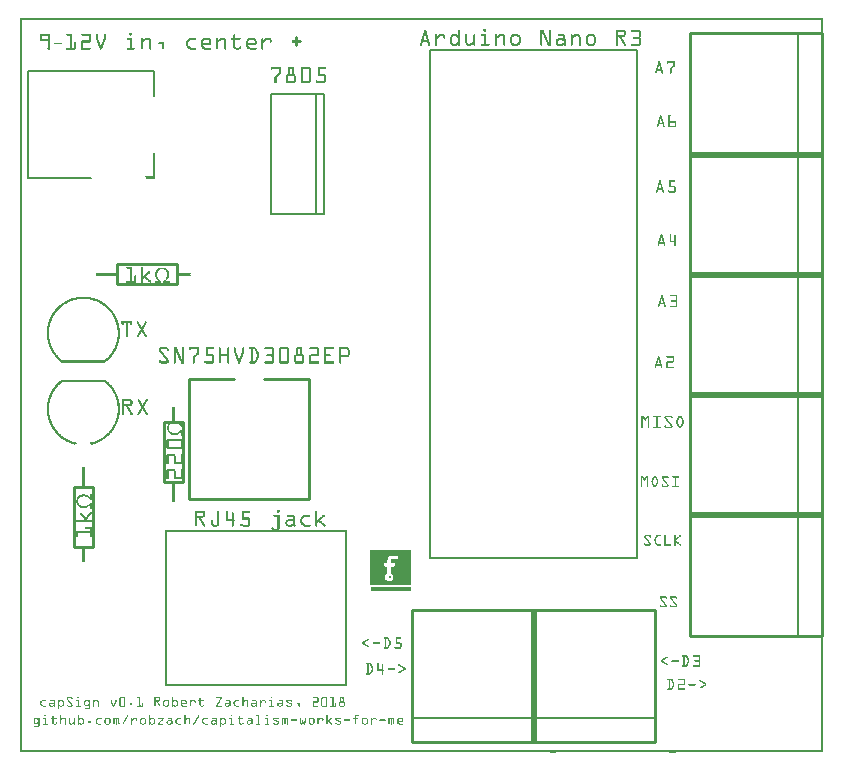
<source format=gto>
G04 MADE WITH FRITZING*
G04 WWW.FRITZING.ORG*
G04 DOUBLE SIDED*
G04 HOLES PLATED*
G04 CONTOUR ON CENTER OF CONTOUR VECTOR*
%ASAXBY*%
%FSLAX23Y23*%
%MOIN*%
%OFA0B0*%
%SFA1.0B1.0*%
%ADD10C,0.010138*%
%ADD11R,0.134167X0.012055*%
%ADD12C,0.008000*%
%ADD13C,0.010000*%
%ADD14C,0.005000*%
%ADD15C,0.007874*%
%ADD16R,0.001000X0.001000*%
%LNSILK1*%
G90*
G70*
G54D10*
X1231Y583D03*
G54D11*
X1235Y544D03*
G54D12*
X836Y1793D02*
X836Y2193D01*
D02*
X836Y2193D02*
X986Y2193D01*
D02*
X986Y2193D02*
X1011Y2193D01*
D02*
X1011Y2193D02*
X1011Y1793D01*
D02*
X1011Y1793D02*
X986Y1793D01*
D02*
X986Y1793D02*
X836Y1793D01*
D02*
X986Y1793D02*
X986Y2193D01*
G54D13*
D02*
X2231Y798D02*
X2231Y388D01*
D02*
X2231Y388D02*
X2671Y388D01*
D02*
X2671Y388D02*
X2671Y798D01*
D02*
X2671Y798D02*
X2231Y798D01*
G54D14*
D02*
X2591Y388D02*
X2591Y798D01*
G54D13*
D02*
X2231Y1198D02*
X2231Y788D01*
D02*
X2231Y788D02*
X2671Y788D01*
D02*
X2671Y788D02*
X2671Y1198D01*
D02*
X2671Y1198D02*
X2231Y1198D01*
G54D14*
D02*
X2591Y788D02*
X2591Y1198D01*
G54D13*
D02*
X2231Y1598D02*
X2231Y1188D01*
D02*
X2231Y1188D02*
X2671Y1188D01*
D02*
X2671Y1188D02*
X2671Y1598D01*
D02*
X2671Y1598D02*
X2231Y1598D01*
G54D14*
D02*
X2591Y1188D02*
X2591Y1598D01*
G54D13*
D02*
X2231Y1998D02*
X2231Y1588D01*
D02*
X2231Y1588D02*
X2671Y1588D01*
D02*
X2671Y1588D02*
X2671Y1998D01*
D02*
X2671Y1998D02*
X2231Y1998D01*
G54D14*
D02*
X2591Y1588D02*
X2591Y1998D01*
G54D12*
D02*
X486Y225D02*
X486Y736D01*
D02*
X486Y225D02*
X1086Y225D01*
D02*
X1086Y736D02*
X1086Y225D01*
G54D13*
D02*
X2231Y2398D02*
X2231Y1988D01*
D02*
X2231Y1988D02*
X2671Y1988D01*
D02*
X2671Y1988D02*
X2671Y2398D01*
D02*
X2671Y2398D02*
X2231Y2398D01*
G54D14*
D02*
X2591Y1988D02*
X2591Y2398D01*
G54D13*
D02*
X561Y1243D02*
X561Y843D01*
D02*
X561Y843D02*
X961Y843D01*
D02*
X961Y843D02*
X961Y1243D01*
D02*
X561Y1243D02*
X711Y1243D01*
D02*
X811Y1243D02*
X961Y1243D01*
D02*
X478Y902D02*
X478Y1102D01*
D02*
X478Y1102D02*
X544Y1102D01*
D02*
X544Y1102D02*
X544Y902D01*
D02*
X544Y902D02*
X478Y902D01*
D02*
X321Y1626D02*
X521Y1626D01*
D02*
X521Y1626D02*
X521Y1560D01*
D02*
X521Y1560D02*
X321Y1560D01*
D02*
X321Y1560D02*
X321Y1626D01*
D02*
X244Y883D02*
X244Y683D01*
D02*
X244Y683D02*
X178Y683D01*
D02*
X178Y683D02*
X178Y883D01*
D02*
X178Y883D02*
X244Y883D01*
D02*
X2116Y473D02*
X1706Y473D01*
D02*
X1706Y473D02*
X1706Y33D01*
D02*
X1706Y33D02*
X2116Y33D01*
D02*
X2116Y33D02*
X2116Y473D01*
G54D14*
D02*
X1706Y113D02*
X2116Y113D01*
G54D13*
D02*
X1716Y473D02*
X1306Y473D01*
D02*
X1306Y473D02*
X1306Y33D01*
D02*
X1306Y33D02*
X1716Y33D01*
D02*
X1716Y33D02*
X1716Y473D01*
G54D14*
D02*
X1306Y113D02*
X1716Y113D01*
G54D12*
D02*
X447Y1915D02*
X447Y1998D01*
D02*
X26Y1915D02*
X235Y1915D01*
D02*
X26Y2270D02*
X447Y2270D01*
D02*
X447Y2270D02*
X447Y2187D01*
D02*
X26Y2270D02*
X26Y1915D01*
X1365Y647D02*
X2057Y647D01*
X2057Y2339D01*
X1365Y2339D01*
X1365Y647D01*
D02*
G54D15*
X281Y1238D02*
X140Y1238D01*
D02*
G54D16*
X0Y2447D02*
X2676Y2447D01*
X0Y2446D02*
X2676Y2446D01*
X0Y2445D02*
X2676Y2445D01*
X0Y2444D02*
X2676Y2444D01*
X0Y2443D02*
X2676Y2443D01*
X0Y2442D02*
X2676Y2442D01*
X0Y2441D02*
X2676Y2441D01*
X0Y2440D02*
X2676Y2440D01*
X0Y2439D02*
X7Y2439D01*
X2669Y2439D02*
X2676Y2439D01*
X0Y2438D02*
X7Y2438D01*
X2669Y2438D02*
X2676Y2438D01*
X0Y2437D02*
X7Y2437D01*
X2669Y2437D02*
X2676Y2437D01*
X0Y2436D02*
X7Y2436D01*
X2669Y2436D02*
X2676Y2436D01*
X0Y2435D02*
X7Y2435D01*
X2669Y2435D02*
X2676Y2435D01*
X0Y2434D02*
X7Y2434D01*
X2669Y2434D02*
X2676Y2434D01*
X0Y2433D02*
X7Y2433D01*
X2669Y2433D02*
X2676Y2433D01*
X0Y2432D02*
X7Y2432D01*
X2669Y2432D02*
X2676Y2432D01*
X0Y2431D02*
X7Y2431D01*
X2669Y2431D02*
X2676Y2431D01*
X0Y2430D02*
X7Y2430D01*
X2669Y2430D02*
X2676Y2430D01*
X0Y2429D02*
X7Y2429D01*
X2669Y2429D02*
X2676Y2429D01*
X0Y2428D02*
X7Y2428D01*
X2669Y2428D02*
X2676Y2428D01*
X0Y2427D02*
X7Y2427D01*
X2669Y2427D02*
X2676Y2427D01*
X0Y2426D02*
X7Y2426D01*
X2669Y2426D02*
X2676Y2426D01*
X0Y2425D02*
X7Y2425D01*
X2669Y2425D02*
X2676Y2425D01*
X0Y2424D02*
X7Y2424D01*
X2669Y2424D02*
X2676Y2424D01*
X0Y2423D02*
X7Y2423D01*
X2669Y2423D02*
X2676Y2423D01*
X0Y2422D02*
X7Y2422D01*
X2669Y2422D02*
X2676Y2422D01*
X0Y2421D02*
X7Y2421D01*
X2669Y2421D02*
X2676Y2421D01*
X0Y2420D02*
X7Y2420D01*
X2669Y2420D02*
X2676Y2420D01*
X0Y2419D02*
X7Y2419D01*
X2669Y2419D02*
X2676Y2419D01*
X0Y2418D02*
X7Y2418D01*
X2669Y2418D02*
X2676Y2418D01*
X0Y2417D02*
X7Y2417D01*
X2669Y2417D02*
X2676Y2417D01*
X0Y2416D02*
X7Y2416D01*
X2669Y2416D02*
X2676Y2416D01*
X0Y2415D02*
X7Y2415D01*
X2669Y2415D02*
X2676Y2415D01*
X0Y2414D02*
X7Y2414D01*
X2669Y2414D02*
X2676Y2414D01*
X0Y2413D02*
X7Y2413D01*
X2669Y2413D02*
X2676Y2413D01*
X0Y2412D02*
X7Y2412D01*
X2669Y2412D02*
X2676Y2412D01*
X0Y2411D02*
X7Y2411D01*
X1546Y2411D02*
X1552Y2411D01*
X2669Y2411D02*
X2676Y2411D01*
X0Y2410D02*
X7Y2410D01*
X1545Y2410D02*
X1553Y2410D01*
X2669Y2410D02*
X2676Y2410D01*
X0Y2409D02*
X7Y2409D01*
X1544Y2409D02*
X1553Y2409D01*
X2669Y2409D02*
X2676Y2409D01*
X0Y2408D02*
X7Y2408D01*
X1348Y2408D02*
X1351Y2408D01*
X1463Y2408D02*
X1465Y2408D01*
X1544Y2408D02*
X1553Y2408D01*
X1734Y2408D02*
X1743Y2408D01*
X1764Y2408D02*
X1766Y2408D01*
X1985Y2408D02*
X2012Y2408D01*
X2037Y2408D02*
X2065Y2408D01*
X2669Y2408D02*
X2676Y2408D01*
X0Y2407D02*
X7Y2407D01*
X1347Y2407D02*
X1352Y2407D01*
X1462Y2407D02*
X1466Y2407D01*
X1544Y2407D02*
X1553Y2407D01*
X1734Y2407D02*
X1743Y2407D01*
X1763Y2407D02*
X1767Y2407D01*
X1985Y2407D02*
X2014Y2407D01*
X2036Y2407D02*
X2066Y2407D01*
X2669Y2407D02*
X2676Y2407D01*
X0Y2406D02*
X7Y2406D01*
X1347Y2406D02*
X1353Y2406D01*
X1461Y2406D02*
X1467Y2406D01*
X1544Y2406D02*
X1553Y2406D01*
X1734Y2406D02*
X1744Y2406D01*
X1762Y2406D02*
X1768Y2406D01*
X1985Y2406D02*
X2015Y2406D01*
X2036Y2406D02*
X2067Y2406D01*
X2669Y2406D02*
X2676Y2406D01*
X0Y2405D02*
X7Y2405D01*
X1347Y2405D02*
X1353Y2405D01*
X1461Y2405D02*
X1467Y2405D01*
X1544Y2405D02*
X1553Y2405D01*
X1734Y2405D02*
X1744Y2405D01*
X1762Y2405D02*
X1768Y2405D01*
X1985Y2405D02*
X2016Y2405D01*
X2036Y2405D02*
X2068Y2405D01*
X2669Y2405D02*
X2676Y2405D01*
X0Y2404D02*
X7Y2404D01*
X1346Y2404D02*
X1353Y2404D01*
X1461Y2404D02*
X1467Y2404D01*
X1544Y2404D02*
X1553Y2404D01*
X1734Y2404D02*
X1745Y2404D01*
X1762Y2404D02*
X1768Y2404D01*
X1985Y2404D02*
X2017Y2404D01*
X2036Y2404D02*
X2069Y2404D01*
X2669Y2404D02*
X2676Y2404D01*
X0Y2403D02*
X7Y2403D01*
X1346Y2403D02*
X1353Y2403D01*
X1461Y2403D02*
X1467Y2403D01*
X1545Y2403D02*
X1553Y2403D01*
X1734Y2403D02*
X1745Y2403D01*
X1762Y2403D02*
X1768Y2403D01*
X1985Y2403D02*
X2018Y2403D01*
X2036Y2403D02*
X2069Y2403D01*
X2669Y2403D02*
X2676Y2403D01*
X0Y2402D02*
X7Y2402D01*
X1346Y2402D02*
X1354Y2402D01*
X1461Y2402D02*
X1467Y2402D01*
X1546Y2402D02*
X1552Y2402D01*
X1734Y2402D02*
X1746Y2402D01*
X1762Y2402D02*
X1768Y2402D01*
X1985Y2402D02*
X2018Y2402D01*
X2037Y2402D02*
X2069Y2402D01*
X2669Y2402D02*
X2676Y2402D01*
X0Y2401D02*
X7Y2401D01*
X1345Y2401D02*
X1354Y2401D01*
X1461Y2401D02*
X1467Y2401D01*
X1734Y2401D02*
X1746Y2401D01*
X1762Y2401D02*
X1768Y2401D01*
X1985Y2401D02*
X1991Y2401D01*
X2011Y2401D02*
X2019Y2401D01*
X2063Y2401D02*
X2069Y2401D01*
X2669Y2401D02*
X2676Y2401D01*
X0Y2400D02*
X7Y2400D01*
X1345Y2400D02*
X1354Y2400D01*
X1461Y2400D02*
X1467Y2400D01*
X1734Y2400D02*
X1746Y2400D01*
X1762Y2400D02*
X1768Y2400D01*
X1985Y2400D02*
X1991Y2400D01*
X2012Y2400D02*
X2019Y2400D01*
X2063Y2400D02*
X2069Y2400D01*
X2669Y2400D02*
X2676Y2400D01*
X0Y2399D02*
X7Y2399D01*
X1345Y2399D02*
X1355Y2399D01*
X1461Y2399D02*
X1467Y2399D01*
X1734Y2399D02*
X1747Y2399D01*
X1762Y2399D02*
X1768Y2399D01*
X1985Y2399D02*
X1991Y2399D01*
X2013Y2399D02*
X2019Y2399D01*
X2063Y2399D02*
X2069Y2399D01*
X2669Y2399D02*
X2676Y2399D01*
X0Y2398D02*
X7Y2398D01*
X364Y2398D02*
X371Y2398D01*
X1344Y2398D02*
X1355Y2398D01*
X1461Y2398D02*
X1467Y2398D01*
X1734Y2398D02*
X1747Y2398D01*
X1762Y2398D02*
X1768Y2398D01*
X1985Y2398D02*
X1991Y2398D01*
X2013Y2398D02*
X2019Y2398D01*
X2063Y2398D02*
X2069Y2398D01*
X2669Y2398D02*
X2676Y2398D01*
X0Y2397D02*
X7Y2397D01*
X363Y2397D02*
X372Y2397D01*
X1344Y2397D02*
X1355Y2397D01*
X1461Y2397D02*
X1467Y2397D01*
X1734Y2397D02*
X1748Y2397D01*
X1762Y2397D02*
X1768Y2397D01*
X1985Y2397D02*
X1991Y2397D01*
X2013Y2397D02*
X2019Y2397D01*
X2063Y2397D02*
X2069Y2397D01*
X2669Y2397D02*
X2676Y2397D01*
X0Y2396D02*
X7Y2396D01*
X363Y2396D02*
X372Y2396D01*
X1344Y2396D02*
X1355Y2396D01*
X1461Y2396D02*
X1467Y2396D01*
X1734Y2396D02*
X1748Y2396D01*
X1762Y2396D02*
X1768Y2396D01*
X1985Y2396D02*
X1991Y2396D01*
X2013Y2396D02*
X2019Y2396D01*
X2063Y2396D02*
X2069Y2396D01*
X2669Y2396D02*
X2676Y2396D01*
X0Y2395D02*
X7Y2395D01*
X68Y2395D02*
X99Y2395D01*
X153Y2395D02*
X172Y2395D01*
X203Y2395D02*
X232Y2395D01*
X253Y2395D02*
X257Y2395D01*
X281Y2395D02*
X285Y2395D01*
X363Y2395D02*
X372Y2395D01*
X1344Y2395D02*
X1356Y2395D01*
X1461Y2395D02*
X1467Y2395D01*
X1734Y2395D02*
X1749Y2395D01*
X1762Y2395D02*
X1768Y2395D01*
X1985Y2395D02*
X1991Y2395D01*
X2013Y2395D02*
X2019Y2395D01*
X2063Y2395D02*
X2069Y2395D01*
X2669Y2395D02*
X2676Y2395D01*
X0Y2394D02*
X7Y2394D01*
X67Y2394D02*
X100Y2394D01*
X152Y2394D02*
X172Y2394D01*
X202Y2394D02*
X233Y2394D01*
X253Y2394D02*
X258Y2394D01*
X280Y2394D02*
X285Y2394D01*
X363Y2394D02*
X372Y2394D01*
X1343Y2394D02*
X1356Y2394D01*
X1461Y2394D02*
X1467Y2394D01*
X1734Y2394D02*
X1740Y2394D01*
X1742Y2394D02*
X1749Y2394D01*
X1762Y2394D02*
X1768Y2394D01*
X1985Y2394D02*
X1991Y2394D01*
X2013Y2394D02*
X2019Y2394D01*
X2063Y2394D02*
X2069Y2394D01*
X2669Y2394D02*
X2676Y2394D01*
X0Y2393D02*
X7Y2393D01*
X67Y2393D02*
X100Y2393D01*
X152Y2393D02*
X172Y2393D01*
X202Y2393D02*
X234Y2393D01*
X252Y2393D02*
X258Y2393D01*
X280Y2393D02*
X286Y2393D01*
X363Y2393D02*
X372Y2393D01*
X1343Y2393D02*
X1356Y2393D01*
X1385Y2393D02*
X1388Y2393D01*
X1398Y2393D02*
X1410Y2393D01*
X1442Y2393D02*
X1454Y2393D01*
X1461Y2393D02*
X1467Y2393D01*
X1485Y2393D02*
X1488Y2393D01*
X1512Y2393D02*
X1516Y2393D01*
X1539Y2393D02*
X1552Y2393D01*
X1585Y2393D02*
X1588Y2393D01*
X1600Y2393D02*
X1610Y2393D01*
X1643Y2393D02*
X1659Y2393D01*
X1734Y2393D02*
X1740Y2393D01*
X1743Y2393D02*
X1749Y2393D01*
X1762Y2393D02*
X1768Y2393D01*
X1793Y2393D02*
X1811Y2393D01*
X1836Y2393D02*
X1839Y2393D01*
X1850Y2393D02*
X1861Y2393D01*
X1894Y2393D02*
X1909Y2393D01*
X1985Y2393D02*
X1991Y2393D01*
X2013Y2393D02*
X2019Y2393D01*
X2063Y2393D02*
X2069Y2393D01*
X2669Y2393D02*
X2676Y2393D01*
X0Y2392D02*
X7Y2392D01*
X67Y2392D02*
X100Y2392D01*
X152Y2392D02*
X172Y2392D01*
X202Y2392D02*
X235Y2392D01*
X252Y2392D02*
X258Y2392D01*
X280Y2392D02*
X286Y2392D01*
X363Y2392D02*
X372Y2392D01*
X712Y2392D02*
X716Y2392D01*
X1343Y2392D02*
X1357Y2392D01*
X1384Y2392D02*
X1389Y2392D01*
X1397Y2392D02*
X1412Y2392D01*
X1440Y2392D02*
X1456Y2392D01*
X1461Y2392D02*
X1467Y2392D01*
X1484Y2392D02*
X1489Y2392D01*
X1512Y2392D02*
X1517Y2392D01*
X1538Y2392D02*
X1553Y2392D01*
X1584Y2392D02*
X1589Y2392D01*
X1597Y2392D02*
X1612Y2392D01*
X1641Y2392D02*
X1660Y2392D01*
X1734Y2392D02*
X1740Y2392D01*
X1743Y2392D02*
X1750Y2392D01*
X1762Y2392D02*
X1768Y2392D01*
X1792Y2392D02*
X1813Y2392D01*
X1835Y2392D02*
X1840Y2392D01*
X1848Y2392D02*
X1863Y2392D01*
X1892Y2392D02*
X1911Y2392D01*
X1985Y2392D02*
X1991Y2392D01*
X2012Y2392D02*
X2019Y2392D01*
X2063Y2392D02*
X2069Y2392D01*
X2669Y2392D02*
X2676Y2392D01*
X0Y2391D02*
X7Y2391D01*
X67Y2391D02*
X100Y2391D01*
X152Y2391D02*
X172Y2391D01*
X202Y2391D02*
X235Y2391D01*
X252Y2391D02*
X258Y2391D01*
X280Y2391D02*
X286Y2391D01*
X363Y2391D02*
X372Y2391D01*
X711Y2391D02*
X716Y2391D01*
X1342Y2391D02*
X1349Y2391D01*
X1351Y2391D02*
X1357Y2391D01*
X1383Y2391D02*
X1389Y2391D01*
X1396Y2391D02*
X1413Y2391D01*
X1439Y2391D02*
X1458Y2391D01*
X1461Y2391D02*
X1467Y2391D01*
X1484Y2391D02*
X1489Y2391D01*
X1511Y2391D02*
X1517Y2391D01*
X1537Y2391D02*
X1553Y2391D01*
X1584Y2391D02*
X1590Y2391D01*
X1596Y2391D02*
X1613Y2391D01*
X1640Y2391D02*
X1662Y2391D01*
X1734Y2391D02*
X1740Y2391D01*
X1744Y2391D02*
X1750Y2391D01*
X1762Y2391D02*
X1768Y2391D01*
X1792Y2391D02*
X1814Y2391D01*
X1835Y2391D02*
X1841Y2391D01*
X1847Y2391D02*
X1864Y2391D01*
X1891Y2391D02*
X1913Y2391D01*
X1985Y2391D02*
X1992Y2391D01*
X2010Y2391D02*
X2018Y2391D01*
X2063Y2391D02*
X2069Y2391D01*
X2669Y2391D02*
X2676Y2391D01*
X0Y2390D02*
X7Y2390D01*
X67Y2390D02*
X100Y2390D01*
X153Y2390D02*
X172Y2390D01*
X203Y2390D02*
X235Y2390D01*
X252Y2390D02*
X258Y2390D01*
X280Y2390D02*
X286Y2390D01*
X364Y2390D02*
X371Y2390D01*
X711Y2390D02*
X717Y2390D01*
X1342Y2390D02*
X1348Y2390D01*
X1351Y2390D02*
X1357Y2390D01*
X1383Y2390D02*
X1389Y2390D01*
X1395Y2390D02*
X1414Y2390D01*
X1438Y2390D02*
X1459Y2390D01*
X1461Y2390D02*
X1467Y2390D01*
X1484Y2390D02*
X1489Y2390D01*
X1511Y2390D02*
X1517Y2390D01*
X1537Y2390D02*
X1553Y2390D01*
X1584Y2390D02*
X1590Y2390D01*
X1594Y2390D02*
X1614Y2390D01*
X1639Y2390D02*
X1663Y2390D01*
X1734Y2390D02*
X1740Y2390D01*
X1744Y2390D02*
X1751Y2390D01*
X1762Y2390D02*
X1768Y2390D01*
X1792Y2390D02*
X1815Y2390D01*
X1835Y2390D02*
X1841Y2390D01*
X1845Y2390D02*
X1865Y2390D01*
X1890Y2390D02*
X1914Y2390D01*
X1985Y2390D02*
X2018Y2390D01*
X2063Y2390D02*
X2069Y2390D01*
X2669Y2390D02*
X2676Y2390D01*
X0Y2389D02*
X7Y2389D01*
X67Y2389D02*
X100Y2389D01*
X155Y2389D02*
X172Y2389D01*
X205Y2389D02*
X236Y2389D01*
X252Y2389D02*
X258Y2389D01*
X280Y2389D02*
X286Y2389D01*
X366Y2389D02*
X369Y2389D01*
X711Y2389D02*
X717Y2389D01*
X1342Y2389D02*
X1348Y2389D01*
X1351Y2389D02*
X1358Y2389D01*
X1383Y2389D02*
X1389Y2389D01*
X1393Y2389D02*
X1415Y2389D01*
X1437Y2389D02*
X1467Y2389D01*
X1484Y2389D02*
X1490Y2389D01*
X1511Y2389D02*
X1517Y2389D01*
X1537Y2389D02*
X1553Y2389D01*
X1584Y2389D02*
X1590Y2389D01*
X1593Y2389D02*
X1615Y2389D01*
X1638Y2389D02*
X1664Y2389D01*
X1734Y2389D02*
X1740Y2389D01*
X1745Y2389D02*
X1751Y2389D01*
X1762Y2389D02*
X1768Y2389D01*
X1792Y2389D02*
X1816Y2389D01*
X1835Y2389D02*
X1841Y2389D01*
X1844Y2389D02*
X1866Y2389D01*
X1889Y2389D02*
X1915Y2389D01*
X1985Y2389D02*
X2017Y2389D01*
X2063Y2389D02*
X2069Y2389D01*
X2669Y2389D02*
X2676Y2389D01*
X0Y2388D02*
X7Y2388D01*
X67Y2388D02*
X73Y2388D01*
X94Y2388D02*
X100Y2388D01*
X166Y2388D02*
X172Y2388D01*
X230Y2388D02*
X236Y2388D01*
X252Y2388D02*
X258Y2388D01*
X280Y2388D02*
X286Y2388D01*
X711Y2388D02*
X717Y2388D01*
X1342Y2388D02*
X1348Y2388D01*
X1351Y2388D02*
X1358Y2388D01*
X1383Y2388D02*
X1389Y2388D01*
X1392Y2388D02*
X1416Y2388D01*
X1436Y2388D02*
X1467Y2388D01*
X1484Y2388D02*
X1490Y2388D01*
X1511Y2388D02*
X1517Y2388D01*
X1538Y2388D02*
X1553Y2388D01*
X1584Y2388D02*
X1615Y2388D01*
X1637Y2388D02*
X1665Y2388D01*
X1734Y2388D02*
X1740Y2388D01*
X1745Y2388D02*
X1752Y2388D01*
X1762Y2388D02*
X1768Y2388D01*
X1792Y2388D02*
X1816Y2388D01*
X1835Y2388D02*
X1866Y2388D01*
X1888Y2388D02*
X1916Y2388D01*
X1985Y2388D02*
X2017Y2388D01*
X2063Y2388D02*
X2069Y2388D01*
X2669Y2388D02*
X2676Y2388D01*
X0Y2387D02*
X7Y2387D01*
X67Y2387D02*
X73Y2387D01*
X94Y2387D02*
X100Y2387D01*
X166Y2387D02*
X172Y2387D01*
X230Y2387D02*
X236Y2387D01*
X252Y2387D02*
X258Y2387D01*
X280Y2387D02*
X286Y2387D01*
X711Y2387D02*
X717Y2387D01*
X1341Y2387D02*
X1348Y2387D01*
X1352Y2387D02*
X1358Y2387D01*
X1383Y2387D02*
X1389Y2387D01*
X1391Y2387D02*
X1416Y2387D01*
X1435Y2387D02*
X1467Y2387D01*
X1484Y2387D02*
X1490Y2387D01*
X1511Y2387D02*
X1517Y2387D01*
X1539Y2387D02*
X1553Y2387D01*
X1584Y2387D02*
X1616Y2387D01*
X1636Y2387D02*
X1666Y2387D01*
X1734Y2387D02*
X1740Y2387D01*
X1745Y2387D02*
X1752Y2387D01*
X1762Y2387D02*
X1768Y2387D01*
X1794Y2387D02*
X1817Y2387D01*
X1835Y2387D02*
X1867Y2387D01*
X1887Y2387D02*
X1917Y2387D01*
X1985Y2387D02*
X2016Y2387D01*
X2063Y2387D02*
X2069Y2387D01*
X2669Y2387D02*
X2676Y2387D01*
X0Y2386D02*
X7Y2386D01*
X67Y2386D02*
X73Y2386D01*
X94Y2386D02*
X100Y2386D01*
X166Y2386D02*
X172Y2386D01*
X230Y2386D02*
X236Y2386D01*
X252Y2386D02*
X258Y2386D01*
X280Y2386D02*
X286Y2386D01*
X711Y2386D02*
X717Y2386D01*
X921Y2386D02*
X922Y2386D01*
X1341Y2386D02*
X1347Y2386D01*
X1352Y2386D02*
X1358Y2386D01*
X1383Y2386D02*
X1400Y2386D01*
X1409Y2386D02*
X1416Y2386D01*
X1435Y2386D02*
X1443Y2386D01*
X1454Y2386D02*
X1467Y2386D01*
X1484Y2386D02*
X1490Y2386D01*
X1511Y2386D02*
X1517Y2386D01*
X1548Y2386D02*
X1553Y2386D01*
X1584Y2386D02*
X1600Y2386D01*
X1609Y2386D02*
X1616Y2386D01*
X1635Y2386D02*
X1644Y2386D01*
X1658Y2386D02*
X1666Y2386D01*
X1734Y2386D02*
X1740Y2386D01*
X1746Y2386D02*
X1753Y2386D01*
X1762Y2386D02*
X1768Y2386D01*
X1810Y2386D02*
X1817Y2386D01*
X1835Y2386D02*
X1851Y2386D01*
X1860Y2386D02*
X1867Y2386D01*
X1886Y2386D02*
X1895Y2386D01*
X1909Y2386D02*
X1917Y2386D01*
X1985Y2386D02*
X2015Y2386D01*
X2062Y2386D02*
X2069Y2386D01*
X2669Y2386D02*
X2676Y2386D01*
X0Y2385D02*
X7Y2385D01*
X67Y2385D02*
X73Y2385D01*
X94Y2385D02*
X100Y2385D01*
X166Y2385D02*
X172Y2385D01*
X230Y2385D02*
X236Y2385D01*
X252Y2385D02*
X258Y2385D01*
X280Y2385D02*
X286Y2385D01*
X711Y2385D02*
X717Y2385D01*
X919Y2385D02*
X923Y2385D01*
X1341Y2385D02*
X1347Y2385D01*
X1352Y2385D02*
X1359Y2385D01*
X1383Y2385D02*
X1399Y2385D01*
X1410Y2385D02*
X1417Y2385D01*
X1434Y2385D02*
X1442Y2385D01*
X1455Y2385D02*
X1467Y2385D01*
X1484Y2385D02*
X1490Y2385D01*
X1511Y2385D02*
X1517Y2385D01*
X1548Y2385D02*
X1553Y2385D01*
X1584Y2385D02*
X1598Y2385D01*
X1610Y2385D02*
X1616Y2385D01*
X1635Y2385D02*
X1643Y2385D01*
X1659Y2385D02*
X1667Y2385D01*
X1734Y2385D02*
X1740Y2385D01*
X1746Y2385D02*
X1753Y2385D01*
X1762Y2385D02*
X1768Y2385D01*
X1811Y2385D02*
X1817Y2385D01*
X1835Y2385D02*
X1849Y2385D01*
X1861Y2385D02*
X1867Y2385D01*
X1886Y2385D02*
X1894Y2385D01*
X1910Y2385D02*
X1918Y2385D01*
X1985Y2385D02*
X2013Y2385D01*
X2060Y2385D02*
X2069Y2385D01*
X2669Y2385D02*
X2676Y2385D01*
X0Y2384D02*
X7Y2384D01*
X67Y2384D02*
X73Y2384D01*
X94Y2384D02*
X100Y2384D01*
X166Y2384D02*
X172Y2384D01*
X230Y2384D02*
X236Y2384D01*
X252Y2384D02*
X258Y2384D01*
X280Y2384D02*
X286Y2384D01*
X711Y2384D02*
X717Y2384D01*
X919Y2384D02*
X924Y2384D01*
X1340Y2384D02*
X1347Y2384D01*
X1353Y2384D02*
X1359Y2384D01*
X1383Y2384D02*
X1397Y2384D01*
X1411Y2384D02*
X1417Y2384D01*
X1434Y2384D02*
X1441Y2384D01*
X1456Y2384D02*
X1467Y2384D01*
X1484Y2384D02*
X1490Y2384D01*
X1511Y2384D02*
X1517Y2384D01*
X1548Y2384D02*
X1553Y2384D01*
X1584Y2384D02*
X1597Y2384D01*
X1610Y2384D02*
X1617Y2384D01*
X1635Y2384D02*
X1642Y2384D01*
X1660Y2384D02*
X1667Y2384D01*
X1734Y2384D02*
X1740Y2384D01*
X1747Y2384D02*
X1753Y2384D01*
X1762Y2384D02*
X1768Y2384D01*
X1811Y2384D02*
X1817Y2384D01*
X1835Y2384D02*
X1848Y2384D01*
X1861Y2384D02*
X1867Y2384D01*
X1885Y2384D02*
X1892Y2384D01*
X1911Y2384D02*
X1918Y2384D01*
X1985Y2384D02*
X2011Y2384D01*
X2044Y2384D02*
X2068Y2384D01*
X2669Y2384D02*
X2676Y2384D01*
X0Y2383D02*
X7Y2383D01*
X67Y2383D02*
X73Y2383D01*
X94Y2383D02*
X100Y2383D01*
X166Y2383D02*
X172Y2383D01*
X230Y2383D02*
X236Y2383D01*
X252Y2383D02*
X258Y2383D01*
X280Y2383D02*
X286Y2383D01*
X711Y2383D02*
X717Y2383D01*
X919Y2383D02*
X924Y2383D01*
X1340Y2383D02*
X1346Y2383D01*
X1353Y2383D02*
X1359Y2383D01*
X1383Y2383D02*
X1396Y2383D01*
X1411Y2383D02*
X1417Y2383D01*
X1434Y2383D02*
X1440Y2383D01*
X1457Y2383D02*
X1467Y2383D01*
X1484Y2383D02*
X1490Y2383D01*
X1511Y2383D02*
X1517Y2383D01*
X1548Y2383D02*
X1553Y2383D01*
X1584Y2383D02*
X1595Y2383D01*
X1611Y2383D02*
X1617Y2383D01*
X1634Y2383D02*
X1641Y2383D01*
X1661Y2383D02*
X1667Y2383D01*
X1734Y2383D02*
X1740Y2383D01*
X1747Y2383D02*
X1754Y2383D01*
X1762Y2383D02*
X1768Y2383D01*
X1811Y2383D02*
X1817Y2383D01*
X1835Y2383D02*
X1846Y2383D01*
X1862Y2383D02*
X1868Y2383D01*
X1885Y2383D02*
X1892Y2383D01*
X1912Y2383D02*
X1918Y2383D01*
X1985Y2383D02*
X1991Y2383D01*
X1998Y2383D02*
X2005Y2383D01*
X2043Y2383D02*
X2068Y2383D01*
X2669Y2383D02*
X2676Y2383D01*
X0Y2382D02*
X7Y2382D01*
X67Y2382D02*
X73Y2382D01*
X94Y2382D02*
X100Y2382D01*
X166Y2382D02*
X172Y2382D01*
X230Y2382D02*
X236Y2382D01*
X252Y2382D02*
X258Y2382D01*
X280Y2382D02*
X286Y2382D01*
X711Y2382D02*
X717Y2382D01*
X918Y2382D02*
X924Y2382D01*
X1340Y2382D02*
X1346Y2382D01*
X1353Y2382D02*
X1360Y2382D01*
X1383Y2382D02*
X1395Y2382D01*
X1411Y2382D02*
X1417Y2382D01*
X1433Y2382D02*
X1440Y2382D01*
X1458Y2382D02*
X1467Y2382D01*
X1484Y2382D02*
X1490Y2382D01*
X1511Y2382D02*
X1517Y2382D01*
X1548Y2382D02*
X1553Y2382D01*
X1584Y2382D02*
X1594Y2382D01*
X1611Y2382D02*
X1617Y2382D01*
X1634Y2382D02*
X1640Y2382D01*
X1662Y2382D02*
X1668Y2382D01*
X1734Y2382D02*
X1740Y2382D01*
X1748Y2382D02*
X1754Y2382D01*
X1762Y2382D02*
X1768Y2382D01*
X1811Y2382D02*
X1817Y2382D01*
X1835Y2382D02*
X1845Y2382D01*
X1862Y2382D02*
X1868Y2382D01*
X1885Y2382D02*
X1891Y2382D01*
X1912Y2382D02*
X1919Y2382D01*
X1985Y2382D02*
X1991Y2382D01*
X1998Y2382D02*
X2005Y2382D01*
X2043Y2382D02*
X2067Y2382D01*
X2669Y2382D02*
X2676Y2382D01*
X0Y2381D02*
X7Y2381D01*
X67Y2381D02*
X73Y2381D01*
X94Y2381D02*
X100Y2381D01*
X166Y2381D02*
X172Y2381D01*
X230Y2381D02*
X236Y2381D01*
X252Y2381D02*
X258Y2381D01*
X280Y2381D02*
X286Y2381D01*
X359Y2381D02*
X370Y2381D01*
X405Y2381D02*
X406Y2381D01*
X420Y2381D02*
X427Y2381D01*
X568Y2381D02*
X584Y2381D01*
X614Y2381D02*
X626Y2381D01*
X656Y2381D02*
X657Y2381D01*
X671Y2381D02*
X678Y2381D01*
X706Y2381D02*
X731Y2381D01*
X765Y2381D02*
X777Y2381D01*
X807Y2381D02*
X808Y2381D01*
X820Y2381D02*
X829Y2381D01*
X918Y2381D02*
X924Y2381D01*
X1340Y2381D02*
X1346Y2381D01*
X1354Y2381D02*
X1360Y2381D01*
X1383Y2381D02*
X1394Y2381D01*
X1411Y2381D02*
X1417Y2381D01*
X1433Y2381D02*
X1439Y2381D01*
X1459Y2381D02*
X1467Y2381D01*
X1484Y2381D02*
X1490Y2381D01*
X1511Y2381D02*
X1517Y2381D01*
X1548Y2381D02*
X1553Y2381D01*
X1584Y2381D02*
X1592Y2381D01*
X1611Y2381D02*
X1617Y2381D01*
X1634Y2381D02*
X1640Y2381D01*
X1662Y2381D02*
X1668Y2381D01*
X1734Y2381D02*
X1740Y2381D01*
X1748Y2381D02*
X1755Y2381D01*
X1762Y2381D02*
X1768Y2381D01*
X1811Y2381D02*
X1817Y2381D01*
X1835Y2381D02*
X1843Y2381D01*
X1862Y2381D02*
X1868Y2381D01*
X1885Y2381D02*
X1891Y2381D01*
X1913Y2381D02*
X1919Y2381D01*
X1985Y2381D02*
X1991Y2381D01*
X1999Y2381D02*
X2006Y2381D01*
X2043Y2381D02*
X2067Y2381D01*
X2669Y2381D02*
X2676Y2381D01*
X0Y2380D02*
X7Y2380D01*
X67Y2380D02*
X73Y2380D01*
X94Y2380D02*
X100Y2380D01*
X166Y2380D02*
X172Y2380D01*
X230Y2380D02*
X236Y2380D01*
X252Y2380D02*
X259Y2380D01*
X279Y2380D02*
X286Y2380D01*
X357Y2380D02*
X371Y2380D01*
X404Y2380D02*
X408Y2380D01*
X417Y2380D02*
X430Y2380D01*
X565Y2380D02*
X586Y2380D01*
X612Y2380D02*
X629Y2380D01*
X655Y2380D02*
X659Y2380D01*
X668Y2380D02*
X681Y2380D01*
X705Y2380D02*
X733Y2380D01*
X762Y2380D02*
X780Y2380D01*
X805Y2380D02*
X809Y2380D01*
X819Y2380D02*
X832Y2380D01*
X918Y2380D02*
X924Y2380D01*
X1339Y2380D02*
X1346Y2380D01*
X1354Y2380D02*
X1360Y2380D01*
X1383Y2380D02*
X1393Y2380D01*
X1411Y2380D02*
X1416Y2380D01*
X1433Y2380D02*
X1439Y2380D01*
X1460Y2380D02*
X1467Y2380D01*
X1484Y2380D02*
X1490Y2380D01*
X1511Y2380D02*
X1517Y2380D01*
X1548Y2380D02*
X1553Y2380D01*
X1584Y2380D02*
X1591Y2380D01*
X1611Y2380D02*
X1617Y2380D01*
X1634Y2380D02*
X1640Y2380D01*
X1662Y2380D02*
X1668Y2380D01*
X1734Y2380D02*
X1740Y2380D01*
X1748Y2380D02*
X1755Y2380D01*
X1762Y2380D02*
X1768Y2380D01*
X1811Y2380D02*
X1817Y2380D01*
X1835Y2380D02*
X1842Y2380D01*
X1862Y2380D02*
X1868Y2380D01*
X1885Y2380D02*
X1891Y2380D01*
X1913Y2380D02*
X1919Y2380D01*
X1985Y2380D02*
X1991Y2380D01*
X1999Y2380D02*
X2007Y2380D01*
X2043Y2380D02*
X2068Y2380D01*
X2669Y2380D02*
X2676Y2380D01*
X0Y2379D02*
X7Y2379D01*
X67Y2379D02*
X73Y2379D01*
X94Y2379D02*
X100Y2379D01*
X166Y2379D02*
X172Y2379D01*
X230Y2379D02*
X236Y2379D01*
X253Y2379D02*
X259Y2379D01*
X279Y2379D02*
X285Y2379D01*
X356Y2379D02*
X372Y2379D01*
X403Y2379D02*
X408Y2379D01*
X416Y2379D02*
X431Y2379D01*
X563Y2379D02*
X587Y2379D01*
X610Y2379D02*
X631Y2379D01*
X654Y2379D02*
X659Y2379D01*
X667Y2379D02*
X682Y2379D01*
X704Y2379D02*
X734Y2379D01*
X761Y2379D02*
X781Y2379D01*
X805Y2379D02*
X810Y2379D01*
X818Y2379D02*
X834Y2379D01*
X918Y2379D02*
X924Y2379D01*
X1339Y2379D02*
X1345Y2379D01*
X1354Y2379D02*
X1360Y2379D01*
X1383Y2379D02*
X1392Y2379D01*
X1412Y2379D02*
X1416Y2379D01*
X1433Y2379D02*
X1439Y2379D01*
X1461Y2379D02*
X1467Y2379D01*
X1484Y2379D02*
X1490Y2379D01*
X1511Y2379D02*
X1517Y2379D01*
X1548Y2379D02*
X1553Y2379D01*
X1584Y2379D02*
X1590Y2379D01*
X1611Y2379D02*
X1617Y2379D01*
X1634Y2379D02*
X1640Y2379D01*
X1662Y2379D02*
X1668Y2379D01*
X1734Y2379D02*
X1740Y2379D01*
X1749Y2379D02*
X1756Y2379D01*
X1762Y2379D02*
X1768Y2379D01*
X1794Y2379D02*
X1808Y2379D01*
X1811Y2379D02*
X1817Y2379D01*
X1835Y2379D02*
X1841Y2379D01*
X1862Y2379D02*
X1868Y2379D01*
X1885Y2379D02*
X1891Y2379D01*
X1913Y2379D02*
X1919Y2379D01*
X1985Y2379D02*
X1991Y2379D01*
X2000Y2379D02*
X2007Y2379D01*
X2044Y2379D02*
X2068Y2379D01*
X2669Y2379D02*
X2676Y2379D01*
X0Y2378D02*
X7Y2378D01*
X67Y2378D02*
X100Y2378D01*
X166Y2378D02*
X172Y2378D01*
X230Y2378D02*
X236Y2378D01*
X253Y2378D02*
X259Y2378D01*
X278Y2378D02*
X285Y2378D01*
X356Y2378D02*
X372Y2378D01*
X403Y2378D02*
X409Y2378D01*
X414Y2378D02*
X432Y2378D01*
X562Y2378D02*
X587Y2378D01*
X609Y2378D02*
X632Y2378D01*
X654Y2378D02*
X660Y2378D01*
X665Y2378D02*
X683Y2378D01*
X704Y2378D02*
X734Y2378D01*
X759Y2378D02*
X782Y2378D01*
X804Y2378D02*
X810Y2378D01*
X816Y2378D02*
X835Y2378D01*
X918Y2378D02*
X924Y2378D01*
X1339Y2378D02*
X1345Y2378D01*
X1354Y2378D02*
X1361Y2378D01*
X1383Y2378D02*
X1390Y2378D01*
X1433Y2378D02*
X1439Y2378D01*
X1461Y2378D02*
X1467Y2378D01*
X1484Y2378D02*
X1490Y2378D01*
X1511Y2378D02*
X1517Y2378D01*
X1548Y2378D02*
X1553Y2378D01*
X1584Y2378D02*
X1590Y2378D01*
X1611Y2378D02*
X1617Y2378D01*
X1634Y2378D02*
X1640Y2378D01*
X1662Y2378D02*
X1668Y2378D01*
X1734Y2378D02*
X1740Y2378D01*
X1749Y2378D02*
X1756Y2378D01*
X1762Y2378D02*
X1768Y2378D01*
X1791Y2378D02*
X1818Y2378D01*
X1835Y2378D02*
X1841Y2378D01*
X1862Y2378D02*
X1868Y2378D01*
X1885Y2378D02*
X1891Y2378D01*
X1913Y2378D02*
X1919Y2378D01*
X1985Y2378D02*
X1991Y2378D01*
X2001Y2378D02*
X2008Y2378D01*
X2046Y2378D02*
X2069Y2378D01*
X2669Y2378D02*
X2676Y2378D01*
X0Y2377D02*
X7Y2377D01*
X67Y2377D02*
X100Y2377D01*
X166Y2377D02*
X172Y2377D01*
X230Y2377D02*
X236Y2377D01*
X253Y2377D02*
X260Y2377D01*
X278Y2377D02*
X285Y2377D01*
X356Y2377D02*
X372Y2377D01*
X403Y2377D02*
X409Y2377D01*
X412Y2377D02*
X433Y2377D01*
X561Y2377D02*
X587Y2377D01*
X608Y2377D02*
X633Y2377D01*
X654Y2377D02*
X660Y2377D01*
X663Y2377D02*
X684Y2377D01*
X704Y2377D02*
X734Y2377D01*
X758Y2377D02*
X784Y2377D01*
X804Y2377D02*
X810Y2377D01*
X815Y2377D02*
X836Y2377D01*
X918Y2377D02*
X924Y2377D01*
X1338Y2377D02*
X1345Y2377D01*
X1355Y2377D02*
X1361Y2377D01*
X1383Y2377D02*
X1389Y2377D01*
X1433Y2377D02*
X1439Y2377D01*
X1461Y2377D02*
X1467Y2377D01*
X1484Y2377D02*
X1490Y2377D01*
X1511Y2377D02*
X1517Y2377D01*
X1548Y2377D02*
X1553Y2377D01*
X1584Y2377D02*
X1590Y2377D01*
X1611Y2377D02*
X1617Y2377D01*
X1634Y2377D02*
X1640Y2377D01*
X1662Y2377D02*
X1668Y2377D01*
X1734Y2377D02*
X1740Y2377D01*
X1750Y2377D02*
X1757Y2377D01*
X1762Y2377D02*
X1768Y2377D01*
X1789Y2377D02*
X1818Y2377D01*
X1835Y2377D02*
X1841Y2377D01*
X1862Y2377D02*
X1868Y2377D01*
X1885Y2377D02*
X1891Y2377D01*
X1913Y2377D02*
X1919Y2377D01*
X1985Y2377D02*
X1991Y2377D01*
X2001Y2377D02*
X2008Y2377D01*
X2062Y2377D02*
X2069Y2377D01*
X2669Y2377D02*
X2676Y2377D01*
X0Y2376D02*
X7Y2376D01*
X67Y2376D02*
X100Y2376D01*
X166Y2376D02*
X172Y2376D01*
X230Y2376D02*
X236Y2376D01*
X254Y2376D02*
X260Y2376D01*
X278Y2376D02*
X284Y2376D01*
X356Y2376D02*
X372Y2376D01*
X403Y2376D02*
X409Y2376D01*
X411Y2376D02*
X434Y2376D01*
X560Y2376D02*
X586Y2376D01*
X607Y2376D02*
X634Y2376D01*
X654Y2376D02*
X660Y2376D01*
X662Y2376D02*
X685Y2376D01*
X704Y2376D02*
X733Y2376D01*
X757Y2376D02*
X785Y2376D01*
X804Y2376D02*
X810Y2376D01*
X814Y2376D02*
X836Y2376D01*
X918Y2376D02*
X924Y2376D01*
X1338Y2376D02*
X1344Y2376D01*
X1355Y2376D02*
X1361Y2376D01*
X1383Y2376D02*
X1389Y2376D01*
X1433Y2376D02*
X1439Y2376D01*
X1461Y2376D02*
X1467Y2376D01*
X1484Y2376D02*
X1490Y2376D01*
X1511Y2376D02*
X1517Y2376D01*
X1548Y2376D02*
X1553Y2376D01*
X1584Y2376D02*
X1590Y2376D01*
X1611Y2376D02*
X1617Y2376D01*
X1634Y2376D02*
X1640Y2376D01*
X1662Y2376D02*
X1668Y2376D01*
X1734Y2376D02*
X1740Y2376D01*
X1750Y2376D02*
X1757Y2376D01*
X1762Y2376D02*
X1768Y2376D01*
X1788Y2376D02*
X1818Y2376D01*
X1835Y2376D02*
X1841Y2376D01*
X1862Y2376D02*
X1868Y2376D01*
X1885Y2376D02*
X1891Y2376D01*
X1913Y2376D02*
X1919Y2376D01*
X1985Y2376D02*
X1991Y2376D01*
X2002Y2376D02*
X2009Y2376D01*
X2063Y2376D02*
X2069Y2376D01*
X2669Y2376D02*
X2676Y2376D01*
X0Y2375D02*
X7Y2375D01*
X67Y2375D02*
X100Y2375D01*
X166Y2375D02*
X172Y2375D01*
X230Y2375D02*
X236Y2375D01*
X254Y2375D02*
X261Y2375D01*
X277Y2375D02*
X284Y2375D01*
X357Y2375D02*
X372Y2375D01*
X403Y2375D02*
X435Y2375D01*
X559Y2375D02*
X586Y2375D01*
X606Y2375D02*
X635Y2375D01*
X654Y2375D02*
X686Y2375D01*
X705Y2375D02*
X733Y2375D01*
X756Y2375D02*
X785Y2375D01*
X804Y2375D02*
X810Y2375D01*
X813Y2375D02*
X837Y2375D01*
X918Y2375D02*
X924Y2375D01*
X1338Y2375D02*
X1344Y2375D01*
X1355Y2375D02*
X1362Y2375D01*
X1383Y2375D02*
X1389Y2375D01*
X1433Y2375D02*
X1439Y2375D01*
X1461Y2375D02*
X1467Y2375D01*
X1484Y2375D02*
X1490Y2375D01*
X1511Y2375D02*
X1517Y2375D01*
X1548Y2375D02*
X1553Y2375D01*
X1584Y2375D02*
X1590Y2375D01*
X1611Y2375D02*
X1617Y2375D01*
X1634Y2375D02*
X1640Y2375D01*
X1662Y2375D02*
X1668Y2375D01*
X1734Y2375D02*
X1740Y2375D01*
X1751Y2375D02*
X1757Y2375D01*
X1762Y2375D02*
X1768Y2375D01*
X1787Y2375D02*
X1818Y2375D01*
X1835Y2375D02*
X1841Y2375D01*
X1862Y2375D02*
X1868Y2375D01*
X1885Y2375D02*
X1891Y2375D01*
X1913Y2375D02*
X1919Y2375D01*
X1985Y2375D02*
X1991Y2375D01*
X2002Y2375D02*
X2010Y2375D01*
X2063Y2375D02*
X2069Y2375D01*
X2669Y2375D02*
X2676Y2375D01*
X0Y2374D02*
X7Y2374D01*
X67Y2374D02*
X100Y2374D01*
X166Y2374D02*
X172Y2374D01*
X230Y2374D02*
X236Y2374D01*
X254Y2374D02*
X261Y2374D01*
X277Y2374D02*
X283Y2374D01*
X366Y2374D02*
X372Y2374D01*
X403Y2374D02*
X420Y2374D01*
X427Y2374D02*
X435Y2374D01*
X557Y2374D02*
X568Y2374D01*
X605Y2374D02*
X614Y2374D01*
X626Y2374D02*
X636Y2374D01*
X654Y2374D02*
X671Y2374D01*
X678Y2374D02*
X686Y2374D01*
X711Y2374D02*
X717Y2374D01*
X756Y2374D02*
X765Y2374D01*
X776Y2374D02*
X786Y2374D01*
X804Y2374D02*
X822Y2374D01*
X829Y2374D02*
X837Y2374D01*
X918Y2374D02*
X924Y2374D01*
X1337Y2374D02*
X1344Y2374D01*
X1356Y2374D02*
X1362Y2374D01*
X1383Y2374D02*
X1389Y2374D01*
X1433Y2374D02*
X1439Y2374D01*
X1461Y2374D02*
X1467Y2374D01*
X1484Y2374D02*
X1490Y2374D01*
X1511Y2374D02*
X1517Y2374D01*
X1548Y2374D02*
X1553Y2374D01*
X1584Y2374D02*
X1590Y2374D01*
X1611Y2374D02*
X1617Y2374D01*
X1634Y2374D02*
X1640Y2374D01*
X1662Y2374D02*
X1668Y2374D01*
X1734Y2374D02*
X1740Y2374D01*
X1751Y2374D02*
X1758Y2374D01*
X1762Y2374D02*
X1768Y2374D01*
X1786Y2374D02*
X1818Y2374D01*
X1835Y2374D02*
X1841Y2374D01*
X1862Y2374D02*
X1868Y2374D01*
X1885Y2374D02*
X1891Y2374D01*
X1913Y2374D02*
X1919Y2374D01*
X1985Y2374D02*
X1991Y2374D01*
X2003Y2374D02*
X2010Y2374D01*
X2063Y2374D02*
X2069Y2374D01*
X2669Y2374D02*
X2676Y2374D01*
X0Y2373D02*
X7Y2373D01*
X67Y2373D02*
X100Y2373D01*
X166Y2373D02*
X172Y2373D01*
X230Y2373D02*
X236Y2373D01*
X255Y2373D02*
X261Y2373D01*
X277Y2373D02*
X283Y2373D01*
X366Y2373D02*
X372Y2373D01*
X403Y2373D02*
X418Y2373D01*
X428Y2373D02*
X435Y2373D01*
X556Y2373D02*
X566Y2373D01*
X605Y2373D02*
X613Y2373D01*
X628Y2373D02*
X636Y2373D01*
X654Y2373D02*
X669Y2373D01*
X679Y2373D02*
X686Y2373D01*
X711Y2373D02*
X717Y2373D01*
X755Y2373D02*
X763Y2373D01*
X779Y2373D02*
X787Y2373D01*
X804Y2373D02*
X820Y2373D01*
X831Y2373D02*
X838Y2373D01*
X918Y2373D02*
X924Y2373D01*
X1337Y2373D02*
X1362Y2373D01*
X1383Y2373D02*
X1389Y2373D01*
X1433Y2373D02*
X1439Y2373D01*
X1461Y2373D02*
X1467Y2373D01*
X1484Y2373D02*
X1490Y2373D01*
X1511Y2373D02*
X1517Y2373D01*
X1548Y2373D02*
X1553Y2373D01*
X1584Y2373D02*
X1590Y2373D01*
X1611Y2373D02*
X1617Y2373D01*
X1634Y2373D02*
X1640Y2373D01*
X1662Y2373D02*
X1668Y2373D01*
X1734Y2373D02*
X1740Y2373D01*
X1752Y2373D02*
X1758Y2373D01*
X1762Y2373D02*
X1768Y2373D01*
X1786Y2373D02*
X1818Y2373D01*
X1835Y2373D02*
X1841Y2373D01*
X1862Y2373D02*
X1868Y2373D01*
X1885Y2373D02*
X1891Y2373D01*
X1913Y2373D02*
X1919Y2373D01*
X1985Y2373D02*
X1991Y2373D01*
X2004Y2373D02*
X2011Y2373D01*
X2063Y2373D02*
X2069Y2373D01*
X2669Y2373D02*
X2676Y2373D01*
X0Y2372D02*
X7Y2372D01*
X68Y2372D02*
X100Y2372D01*
X166Y2372D02*
X172Y2372D01*
X207Y2372D02*
X236Y2372D01*
X255Y2372D02*
X262Y2372D01*
X276Y2372D02*
X283Y2372D01*
X366Y2372D02*
X372Y2372D01*
X403Y2372D02*
X417Y2372D01*
X429Y2372D02*
X435Y2372D01*
X556Y2372D02*
X565Y2372D01*
X604Y2372D02*
X612Y2372D01*
X629Y2372D02*
X637Y2372D01*
X654Y2372D02*
X668Y2372D01*
X680Y2372D02*
X686Y2372D01*
X711Y2372D02*
X717Y2372D01*
X755Y2372D02*
X762Y2372D01*
X780Y2372D02*
X787Y2372D01*
X804Y2372D02*
X819Y2372D01*
X832Y2372D02*
X838Y2372D01*
X907Y2372D02*
X936Y2372D01*
X1337Y2372D02*
X1362Y2372D01*
X1383Y2372D02*
X1389Y2372D01*
X1433Y2372D02*
X1439Y2372D01*
X1461Y2372D02*
X1467Y2372D01*
X1484Y2372D02*
X1490Y2372D01*
X1511Y2372D02*
X1517Y2372D01*
X1548Y2372D02*
X1553Y2372D01*
X1584Y2372D02*
X1590Y2372D01*
X1611Y2372D02*
X1617Y2372D01*
X1634Y2372D02*
X1640Y2372D01*
X1662Y2372D02*
X1668Y2372D01*
X1734Y2372D02*
X1740Y2372D01*
X1752Y2372D02*
X1759Y2372D01*
X1762Y2372D02*
X1768Y2372D01*
X1785Y2372D02*
X1794Y2372D01*
X1808Y2372D02*
X1818Y2372D01*
X1835Y2372D02*
X1841Y2372D01*
X1862Y2372D02*
X1868Y2372D01*
X1885Y2372D02*
X1891Y2372D01*
X1913Y2372D02*
X1919Y2372D01*
X1985Y2372D02*
X1991Y2372D01*
X2004Y2372D02*
X2011Y2372D01*
X2063Y2372D02*
X2069Y2372D01*
X2669Y2372D02*
X2676Y2372D01*
X0Y2371D02*
X7Y2371D01*
X94Y2371D02*
X100Y2371D01*
X166Y2371D02*
X172Y2371D01*
X205Y2371D02*
X235Y2371D01*
X256Y2371D02*
X262Y2371D01*
X276Y2371D02*
X282Y2371D01*
X366Y2371D02*
X372Y2371D01*
X403Y2371D02*
X415Y2371D01*
X429Y2371D02*
X435Y2371D01*
X555Y2371D02*
X564Y2371D01*
X604Y2371D02*
X611Y2371D01*
X630Y2371D02*
X637Y2371D01*
X654Y2371D02*
X666Y2371D01*
X680Y2371D02*
X686Y2371D01*
X711Y2371D02*
X717Y2371D01*
X754Y2371D02*
X761Y2371D01*
X781Y2371D02*
X787Y2371D01*
X804Y2371D02*
X818Y2371D01*
X832Y2371D02*
X838Y2371D01*
X905Y2371D02*
X937Y2371D01*
X1337Y2371D02*
X1363Y2371D01*
X1383Y2371D02*
X1389Y2371D01*
X1433Y2371D02*
X1439Y2371D01*
X1461Y2371D02*
X1467Y2371D01*
X1484Y2371D02*
X1490Y2371D01*
X1511Y2371D02*
X1517Y2371D01*
X1548Y2371D02*
X1553Y2371D01*
X1584Y2371D02*
X1590Y2371D01*
X1611Y2371D02*
X1617Y2371D01*
X1634Y2371D02*
X1640Y2371D01*
X1662Y2371D02*
X1668Y2371D01*
X1734Y2371D02*
X1740Y2371D01*
X1752Y2371D02*
X1759Y2371D01*
X1762Y2371D02*
X1768Y2371D01*
X1785Y2371D02*
X1792Y2371D01*
X1811Y2371D02*
X1818Y2371D01*
X1835Y2371D02*
X1841Y2371D01*
X1862Y2371D02*
X1868Y2371D01*
X1885Y2371D02*
X1891Y2371D01*
X1913Y2371D02*
X1919Y2371D01*
X1985Y2371D02*
X1991Y2371D01*
X2005Y2371D02*
X2012Y2371D01*
X2063Y2371D02*
X2069Y2371D01*
X2669Y2371D02*
X2676Y2371D01*
X0Y2370D02*
X7Y2370D01*
X94Y2370D02*
X100Y2370D01*
X166Y2370D02*
X172Y2370D01*
X204Y2370D02*
X235Y2370D01*
X256Y2370D02*
X263Y2370D01*
X275Y2370D02*
X282Y2370D01*
X366Y2370D02*
X372Y2370D01*
X403Y2370D02*
X414Y2370D01*
X429Y2370D02*
X435Y2370D01*
X554Y2370D02*
X563Y2370D01*
X604Y2370D02*
X610Y2370D01*
X631Y2370D02*
X637Y2370D01*
X654Y2370D02*
X665Y2370D01*
X680Y2370D02*
X686Y2370D01*
X711Y2370D02*
X717Y2370D01*
X754Y2370D02*
X760Y2370D01*
X781Y2370D02*
X788Y2370D01*
X804Y2370D02*
X817Y2370D01*
X832Y2370D02*
X838Y2370D01*
X905Y2370D02*
X938Y2370D01*
X1336Y2370D02*
X1363Y2370D01*
X1383Y2370D02*
X1389Y2370D01*
X1433Y2370D02*
X1439Y2370D01*
X1461Y2370D02*
X1467Y2370D01*
X1484Y2370D02*
X1490Y2370D01*
X1511Y2370D02*
X1517Y2370D01*
X1548Y2370D02*
X1553Y2370D01*
X1584Y2370D02*
X1590Y2370D01*
X1611Y2370D02*
X1617Y2370D01*
X1634Y2370D02*
X1640Y2370D01*
X1662Y2370D02*
X1668Y2370D01*
X1734Y2370D02*
X1740Y2370D01*
X1753Y2370D02*
X1760Y2370D01*
X1762Y2370D02*
X1768Y2370D01*
X1785Y2370D02*
X1791Y2370D01*
X1811Y2370D02*
X1818Y2370D01*
X1835Y2370D02*
X1841Y2370D01*
X1862Y2370D02*
X1868Y2370D01*
X1885Y2370D02*
X1891Y2370D01*
X1913Y2370D02*
X1919Y2370D01*
X1985Y2370D02*
X1991Y2370D01*
X2005Y2370D02*
X2012Y2370D01*
X2063Y2370D02*
X2069Y2370D01*
X2669Y2370D02*
X2676Y2370D01*
X0Y2369D02*
X7Y2369D01*
X94Y2369D02*
X100Y2369D01*
X166Y2369D02*
X172Y2369D01*
X203Y2369D02*
X235Y2369D01*
X256Y2369D02*
X263Y2369D01*
X275Y2369D02*
X281Y2369D01*
X366Y2369D02*
X372Y2369D01*
X403Y2369D02*
X412Y2369D01*
X429Y2369D02*
X436Y2369D01*
X554Y2369D02*
X561Y2369D01*
X604Y2369D02*
X610Y2369D01*
X631Y2369D02*
X637Y2369D01*
X654Y2369D02*
X663Y2369D01*
X680Y2369D02*
X686Y2369D01*
X711Y2369D02*
X717Y2369D01*
X754Y2369D02*
X760Y2369D01*
X782Y2369D02*
X788Y2369D01*
X804Y2369D02*
X816Y2369D01*
X832Y2369D02*
X838Y2369D01*
X905Y2369D02*
X938Y2369D01*
X1336Y2369D02*
X1363Y2369D01*
X1383Y2369D02*
X1389Y2369D01*
X1433Y2369D02*
X1439Y2369D01*
X1461Y2369D02*
X1467Y2369D01*
X1484Y2369D02*
X1490Y2369D01*
X1511Y2369D02*
X1517Y2369D01*
X1548Y2369D02*
X1553Y2369D01*
X1584Y2369D02*
X1590Y2369D01*
X1611Y2369D02*
X1617Y2369D01*
X1634Y2369D02*
X1640Y2369D01*
X1662Y2369D02*
X1668Y2369D01*
X1734Y2369D02*
X1740Y2369D01*
X1753Y2369D02*
X1760Y2369D01*
X1762Y2369D02*
X1768Y2369D01*
X1785Y2369D02*
X1791Y2369D01*
X1812Y2369D02*
X1818Y2369D01*
X1835Y2369D02*
X1841Y2369D01*
X1862Y2369D02*
X1868Y2369D01*
X1885Y2369D02*
X1891Y2369D01*
X1913Y2369D02*
X1919Y2369D01*
X1985Y2369D02*
X1991Y2369D01*
X2006Y2369D02*
X2013Y2369D01*
X2063Y2369D02*
X2069Y2369D01*
X2669Y2369D02*
X2676Y2369D01*
X0Y2368D02*
X7Y2368D01*
X94Y2368D02*
X100Y2368D01*
X166Y2368D02*
X172Y2368D01*
X203Y2368D02*
X234Y2368D01*
X257Y2368D02*
X263Y2368D01*
X275Y2368D02*
X281Y2368D01*
X366Y2368D02*
X372Y2368D01*
X403Y2368D02*
X411Y2368D01*
X430Y2368D02*
X436Y2368D01*
X554Y2368D02*
X560Y2368D01*
X604Y2368D02*
X610Y2368D01*
X631Y2368D02*
X637Y2368D01*
X654Y2368D02*
X661Y2368D01*
X680Y2368D02*
X687Y2368D01*
X711Y2368D02*
X717Y2368D01*
X754Y2368D02*
X760Y2368D01*
X782Y2368D02*
X788Y2368D01*
X804Y2368D02*
X815Y2368D01*
X832Y2368D02*
X838Y2368D01*
X905Y2368D02*
X938Y2368D01*
X1336Y2368D02*
X1364Y2368D01*
X1383Y2368D02*
X1389Y2368D01*
X1433Y2368D02*
X1439Y2368D01*
X1460Y2368D02*
X1467Y2368D01*
X1484Y2368D02*
X1490Y2368D01*
X1510Y2368D02*
X1517Y2368D01*
X1548Y2368D02*
X1553Y2368D01*
X1584Y2368D02*
X1590Y2368D01*
X1611Y2368D02*
X1617Y2368D01*
X1634Y2368D02*
X1640Y2368D01*
X1662Y2368D02*
X1668Y2368D01*
X1734Y2368D02*
X1740Y2368D01*
X1754Y2368D02*
X1760Y2368D01*
X1762Y2368D02*
X1768Y2368D01*
X1785Y2368D02*
X1791Y2368D01*
X1812Y2368D02*
X1818Y2368D01*
X1835Y2368D02*
X1841Y2368D01*
X1862Y2368D02*
X1868Y2368D01*
X1885Y2368D02*
X1891Y2368D01*
X1913Y2368D02*
X1919Y2368D01*
X1985Y2368D02*
X1991Y2368D01*
X2006Y2368D02*
X2014Y2368D01*
X2063Y2368D02*
X2069Y2368D01*
X2669Y2368D02*
X2676Y2368D01*
X0Y2367D02*
X7Y2367D01*
X94Y2367D02*
X100Y2367D01*
X166Y2367D02*
X172Y2367D01*
X202Y2367D02*
X233Y2367D01*
X257Y2367D02*
X264Y2367D01*
X274Y2367D02*
X281Y2367D01*
X366Y2367D02*
X372Y2367D01*
X403Y2367D02*
X409Y2367D01*
X430Y2367D02*
X436Y2367D01*
X553Y2367D02*
X560Y2367D01*
X604Y2367D02*
X610Y2367D01*
X631Y2367D02*
X637Y2367D01*
X654Y2367D02*
X660Y2367D01*
X681Y2367D02*
X687Y2367D01*
X711Y2367D02*
X717Y2367D01*
X754Y2367D02*
X760Y2367D01*
X782Y2367D02*
X788Y2367D01*
X804Y2367D02*
X814Y2367D01*
X832Y2367D02*
X837Y2367D01*
X905Y2367D02*
X938Y2367D01*
X1335Y2367D02*
X1364Y2367D01*
X1383Y2367D02*
X1389Y2367D01*
X1433Y2367D02*
X1439Y2367D01*
X1459Y2367D02*
X1467Y2367D01*
X1484Y2367D02*
X1490Y2367D01*
X1509Y2367D02*
X1517Y2367D01*
X1548Y2367D02*
X1553Y2367D01*
X1584Y2367D02*
X1590Y2367D01*
X1611Y2367D02*
X1617Y2367D01*
X1634Y2367D02*
X1640Y2367D01*
X1662Y2367D02*
X1668Y2367D01*
X1734Y2367D02*
X1740Y2367D01*
X1754Y2367D02*
X1768Y2367D01*
X1785Y2367D02*
X1791Y2367D01*
X1812Y2367D02*
X1818Y2367D01*
X1835Y2367D02*
X1841Y2367D01*
X1862Y2367D02*
X1868Y2367D01*
X1885Y2367D02*
X1891Y2367D01*
X1913Y2367D02*
X1919Y2367D01*
X1985Y2367D02*
X1991Y2367D01*
X2007Y2367D02*
X2014Y2367D01*
X2063Y2367D02*
X2069Y2367D01*
X2669Y2367D02*
X2676Y2367D01*
X0Y2366D02*
X7Y2366D01*
X94Y2366D02*
X100Y2366D01*
X166Y2366D02*
X172Y2366D01*
X181Y2366D02*
X184Y2366D01*
X202Y2366D02*
X231Y2366D01*
X258Y2366D02*
X264Y2366D01*
X274Y2366D02*
X280Y2366D01*
X366Y2366D02*
X372Y2366D01*
X403Y2366D02*
X409Y2366D01*
X430Y2366D02*
X436Y2366D01*
X462Y2366D02*
X478Y2366D01*
X553Y2366D02*
X559Y2366D01*
X604Y2366D02*
X610Y2366D01*
X631Y2366D02*
X637Y2366D01*
X654Y2366D02*
X660Y2366D01*
X681Y2366D02*
X687Y2366D01*
X711Y2366D02*
X717Y2366D01*
X754Y2366D02*
X760Y2366D01*
X782Y2366D02*
X788Y2366D01*
X804Y2366D02*
X812Y2366D01*
X833Y2366D02*
X836Y2366D01*
X906Y2366D02*
X937Y2366D01*
X1335Y2366D02*
X1342Y2366D01*
X1358Y2366D02*
X1364Y2366D01*
X1383Y2366D02*
X1389Y2366D01*
X1433Y2366D02*
X1440Y2366D01*
X1458Y2366D02*
X1467Y2366D01*
X1484Y2366D02*
X1490Y2366D01*
X1507Y2366D02*
X1517Y2366D01*
X1548Y2366D02*
X1553Y2366D01*
X1584Y2366D02*
X1590Y2366D01*
X1611Y2366D02*
X1617Y2366D01*
X1634Y2366D02*
X1640Y2366D01*
X1661Y2366D02*
X1668Y2366D01*
X1734Y2366D02*
X1740Y2366D01*
X1755Y2366D02*
X1768Y2366D01*
X1785Y2366D02*
X1791Y2366D01*
X1812Y2366D02*
X1818Y2366D01*
X1835Y2366D02*
X1841Y2366D01*
X1862Y2366D02*
X1868Y2366D01*
X1885Y2366D02*
X1891Y2366D01*
X1912Y2366D02*
X1919Y2366D01*
X1985Y2366D02*
X1991Y2366D01*
X2008Y2366D02*
X2015Y2366D01*
X2063Y2366D02*
X2069Y2366D01*
X2669Y2366D02*
X2676Y2366D01*
X0Y2365D02*
X7Y2365D01*
X94Y2365D02*
X100Y2365D01*
X166Y2365D02*
X172Y2365D01*
X180Y2365D02*
X185Y2365D01*
X202Y2365D02*
X208Y2365D01*
X258Y2365D02*
X265Y2365D01*
X273Y2365D02*
X280Y2365D01*
X366Y2365D02*
X372Y2365D01*
X403Y2365D02*
X409Y2365D01*
X430Y2365D02*
X436Y2365D01*
X461Y2365D02*
X479Y2365D01*
X553Y2365D02*
X559Y2365D01*
X604Y2365D02*
X610Y2365D01*
X631Y2365D02*
X637Y2365D01*
X654Y2365D02*
X660Y2365D01*
X681Y2365D02*
X687Y2365D01*
X711Y2365D02*
X717Y2365D01*
X754Y2365D02*
X760Y2365D01*
X782Y2365D02*
X788Y2365D01*
X804Y2365D02*
X811Y2365D01*
X918Y2365D02*
X925Y2365D01*
X1335Y2365D02*
X1341Y2365D01*
X1358Y2365D02*
X1365Y2365D01*
X1383Y2365D02*
X1389Y2365D01*
X1434Y2365D02*
X1440Y2365D01*
X1457Y2365D02*
X1467Y2365D01*
X1484Y2365D02*
X1490Y2365D01*
X1505Y2365D02*
X1517Y2365D01*
X1548Y2365D02*
X1553Y2365D01*
X1584Y2365D02*
X1590Y2365D01*
X1611Y2365D02*
X1617Y2365D01*
X1634Y2365D02*
X1641Y2365D01*
X1661Y2365D02*
X1668Y2365D01*
X1734Y2365D02*
X1740Y2365D01*
X1755Y2365D02*
X1768Y2365D01*
X1785Y2365D02*
X1791Y2365D01*
X1811Y2365D02*
X1818Y2365D01*
X1835Y2365D02*
X1841Y2365D01*
X1862Y2365D02*
X1868Y2365D01*
X1885Y2365D02*
X1892Y2365D01*
X1912Y2365D02*
X1918Y2365D01*
X1985Y2365D02*
X1991Y2365D01*
X2008Y2365D02*
X2015Y2365D01*
X2063Y2365D02*
X2069Y2365D01*
X2669Y2365D02*
X2676Y2365D01*
X0Y2364D02*
X7Y2364D01*
X94Y2364D02*
X100Y2364D01*
X113Y2364D02*
X139Y2364D01*
X166Y2364D02*
X172Y2364D01*
X180Y2364D02*
X185Y2364D01*
X202Y2364D02*
X208Y2364D01*
X258Y2364D02*
X265Y2364D01*
X273Y2364D02*
X280Y2364D01*
X366Y2364D02*
X372Y2364D01*
X403Y2364D02*
X409Y2364D01*
X430Y2364D02*
X436Y2364D01*
X460Y2364D02*
X479Y2364D01*
X553Y2364D02*
X559Y2364D01*
X604Y2364D02*
X610Y2364D01*
X631Y2364D02*
X637Y2364D01*
X654Y2364D02*
X660Y2364D01*
X681Y2364D02*
X687Y2364D01*
X711Y2364D02*
X717Y2364D01*
X754Y2364D02*
X760Y2364D01*
X782Y2364D02*
X788Y2364D01*
X804Y2364D02*
X810Y2364D01*
X918Y2364D02*
X924Y2364D01*
X1335Y2364D02*
X1341Y2364D01*
X1359Y2364D02*
X1365Y2364D01*
X1383Y2364D02*
X1389Y2364D01*
X1434Y2364D02*
X1441Y2364D01*
X1456Y2364D02*
X1467Y2364D01*
X1484Y2364D02*
X1491Y2364D01*
X1504Y2364D02*
X1517Y2364D01*
X1548Y2364D02*
X1553Y2364D01*
X1584Y2364D02*
X1590Y2364D01*
X1611Y2364D02*
X1617Y2364D01*
X1634Y2364D02*
X1642Y2364D01*
X1660Y2364D02*
X1667Y2364D01*
X1734Y2364D02*
X1740Y2364D01*
X1755Y2364D02*
X1768Y2364D01*
X1785Y2364D02*
X1791Y2364D01*
X1809Y2364D02*
X1818Y2364D01*
X1835Y2364D02*
X1841Y2364D01*
X1862Y2364D02*
X1868Y2364D01*
X1885Y2364D02*
X1893Y2364D01*
X1911Y2364D02*
X1918Y2364D01*
X1985Y2364D02*
X1991Y2364D01*
X2009Y2364D02*
X2016Y2364D01*
X2063Y2364D02*
X2069Y2364D01*
X2669Y2364D02*
X2676Y2364D01*
X0Y2363D02*
X7Y2363D01*
X94Y2363D02*
X100Y2363D01*
X113Y2363D02*
X139Y2363D01*
X166Y2363D02*
X172Y2363D01*
X179Y2363D02*
X185Y2363D01*
X202Y2363D02*
X208Y2363D01*
X259Y2363D02*
X265Y2363D01*
X273Y2363D02*
X279Y2363D01*
X366Y2363D02*
X372Y2363D01*
X403Y2363D02*
X409Y2363D01*
X430Y2363D02*
X436Y2363D01*
X460Y2363D02*
X480Y2363D01*
X553Y2363D02*
X559Y2363D01*
X604Y2363D02*
X637Y2363D01*
X654Y2363D02*
X660Y2363D01*
X681Y2363D02*
X687Y2363D01*
X711Y2363D02*
X717Y2363D01*
X754Y2363D02*
X788Y2363D01*
X804Y2363D02*
X810Y2363D01*
X918Y2363D02*
X924Y2363D01*
X1334Y2363D02*
X1341Y2363D01*
X1359Y2363D02*
X1365Y2363D01*
X1383Y2363D02*
X1389Y2363D01*
X1434Y2363D02*
X1442Y2363D01*
X1455Y2363D02*
X1467Y2363D01*
X1485Y2363D02*
X1491Y2363D01*
X1502Y2363D02*
X1517Y2363D01*
X1548Y2363D02*
X1553Y2363D01*
X1584Y2363D02*
X1590Y2363D01*
X1611Y2363D02*
X1617Y2363D01*
X1635Y2363D02*
X1643Y2363D01*
X1659Y2363D02*
X1667Y2363D01*
X1734Y2363D02*
X1740Y2363D01*
X1756Y2363D02*
X1768Y2363D01*
X1785Y2363D02*
X1791Y2363D01*
X1807Y2363D02*
X1818Y2363D01*
X1835Y2363D02*
X1841Y2363D01*
X1862Y2363D02*
X1868Y2363D01*
X1886Y2363D02*
X1894Y2363D01*
X1910Y2363D02*
X1918Y2363D01*
X1985Y2363D02*
X1991Y2363D01*
X2009Y2363D02*
X2017Y2363D01*
X2063Y2363D02*
X2069Y2363D01*
X2669Y2363D02*
X2676Y2363D01*
X0Y2362D02*
X7Y2362D01*
X94Y2362D02*
X100Y2362D01*
X113Y2362D02*
X139Y2362D01*
X166Y2362D02*
X172Y2362D01*
X179Y2362D02*
X185Y2362D01*
X202Y2362D02*
X208Y2362D01*
X259Y2362D02*
X266Y2362D01*
X272Y2362D02*
X279Y2362D01*
X366Y2362D02*
X372Y2362D01*
X403Y2362D02*
X409Y2362D01*
X430Y2362D02*
X436Y2362D01*
X460Y2362D02*
X480Y2362D01*
X553Y2362D02*
X559Y2362D01*
X604Y2362D02*
X637Y2362D01*
X654Y2362D02*
X660Y2362D01*
X681Y2362D02*
X687Y2362D01*
X711Y2362D02*
X717Y2362D01*
X754Y2362D02*
X788Y2362D01*
X804Y2362D02*
X810Y2362D01*
X918Y2362D02*
X924Y2362D01*
X1334Y2362D02*
X1340Y2362D01*
X1359Y2362D02*
X1365Y2362D01*
X1383Y2362D02*
X1389Y2362D01*
X1434Y2362D02*
X1443Y2362D01*
X1453Y2362D02*
X1467Y2362D01*
X1485Y2362D02*
X1492Y2362D01*
X1501Y2362D02*
X1517Y2362D01*
X1548Y2362D02*
X1553Y2362D01*
X1584Y2362D02*
X1590Y2362D01*
X1611Y2362D02*
X1617Y2362D01*
X1635Y2362D02*
X1644Y2362D01*
X1658Y2362D02*
X1666Y2362D01*
X1734Y2362D02*
X1740Y2362D01*
X1756Y2362D02*
X1768Y2362D01*
X1785Y2362D02*
X1792Y2362D01*
X1805Y2362D02*
X1818Y2362D01*
X1835Y2362D02*
X1841Y2362D01*
X1862Y2362D02*
X1868Y2362D01*
X1886Y2362D02*
X1895Y2362D01*
X1909Y2362D02*
X1917Y2362D01*
X1985Y2362D02*
X1991Y2362D01*
X2010Y2362D02*
X2017Y2362D01*
X2063Y2362D02*
X2069Y2362D01*
X2669Y2362D02*
X2676Y2362D01*
X0Y2361D02*
X7Y2361D01*
X94Y2361D02*
X100Y2361D01*
X113Y2361D02*
X139Y2361D01*
X166Y2361D02*
X172Y2361D01*
X179Y2361D02*
X185Y2361D01*
X202Y2361D02*
X208Y2361D01*
X260Y2361D02*
X266Y2361D01*
X272Y2361D02*
X278Y2361D01*
X366Y2361D02*
X372Y2361D01*
X403Y2361D02*
X409Y2361D01*
X430Y2361D02*
X436Y2361D01*
X460Y2361D02*
X480Y2361D01*
X553Y2361D02*
X559Y2361D01*
X604Y2361D02*
X637Y2361D01*
X654Y2361D02*
X660Y2361D01*
X681Y2361D02*
X687Y2361D01*
X711Y2361D02*
X717Y2361D01*
X754Y2361D02*
X788Y2361D01*
X804Y2361D02*
X810Y2361D01*
X918Y2361D02*
X924Y2361D01*
X1334Y2361D02*
X1340Y2361D01*
X1359Y2361D02*
X1366Y2361D01*
X1383Y2361D02*
X1389Y2361D01*
X1435Y2361D02*
X1467Y2361D01*
X1485Y2361D02*
X1517Y2361D01*
X1539Y2361D02*
X1562Y2361D01*
X1584Y2361D02*
X1590Y2361D01*
X1611Y2361D02*
X1617Y2361D01*
X1636Y2361D02*
X1666Y2361D01*
X1734Y2361D02*
X1740Y2361D01*
X1757Y2361D02*
X1768Y2361D01*
X1785Y2361D02*
X1818Y2361D01*
X1835Y2361D02*
X1841Y2361D01*
X1862Y2361D02*
X1868Y2361D01*
X1887Y2361D02*
X1917Y2361D01*
X1985Y2361D02*
X1991Y2361D01*
X2011Y2361D02*
X2018Y2361D01*
X2038Y2361D02*
X2069Y2361D01*
X2669Y2361D02*
X2676Y2361D01*
X0Y2360D02*
X7Y2360D01*
X94Y2360D02*
X100Y2360D01*
X166Y2360D02*
X172Y2360D01*
X179Y2360D02*
X185Y2360D01*
X202Y2360D02*
X208Y2360D01*
X260Y2360D02*
X267Y2360D01*
X271Y2360D02*
X278Y2360D01*
X366Y2360D02*
X372Y2360D01*
X403Y2360D02*
X409Y2360D01*
X430Y2360D02*
X436Y2360D01*
X462Y2360D02*
X480Y2360D01*
X553Y2360D02*
X559Y2360D01*
X604Y2360D02*
X637Y2360D01*
X654Y2360D02*
X660Y2360D01*
X681Y2360D02*
X687Y2360D01*
X711Y2360D02*
X717Y2360D01*
X754Y2360D02*
X788Y2360D01*
X804Y2360D02*
X810Y2360D01*
X918Y2360D02*
X924Y2360D01*
X1333Y2360D02*
X1340Y2360D01*
X1360Y2360D02*
X1366Y2360D01*
X1383Y2360D02*
X1389Y2360D01*
X1436Y2360D02*
X1467Y2360D01*
X1486Y2360D02*
X1517Y2360D01*
X1538Y2360D02*
X1563Y2360D01*
X1584Y2360D02*
X1590Y2360D01*
X1611Y2360D02*
X1617Y2360D01*
X1637Y2360D02*
X1665Y2360D01*
X1734Y2360D02*
X1740Y2360D01*
X1757Y2360D02*
X1768Y2360D01*
X1786Y2360D02*
X1818Y2360D01*
X1835Y2360D02*
X1841Y2360D01*
X1862Y2360D02*
X1868Y2360D01*
X1888Y2360D02*
X1916Y2360D01*
X1985Y2360D02*
X1991Y2360D01*
X2011Y2360D02*
X2018Y2360D01*
X2036Y2360D02*
X2069Y2360D01*
X2669Y2360D02*
X2676Y2360D01*
X0Y2359D02*
X7Y2359D01*
X94Y2359D02*
X100Y2359D01*
X166Y2359D02*
X172Y2359D01*
X179Y2359D02*
X185Y2359D01*
X202Y2359D02*
X208Y2359D01*
X260Y2359D02*
X267Y2359D01*
X271Y2359D02*
X278Y2359D01*
X366Y2359D02*
X372Y2359D01*
X403Y2359D02*
X409Y2359D01*
X430Y2359D02*
X436Y2359D01*
X474Y2359D02*
X480Y2359D01*
X553Y2359D02*
X559Y2359D01*
X604Y2359D02*
X637Y2359D01*
X654Y2359D02*
X660Y2359D01*
X681Y2359D02*
X687Y2359D01*
X711Y2359D02*
X717Y2359D01*
X754Y2359D02*
X787Y2359D01*
X804Y2359D02*
X810Y2359D01*
X918Y2359D02*
X924Y2359D01*
X1333Y2359D02*
X1339Y2359D01*
X1360Y2359D02*
X1366Y2359D01*
X1383Y2359D02*
X1389Y2359D01*
X1437Y2359D02*
X1467Y2359D01*
X1486Y2359D02*
X1508Y2359D01*
X1511Y2359D02*
X1517Y2359D01*
X1537Y2359D02*
X1564Y2359D01*
X1584Y2359D02*
X1590Y2359D01*
X1611Y2359D02*
X1617Y2359D01*
X1638Y2359D02*
X1664Y2359D01*
X1734Y2359D02*
X1740Y2359D01*
X1758Y2359D02*
X1768Y2359D01*
X1786Y2359D02*
X1818Y2359D01*
X1835Y2359D02*
X1841Y2359D01*
X1862Y2359D02*
X1868Y2359D01*
X1889Y2359D02*
X1915Y2359D01*
X1985Y2359D02*
X1991Y2359D01*
X2012Y2359D02*
X2019Y2359D01*
X2036Y2359D02*
X2069Y2359D01*
X2669Y2359D02*
X2676Y2359D01*
X0Y2358D02*
X7Y2358D01*
X94Y2358D02*
X100Y2358D01*
X166Y2358D02*
X172Y2358D01*
X179Y2358D02*
X185Y2358D01*
X202Y2358D02*
X208Y2358D01*
X261Y2358D02*
X267Y2358D01*
X271Y2358D02*
X277Y2358D01*
X366Y2358D02*
X372Y2358D01*
X403Y2358D02*
X409Y2358D01*
X430Y2358D02*
X436Y2358D01*
X474Y2358D02*
X480Y2358D01*
X553Y2358D02*
X559Y2358D01*
X604Y2358D02*
X636Y2358D01*
X654Y2358D02*
X660Y2358D01*
X681Y2358D02*
X687Y2358D01*
X711Y2358D02*
X717Y2358D01*
X754Y2358D02*
X787Y2358D01*
X804Y2358D02*
X810Y2358D01*
X918Y2358D02*
X924Y2358D01*
X1333Y2358D02*
X1339Y2358D01*
X1360Y2358D02*
X1367Y2358D01*
X1383Y2358D02*
X1389Y2358D01*
X1438Y2358D02*
X1459Y2358D01*
X1461Y2358D02*
X1467Y2358D01*
X1487Y2358D02*
X1506Y2358D01*
X1511Y2358D02*
X1517Y2358D01*
X1537Y2358D02*
X1564Y2358D01*
X1584Y2358D02*
X1590Y2358D01*
X1611Y2358D02*
X1617Y2358D01*
X1639Y2358D02*
X1663Y2358D01*
X1734Y2358D02*
X1740Y2358D01*
X1758Y2358D02*
X1768Y2358D01*
X1787Y2358D02*
X1818Y2358D01*
X1835Y2358D02*
X1841Y2358D01*
X1862Y2358D02*
X1868Y2358D01*
X1890Y2358D02*
X1914Y2358D01*
X1985Y2358D02*
X1991Y2358D01*
X2012Y2358D02*
X2019Y2358D01*
X2036Y2358D02*
X2068Y2358D01*
X2669Y2358D02*
X2676Y2358D01*
X0Y2357D02*
X7Y2357D01*
X94Y2357D02*
X100Y2357D01*
X166Y2357D02*
X172Y2357D01*
X179Y2357D02*
X185Y2357D01*
X202Y2357D02*
X208Y2357D01*
X261Y2357D02*
X268Y2357D01*
X270Y2357D02*
X277Y2357D01*
X366Y2357D02*
X372Y2357D01*
X403Y2357D02*
X409Y2357D01*
X430Y2357D02*
X436Y2357D01*
X474Y2357D02*
X480Y2357D01*
X553Y2357D02*
X559Y2357D01*
X604Y2357D02*
X635Y2357D01*
X654Y2357D02*
X660Y2357D01*
X681Y2357D02*
X687Y2357D01*
X711Y2357D02*
X717Y2357D01*
X754Y2357D02*
X786Y2357D01*
X804Y2357D02*
X810Y2357D01*
X918Y2357D02*
X924Y2357D01*
X1333Y2357D02*
X1339Y2357D01*
X1361Y2357D02*
X1366Y2357D01*
X1383Y2357D02*
X1389Y2357D01*
X1439Y2357D02*
X1458Y2357D01*
X1461Y2357D02*
X1467Y2357D01*
X1488Y2357D02*
X1505Y2357D01*
X1511Y2357D02*
X1517Y2357D01*
X1537Y2357D02*
X1564Y2357D01*
X1584Y2357D02*
X1590Y2357D01*
X1612Y2357D02*
X1617Y2357D01*
X1640Y2357D02*
X1662Y2357D01*
X1735Y2357D02*
X1740Y2357D01*
X1759Y2357D02*
X1768Y2357D01*
X1788Y2357D02*
X1810Y2357D01*
X1812Y2357D02*
X1818Y2357D01*
X1835Y2357D02*
X1841Y2357D01*
X1863Y2357D02*
X1868Y2357D01*
X1891Y2357D02*
X1913Y2357D01*
X1986Y2357D02*
X1991Y2357D01*
X2013Y2357D02*
X2019Y2357D01*
X2036Y2357D02*
X2068Y2357D01*
X2669Y2357D02*
X2676Y2357D01*
X0Y2356D02*
X7Y2356D01*
X94Y2356D02*
X100Y2356D01*
X166Y2356D02*
X172Y2356D01*
X179Y2356D02*
X185Y2356D01*
X202Y2356D02*
X208Y2356D01*
X261Y2356D02*
X268Y2356D01*
X270Y2356D02*
X276Y2356D01*
X366Y2356D02*
X372Y2356D01*
X403Y2356D02*
X409Y2356D01*
X430Y2356D02*
X436Y2356D01*
X474Y2356D02*
X480Y2356D01*
X553Y2356D02*
X560Y2356D01*
X604Y2356D02*
X610Y2356D01*
X654Y2356D02*
X660Y2356D01*
X681Y2356D02*
X687Y2356D01*
X711Y2356D02*
X717Y2356D01*
X754Y2356D02*
X760Y2356D01*
X804Y2356D02*
X810Y2356D01*
X918Y2356D02*
X924Y2356D01*
X1333Y2356D02*
X1338Y2356D01*
X1361Y2356D02*
X1366Y2356D01*
X1384Y2356D02*
X1389Y2356D01*
X1441Y2356D02*
X1456Y2356D01*
X1461Y2356D02*
X1466Y2356D01*
X1489Y2356D02*
X1503Y2356D01*
X1512Y2356D02*
X1516Y2356D01*
X1538Y2356D02*
X1563Y2356D01*
X1584Y2356D02*
X1589Y2356D01*
X1612Y2356D02*
X1617Y2356D01*
X1641Y2356D02*
X1660Y2356D01*
X1735Y2356D02*
X1740Y2356D01*
X1759Y2356D02*
X1768Y2356D01*
X1789Y2356D02*
X1808Y2356D01*
X1813Y2356D02*
X1818Y2356D01*
X1835Y2356D02*
X1840Y2356D01*
X1863Y2356D02*
X1868Y2356D01*
X1892Y2356D02*
X1911Y2356D01*
X1986Y2356D02*
X1991Y2356D01*
X2014Y2356D02*
X2018Y2356D01*
X2036Y2356D02*
X2067Y2356D01*
X2669Y2356D02*
X2676Y2356D01*
X0Y2355D02*
X7Y2355D01*
X94Y2355D02*
X100Y2355D01*
X166Y2355D02*
X172Y2355D01*
X179Y2355D02*
X185Y2355D01*
X202Y2355D02*
X208Y2355D01*
X262Y2355D02*
X276Y2355D01*
X366Y2355D02*
X372Y2355D01*
X403Y2355D02*
X409Y2355D01*
X430Y2355D02*
X436Y2355D01*
X474Y2355D02*
X480Y2355D01*
X554Y2355D02*
X560Y2355D01*
X604Y2355D02*
X610Y2355D01*
X654Y2355D02*
X660Y2355D01*
X681Y2355D02*
X687Y2355D01*
X711Y2355D02*
X717Y2355D01*
X754Y2355D02*
X760Y2355D01*
X804Y2355D02*
X810Y2355D01*
X918Y2355D02*
X924Y2355D01*
X1334Y2355D02*
X1337Y2355D01*
X1362Y2355D02*
X1365Y2355D01*
X1385Y2355D02*
X1388Y2355D01*
X1443Y2355D02*
X1454Y2355D01*
X1462Y2355D02*
X1465Y2355D01*
X1491Y2355D02*
X1501Y2355D01*
X1513Y2355D02*
X1516Y2355D01*
X1539Y2355D02*
X1562Y2355D01*
X1585Y2355D02*
X1588Y2355D01*
X1613Y2355D02*
X1616Y2355D01*
X1643Y2355D02*
X1658Y2355D01*
X1736Y2355D02*
X1739Y2355D01*
X1759Y2355D02*
X1768Y2355D01*
X1791Y2355D02*
X1806Y2355D01*
X1814Y2355D02*
X1817Y2355D01*
X1836Y2355D02*
X1839Y2355D01*
X1864Y2355D02*
X1867Y2355D01*
X1894Y2355D02*
X1909Y2355D01*
X1987Y2355D02*
X1990Y2355D01*
X2014Y2355D02*
X2017Y2355D01*
X2037Y2355D02*
X2065Y2355D01*
X2669Y2355D02*
X2676Y2355D01*
X0Y2354D02*
X7Y2354D01*
X94Y2354D02*
X100Y2354D01*
X166Y2354D02*
X172Y2354D01*
X179Y2354D02*
X185Y2354D01*
X202Y2354D02*
X208Y2354D01*
X262Y2354D02*
X276Y2354D01*
X366Y2354D02*
X372Y2354D01*
X403Y2354D02*
X409Y2354D01*
X430Y2354D02*
X436Y2354D01*
X474Y2354D02*
X480Y2354D01*
X554Y2354D02*
X561Y2354D01*
X604Y2354D02*
X610Y2354D01*
X654Y2354D02*
X660Y2354D01*
X681Y2354D02*
X687Y2354D01*
X711Y2354D02*
X717Y2354D01*
X733Y2354D02*
X736Y2354D01*
X754Y2354D02*
X760Y2354D01*
X804Y2354D02*
X810Y2354D01*
X919Y2354D02*
X924Y2354D01*
X2669Y2354D02*
X2676Y2354D01*
X0Y2353D02*
X7Y2353D01*
X94Y2353D02*
X100Y2353D01*
X166Y2353D02*
X172Y2353D01*
X179Y2353D02*
X185Y2353D01*
X202Y2353D02*
X208Y2353D01*
X263Y2353D02*
X275Y2353D01*
X366Y2353D02*
X372Y2353D01*
X403Y2353D02*
X409Y2353D01*
X430Y2353D02*
X436Y2353D01*
X474Y2353D02*
X480Y2353D01*
X554Y2353D02*
X563Y2353D01*
X604Y2353D02*
X610Y2353D01*
X654Y2353D02*
X660Y2353D01*
X681Y2353D02*
X687Y2353D01*
X711Y2353D02*
X717Y2353D01*
X732Y2353D02*
X737Y2353D01*
X754Y2353D02*
X760Y2353D01*
X804Y2353D02*
X810Y2353D01*
X919Y2353D02*
X924Y2353D01*
X2669Y2353D02*
X2676Y2353D01*
X0Y2352D02*
X7Y2352D01*
X94Y2352D02*
X100Y2352D01*
X166Y2352D02*
X172Y2352D01*
X179Y2352D02*
X185Y2352D01*
X202Y2352D02*
X208Y2352D01*
X263Y2352D02*
X275Y2352D01*
X366Y2352D02*
X372Y2352D01*
X403Y2352D02*
X409Y2352D01*
X430Y2352D02*
X436Y2352D01*
X474Y2352D02*
X480Y2352D01*
X555Y2352D02*
X564Y2352D01*
X604Y2352D02*
X611Y2352D01*
X654Y2352D02*
X660Y2352D01*
X681Y2352D02*
X687Y2352D01*
X711Y2352D02*
X717Y2352D01*
X732Y2352D02*
X737Y2352D01*
X754Y2352D02*
X761Y2352D01*
X804Y2352D02*
X810Y2352D01*
X920Y2352D02*
X923Y2352D01*
X2669Y2352D02*
X2676Y2352D01*
X0Y2351D02*
X7Y2351D01*
X94Y2351D02*
X100Y2351D01*
X166Y2351D02*
X172Y2351D01*
X179Y2351D02*
X185Y2351D01*
X202Y2351D02*
X208Y2351D01*
X263Y2351D02*
X274Y2351D01*
X366Y2351D02*
X372Y2351D01*
X403Y2351D02*
X409Y2351D01*
X430Y2351D02*
X436Y2351D01*
X474Y2351D02*
X480Y2351D01*
X555Y2351D02*
X565Y2351D01*
X604Y2351D02*
X611Y2351D01*
X654Y2351D02*
X660Y2351D01*
X681Y2351D02*
X687Y2351D01*
X711Y2351D02*
X717Y2351D01*
X731Y2351D02*
X737Y2351D01*
X755Y2351D02*
X762Y2351D01*
X804Y2351D02*
X810Y2351D01*
X2669Y2351D02*
X2676Y2351D01*
X0Y2350D02*
X7Y2350D01*
X94Y2350D02*
X100Y2350D01*
X166Y2350D02*
X172Y2350D01*
X179Y2350D02*
X185Y2350D01*
X202Y2350D02*
X208Y2350D01*
X264Y2350D02*
X274Y2350D01*
X366Y2350D02*
X372Y2350D01*
X403Y2350D02*
X409Y2350D01*
X430Y2350D02*
X436Y2350D01*
X474Y2350D02*
X480Y2350D01*
X556Y2350D02*
X566Y2350D01*
X604Y2350D02*
X613Y2350D01*
X654Y2350D02*
X660Y2350D01*
X681Y2350D02*
X687Y2350D01*
X711Y2350D02*
X718Y2350D01*
X731Y2350D02*
X737Y2350D01*
X755Y2350D02*
X763Y2350D01*
X804Y2350D02*
X810Y2350D01*
X2669Y2350D02*
X2676Y2350D01*
X0Y2349D02*
X7Y2349D01*
X94Y2349D02*
X100Y2349D01*
X165Y2349D02*
X172Y2349D01*
X179Y2349D02*
X185Y2349D01*
X202Y2349D02*
X208Y2349D01*
X264Y2349D02*
X274Y2349D01*
X366Y2349D02*
X373Y2349D01*
X403Y2349D02*
X409Y2349D01*
X430Y2349D02*
X436Y2349D01*
X474Y2349D02*
X480Y2349D01*
X557Y2349D02*
X568Y2349D01*
X605Y2349D02*
X614Y2349D01*
X654Y2349D02*
X660Y2349D01*
X681Y2349D02*
X687Y2349D01*
X711Y2349D02*
X719Y2349D01*
X729Y2349D02*
X737Y2349D01*
X756Y2349D02*
X765Y2349D01*
X804Y2349D02*
X810Y2349D01*
X2669Y2349D02*
X2676Y2349D01*
X0Y2348D02*
X7Y2348D01*
X92Y2348D02*
X100Y2348D01*
X153Y2348D02*
X185Y2348D01*
X202Y2348D02*
X234Y2348D01*
X265Y2348D02*
X273Y2348D01*
X357Y2348D02*
X381Y2348D01*
X403Y2348D02*
X409Y2348D01*
X430Y2348D02*
X436Y2348D01*
X474Y2348D02*
X480Y2348D01*
X559Y2348D02*
X585Y2348D01*
X606Y2348D02*
X636Y2348D01*
X654Y2348D02*
X660Y2348D01*
X681Y2348D02*
X687Y2348D01*
X712Y2348D02*
X737Y2348D01*
X756Y2348D02*
X786Y2348D01*
X804Y2348D02*
X810Y2348D01*
X2669Y2348D02*
X2676Y2348D01*
X0Y2347D02*
X7Y2347D01*
X92Y2347D02*
X100Y2347D01*
X152Y2347D02*
X185Y2347D01*
X202Y2347D02*
X235Y2347D01*
X265Y2347D02*
X273Y2347D01*
X357Y2347D02*
X382Y2347D01*
X403Y2347D02*
X409Y2347D01*
X430Y2347D02*
X436Y2347D01*
X474Y2347D02*
X480Y2347D01*
X560Y2347D02*
X586Y2347D01*
X607Y2347D02*
X637Y2347D01*
X654Y2347D02*
X660Y2347D01*
X681Y2347D02*
X687Y2347D01*
X712Y2347D02*
X736Y2347D01*
X757Y2347D02*
X787Y2347D01*
X804Y2347D02*
X810Y2347D01*
X2669Y2347D02*
X2676Y2347D01*
X0Y2346D02*
X7Y2346D01*
X91Y2346D02*
X100Y2346D01*
X152Y2346D02*
X185Y2346D01*
X202Y2346D02*
X235Y2346D01*
X265Y2346D02*
X273Y2346D01*
X356Y2346D02*
X383Y2346D01*
X403Y2346D02*
X409Y2346D01*
X430Y2346D02*
X436Y2346D01*
X474Y2346D02*
X480Y2346D01*
X561Y2346D02*
X587Y2346D01*
X608Y2346D02*
X637Y2346D01*
X654Y2346D02*
X660Y2346D01*
X681Y2346D02*
X687Y2346D01*
X713Y2346D02*
X735Y2346D01*
X758Y2346D02*
X788Y2346D01*
X804Y2346D02*
X810Y2346D01*
X2669Y2346D02*
X2676Y2346D01*
X0Y2345D02*
X7Y2345D01*
X91Y2345D02*
X100Y2345D01*
X152Y2345D02*
X185Y2345D01*
X202Y2345D02*
X236Y2345D01*
X266Y2345D02*
X272Y2345D01*
X356Y2345D02*
X383Y2345D01*
X403Y2345D02*
X409Y2345D01*
X430Y2345D02*
X436Y2345D01*
X474Y2345D02*
X480Y2345D01*
X562Y2345D02*
X587Y2345D01*
X609Y2345D02*
X637Y2345D01*
X654Y2345D02*
X660Y2345D01*
X681Y2345D02*
X687Y2345D01*
X714Y2345D02*
X734Y2345D01*
X759Y2345D02*
X788Y2345D01*
X804Y2345D02*
X810Y2345D01*
X2669Y2345D02*
X2676Y2345D01*
X0Y2344D02*
X7Y2344D01*
X91Y2344D02*
X100Y2344D01*
X152Y2344D02*
X185Y2344D01*
X202Y2344D02*
X235Y2344D01*
X266Y2344D02*
X272Y2344D01*
X356Y2344D02*
X382Y2344D01*
X403Y2344D02*
X408Y2344D01*
X431Y2344D02*
X436Y2344D01*
X474Y2344D02*
X479Y2344D01*
X563Y2344D02*
X587Y2344D01*
X610Y2344D02*
X637Y2344D01*
X654Y2344D02*
X659Y2344D01*
X682Y2344D02*
X687Y2344D01*
X715Y2344D02*
X733Y2344D01*
X761Y2344D02*
X787Y2344D01*
X805Y2344D02*
X810Y2344D01*
X2669Y2344D02*
X2676Y2344D01*
X0Y2343D02*
X7Y2343D01*
X92Y2343D02*
X100Y2343D01*
X153Y2343D02*
X184Y2343D01*
X202Y2343D02*
X235Y2343D01*
X267Y2343D02*
X271Y2343D01*
X357Y2343D02*
X382Y2343D01*
X404Y2343D02*
X408Y2343D01*
X431Y2343D02*
X435Y2343D01*
X475Y2343D02*
X479Y2343D01*
X565Y2343D02*
X586Y2343D01*
X612Y2343D02*
X636Y2343D01*
X655Y2343D02*
X659Y2343D01*
X682Y2343D02*
X686Y2343D01*
X716Y2343D02*
X732Y2343D01*
X762Y2343D02*
X787Y2343D01*
X805Y2343D02*
X809Y2343D01*
X2669Y2343D02*
X2676Y2343D01*
X0Y2342D02*
X7Y2342D01*
X93Y2342D02*
X98Y2342D01*
X154Y2342D02*
X183Y2342D01*
X202Y2342D02*
X233Y2342D01*
X268Y2342D02*
X270Y2342D01*
X358Y2342D02*
X380Y2342D01*
X405Y2342D02*
X406Y2342D01*
X433Y2342D02*
X434Y2342D01*
X476Y2342D02*
X477Y2342D01*
X568Y2342D02*
X585Y2342D01*
X614Y2342D02*
X635Y2342D01*
X656Y2342D02*
X657Y2342D01*
X684Y2342D02*
X685Y2342D01*
X719Y2342D02*
X729Y2342D01*
X765Y2342D02*
X785Y2342D01*
X807Y2342D02*
X808Y2342D01*
X2669Y2342D02*
X2676Y2342D01*
X0Y2341D02*
X7Y2341D01*
X2669Y2341D02*
X2676Y2341D01*
X0Y2340D02*
X7Y2340D01*
X2669Y2340D02*
X2676Y2340D01*
X0Y2339D02*
X7Y2339D01*
X2669Y2339D02*
X2676Y2339D01*
X0Y2338D02*
X7Y2338D01*
X2669Y2338D02*
X2676Y2338D01*
X0Y2337D02*
X7Y2337D01*
X2669Y2337D02*
X2676Y2337D01*
X0Y2336D02*
X7Y2336D01*
X2669Y2336D02*
X2676Y2336D01*
X0Y2335D02*
X7Y2335D01*
X2669Y2335D02*
X2676Y2335D01*
X0Y2334D02*
X7Y2334D01*
X2669Y2334D02*
X2676Y2334D01*
X0Y2333D02*
X7Y2333D01*
X2669Y2333D02*
X2676Y2333D01*
X0Y2332D02*
X7Y2332D01*
X2669Y2332D02*
X2676Y2332D01*
X0Y2331D02*
X7Y2331D01*
X2669Y2331D02*
X2676Y2331D01*
X0Y2330D02*
X7Y2330D01*
X2669Y2330D02*
X2676Y2330D01*
X0Y2329D02*
X7Y2329D01*
X2669Y2329D02*
X2676Y2329D01*
X0Y2328D02*
X7Y2328D01*
X2669Y2328D02*
X2676Y2328D01*
X0Y2327D02*
X7Y2327D01*
X2669Y2327D02*
X2676Y2327D01*
X0Y2326D02*
X7Y2326D01*
X2669Y2326D02*
X2676Y2326D01*
X0Y2325D02*
X7Y2325D01*
X2669Y2325D02*
X2676Y2325D01*
X0Y2324D02*
X7Y2324D01*
X2669Y2324D02*
X2676Y2324D01*
X0Y2323D02*
X7Y2323D01*
X2669Y2323D02*
X2676Y2323D01*
X0Y2322D02*
X7Y2322D01*
X2669Y2322D02*
X2676Y2322D01*
X0Y2321D02*
X7Y2321D01*
X2669Y2321D02*
X2676Y2321D01*
X0Y2320D02*
X7Y2320D01*
X2669Y2320D02*
X2676Y2320D01*
X0Y2319D02*
X7Y2319D01*
X2669Y2319D02*
X2676Y2319D01*
X0Y2318D02*
X7Y2318D01*
X2669Y2318D02*
X2676Y2318D01*
X0Y2317D02*
X7Y2317D01*
X2669Y2317D02*
X2676Y2317D01*
X0Y2316D02*
X7Y2316D01*
X2669Y2316D02*
X2676Y2316D01*
X0Y2315D02*
X7Y2315D01*
X2669Y2315D02*
X2676Y2315D01*
X0Y2314D02*
X7Y2314D01*
X2669Y2314D02*
X2676Y2314D01*
X0Y2313D02*
X7Y2313D01*
X2669Y2313D02*
X2676Y2313D01*
X0Y2312D02*
X7Y2312D01*
X2669Y2312D02*
X2676Y2312D01*
X0Y2311D02*
X7Y2311D01*
X2669Y2311D02*
X2676Y2311D01*
X0Y2310D02*
X7Y2310D01*
X2669Y2310D02*
X2676Y2310D01*
X0Y2309D02*
X7Y2309D01*
X2669Y2309D02*
X2676Y2309D01*
X0Y2308D02*
X7Y2308D01*
X2669Y2308D02*
X2676Y2308D01*
X0Y2307D02*
X7Y2307D01*
X2669Y2307D02*
X2676Y2307D01*
X0Y2306D02*
X7Y2306D01*
X2669Y2306D02*
X2676Y2306D01*
X0Y2305D02*
X7Y2305D01*
X2669Y2305D02*
X2676Y2305D01*
X0Y2304D02*
X7Y2304D01*
X2669Y2304D02*
X2676Y2304D01*
X0Y2303D02*
X7Y2303D01*
X2129Y2303D02*
X2131Y2303D01*
X2157Y2303D02*
X2181Y2303D01*
X2669Y2303D02*
X2676Y2303D01*
X0Y2302D02*
X7Y2302D01*
X2128Y2302D02*
X2132Y2302D01*
X2156Y2302D02*
X2181Y2302D01*
X2669Y2302D02*
X2676Y2302D01*
X0Y2301D02*
X7Y2301D01*
X2128Y2301D02*
X2132Y2301D01*
X2156Y2301D02*
X2181Y2301D01*
X2669Y2301D02*
X2676Y2301D01*
X0Y2300D02*
X7Y2300D01*
X2127Y2300D02*
X2132Y2300D01*
X2156Y2300D02*
X2181Y2300D01*
X2669Y2300D02*
X2676Y2300D01*
X0Y2299D02*
X7Y2299D01*
X2127Y2299D02*
X2133Y2299D01*
X2156Y2299D02*
X2181Y2299D01*
X2669Y2299D02*
X2676Y2299D01*
X0Y2298D02*
X7Y2298D01*
X2127Y2298D02*
X2133Y2298D01*
X2156Y2298D02*
X2181Y2298D01*
X2669Y2298D02*
X2676Y2298D01*
X0Y2297D02*
X7Y2297D01*
X2127Y2297D02*
X2133Y2297D01*
X2156Y2297D02*
X2160Y2297D01*
X2177Y2297D02*
X2181Y2297D01*
X2669Y2297D02*
X2676Y2297D01*
X0Y2296D02*
X7Y2296D01*
X2126Y2296D02*
X2134Y2296D01*
X2157Y2296D02*
X2159Y2296D01*
X2177Y2296D02*
X2181Y2296D01*
X2669Y2296D02*
X2676Y2296D01*
X0Y2295D02*
X7Y2295D01*
X2126Y2295D02*
X2134Y2295D01*
X2177Y2295D02*
X2181Y2295D01*
X2669Y2295D02*
X2676Y2295D01*
X0Y2294D02*
X7Y2294D01*
X2126Y2294D02*
X2134Y2294D01*
X2177Y2294D02*
X2181Y2294D01*
X2669Y2294D02*
X2676Y2294D01*
X0Y2293D02*
X7Y2293D01*
X2125Y2293D02*
X2134Y2293D01*
X2177Y2293D02*
X2181Y2293D01*
X2669Y2293D02*
X2676Y2293D01*
X0Y2292D02*
X7Y2292D01*
X2125Y2292D02*
X2135Y2292D01*
X2177Y2292D02*
X2181Y2292D01*
X2669Y2292D02*
X2676Y2292D01*
X0Y2291D02*
X7Y2291D01*
X2125Y2291D02*
X2135Y2291D01*
X2177Y2291D02*
X2181Y2291D01*
X2669Y2291D02*
X2676Y2291D01*
X0Y2290D02*
X7Y2290D01*
X2125Y2290D02*
X2129Y2290D01*
X2131Y2290D02*
X2135Y2290D01*
X2177Y2290D02*
X2181Y2290D01*
X2669Y2290D02*
X2676Y2290D01*
X0Y2289D02*
X7Y2289D01*
X2124Y2289D02*
X2129Y2289D01*
X2131Y2289D02*
X2136Y2289D01*
X2177Y2289D02*
X2181Y2289D01*
X2669Y2289D02*
X2676Y2289D01*
X0Y2288D02*
X7Y2288D01*
X2124Y2288D02*
X2129Y2288D01*
X2131Y2288D02*
X2136Y2288D01*
X2177Y2288D02*
X2181Y2288D01*
X2669Y2288D02*
X2676Y2288D01*
X0Y2287D02*
X7Y2287D01*
X2124Y2287D02*
X2128Y2287D01*
X2132Y2287D02*
X2136Y2287D01*
X2175Y2287D02*
X2181Y2287D01*
X2669Y2287D02*
X2676Y2287D01*
X0Y2286D02*
X7Y2286D01*
X2123Y2286D02*
X2128Y2286D01*
X2132Y2286D02*
X2137Y2286D01*
X2174Y2286D02*
X2181Y2286D01*
X2669Y2286D02*
X2676Y2286D01*
X0Y2285D02*
X7Y2285D01*
X2123Y2285D02*
X2128Y2285D01*
X2132Y2285D02*
X2137Y2285D01*
X2173Y2285D02*
X2180Y2285D01*
X2669Y2285D02*
X2676Y2285D01*
X0Y2284D02*
X7Y2284D01*
X2123Y2284D02*
X2127Y2284D01*
X2132Y2284D02*
X2137Y2284D01*
X2172Y2284D02*
X2179Y2284D01*
X2669Y2284D02*
X2676Y2284D01*
X0Y2283D02*
X7Y2283D01*
X837Y2283D02*
X868Y2283D01*
X894Y2283D02*
X909Y2283D01*
X940Y2283D02*
X964Y2283D01*
X992Y2283D02*
X1017Y2283D01*
X2123Y2283D02*
X2127Y2283D01*
X2133Y2283D02*
X2137Y2283D01*
X2171Y2283D02*
X2178Y2283D01*
X2669Y2283D02*
X2676Y2283D01*
X0Y2282D02*
X7Y2282D01*
X835Y2282D02*
X868Y2282D01*
X892Y2282D02*
X911Y2282D01*
X938Y2282D02*
X966Y2282D01*
X992Y2282D02*
X1018Y2282D01*
X2122Y2282D02*
X2127Y2282D01*
X2133Y2282D02*
X2138Y2282D01*
X2170Y2282D02*
X2177Y2282D01*
X2669Y2282D02*
X2676Y2282D01*
X0Y2281D02*
X7Y2281D01*
X835Y2281D02*
X868Y2281D01*
X892Y2281D02*
X911Y2281D01*
X937Y2281D02*
X967Y2281D01*
X992Y2281D02*
X1018Y2281D01*
X2122Y2281D02*
X2127Y2281D01*
X2133Y2281D02*
X2138Y2281D01*
X2168Y2281D02*
X2176Y2281D01*
X2669Y2281D02*
X2676Y2281D01*
X0Y2280D02*
X7Y2280D01*
X835Y2280D02*
X868Y2280D01*
X892Y2280D02*
X911Y2280D01*
X936Y2280D02*
X967Y2280D01*
X992Y2280D02*
X1019Y2280D01*
X2122Y2280D02*
X2126Y2280D01*
X2134Y2280D02*
X2138Y2280D01*
X2167Y2280D02*
X2175Y2280D01*
X2669Y2280D02*
X2676Y2280D01*
X0Y2279D02*
X7Y2279D01*
X835Y2279D02*
X868Y2279D01*
X892Y2279D02*
X911Y2279D01*
X936Y2279D02*
X968Y2279D01*
X992Y2279D02*
X1019Y2279D01*
X2121Y2279D02*
X2126Y2279D01*
X2134Y2279D02*
X2139Y2279D01*
X2167Y2279D02*
X2173Y2279D01*
X2669Y2279D02*
X2676Y2279D01*
X0Y2278D02*
X7Y2278D01*
X835Y2278D02*
X868Y2278D01*
X892Y2278D02*
X911Y2278D01*
X935Y2278D02*
X968Y2278D01*
X992Y2278D02*
X1018Y2278D01*
X2121Y2278D02*
X2126Y2278D01*
X2134Y2278D02*
X2139Y2278D01*
X2166Y2278D02*
X2172Y2278D01*
X2669Y2278D02*
X2676Y2278D01*
X0Y2277D02*
X7Y2277D01*
X835Y2277D02*
X868Y2277D01*
X892Y2277D02*
X911Y2277D01*
X935Y2277D02*
X968Y2277D01*
X992Y2277D02*
X1017Y2277D01*
X2121Y2277D02*
X2125Y2277D01*
X2135Y2277D02*
X2139Y2277D01*
X2166Y2277D02*
X2171Y2277D01*
X2669Y2277D02*
X2676Y2277D01*
X0Y2276D02*
X7Y2276D01*
X835Y2276D02*
X840Y2276D01*
X862Y2276D02*
X868Y2276D01*
X892Y2276D02*
X898Y2276D01*
X905Y2276D02*
X911Y2276D01*
X935Y2276D02*
X941Y2276D01*
X962Y2276D02*
X969Y2276D01*
X992Y2276D02*
X998Y2276D01*
X2120Y2276D02*
X2139Y2276D01*
X2166Y2276D02*
X2171Y2276D01*
X2669Y2276D02*
X2676Y2276D01*
X0Y2275D02*
X7Y2275D01*
X835Y2275D02*
X840Y2275D01*
X862Y2275D02*
X868Y2275D01*
X892Y2275D02*
X898Y2275D01*
X905Y2275D02*
X911Y2275D01*
X935Y2275D02*
X941Y2275D01*
X963Y2275D02*
X969Y2275D01*
X992Y2275D02*
X998Y2275D01*
X2120Y2275D02*
X2140Y2275D01*
X2166Y2275D02*
X2171Y2275D01*
X2669Y2275D02*
X2676Y2275D01*
X0Y2274D02*
X7Y2274D01*
X836Y2274D02*
X839Y2274D01*
X862Y2274D02*
X868Y2274D01*
X892Y2274D02*
X898Y2274D01*
X905Y2274D02*
X911Y2274D01*
X935Y2274D02*
X941Y2274D01*
X963Y2274D02*
X969Y2274D01*
X992Y2274D02*
X998Y2274D01*
X2120Y2274D02*
X2140Y2274D01*
X2166Y2274D02*
X2171Y2274D01*
X2669Y2274D02*
X2676Y2274D01*
X0Y2273D02*
X7Y2273D01*
X862Y2273D02*
X868Y2273D01*
X892Y2273D02*
X898Y2273D01*
X905Y2273D02*
X911Y2273D01*
X935Y2273D02*
X941Y2273D01*
X963Y2273D02*
X969Y2273D01*
X992Y2273D02*
X998Y2273D01*
X2120Y2273D02*
X2140Y2273D01*
X2166Y2273D02*
X2171Y2273D01*
X2669Y2273D02*
X2676Y2273D01*
X0Y2272D02*
X7Y2272D01*
X862Y2272D02*
X868Y2272D01*
X892Y2272D02*
X898Y2272D01*
X905Y2272D02*
X911Y2272D01*
X935Y2272D02*
X941Y2272D01*
X963Y2272D02*
X969Y2272D01*
X992Y2272D02*
X998Y2272D01*
X2119Y2272D02*
X2141Y2272D01*
X2166Y2272D02*
X2171Y2272D01*
X2669Y2272D02*
X2676Y2272D01*
X0Y2271D02*
X7Y2271D01*
X862Y2271D02*
X868Y2271D01*
X892Y2271D02*
X898Y2271D01*
X905Y2271D02*
X911Y2271D01*
X935Y2271D02*
X941Y2271D01*
X963Y2271D02*
X969Y2271D01*
X992Y2271D02*
X998Y2271D01*
X2119Y2271D02*
X2141Y2271D01*
X2166Y2271D02*
X2171Y2271D01*
X2669Y2271D02*
X2676Y2271D01*
X0Y2270D02*
X7Y2270D01*
X862Y2270D02*
X868Y2270D01*
X892Y2270D02*
X898Y2270D01*
X905Y2270D02*
X911Y2270D01*
X935Y2270D02*
X941Y2270D01*
X963Y2270D02*
X969Y2270D01*
X992Y2270D02*
X998Y2270D01*
X2119Y2270D02*
X2123Y2270D01*
X2137Y2270D02*
X2141Y2270D01*
X2166Y2270D02*
X2171Y2270D01*
X2669Y2270D02*
X2676Y2270D01*
X0Y2269D02*
X7Y2269D01*
X862Y2269D02*
X868Y2269D01*
X892Y2269D02*
X898Y2269D01*
X905Y2269D02*
X911Y2269D01*
X935Y2269D02*
X941Y2269D01*
X963Y2269D02*
X969Y2269D01*
X992Y2269D02*
X998Y2269D01*
X2118Y2269D02*
X2123Y2269D01*
X2137Y2269D02*
X2141Y2269D01*
X2166Y2269D02*
X2171Y2269D01*
X2669Y2269D02*
X2676Y2269D01*
X0Y2268D02*
X7Y2268D01*
X862Y2268D02*
X868Y2268D01*
X892Y2268D02*
X898Y2268D01*
X905Y2268D02*
X911Y2268D01*
X935Y2268D02*
X941Y2268D01*
X963Y2268D02*
X969Y2268D01*
X992Y2268D02*
X998Y2268D01*
X2118Y2268D02*
X2123Y2268D01*
X2137Y2268D02*
X2142Y2268D01*
X2166Y2268D02*
X2171Y2268D01*
X2669Y2268D02*
X2676Y2268D01*
X0Y2267D02*
X7Y2267D01*
X862Y2267D02*
X868Y2267D01*
X892Y2267D02*
X898Y2267D01*
X905Y2267D02*
X911Y2267D01*
X935Y2267D02*
X941Y2267D01*
X963Y2267D02*
X969Y2267D01*
X992Y2267D02*
X998Y2267D01*
X2118Y2267D02*
X2122Y2267D01*
X2138Y2267D02*
X2142Y2267D01*
X2166Y2267D02*
X2171Y2267D01*
X2669Y2267D02*
X2676Y2267D01*
X0Y2266D02*
X7Y2266D01*
X862Y2266D02*
X868Y2266D01*
X892Y2266D02*
X898Y2266D01*
X905Y2266D02*
X911Y2266D01*
X935Y2266D02*
X941Y2266D01*
X963Y2266D02*
X969Y2266D01*
X992Y2266D02*
X998Y2266D01*
X2118Y2266D02*
X2122Y2266D01*
X2138Y2266D02*
X2142Y2266D01*
X2166Y2266D02*
X2171Y2266D01*
X2669Y2266D02*
X2676Y2266D01*
X0Y2265D02*
X7Y2265D01*
X862Y2265D02*
X868Y2265D01*
X892Y2265D02*
X898Y2265D01*
X905Y2265D02*
X911Y2265D01*
X935Y2265D02*
X941Y2265D01*
X963Y2265D02*
X969Y2265D01*
X992Y2265D02*
X998Y2265D01*
X2117Y2265D02*
X2122Y2265D01*
X2138Y2265D02*
X2143Y2265D01*
X2166Y2265D02*
X2171Y2265D01*
X2669Y2265D02*
X2676Y2265D01*
X0Y2264D02*
X7Y2264D01*
X862Y2264D02*
X868Y2264D01*
X892Y2264D02*
X898Y2264D01*
X905Y2264D02*
X911Y2264D01*
X935Y2264D02*
X941Y2264D01*
X963Y2264D02*
X969Y2264D01*
X992Y2264D02*
X998Y2264D01*
X2117Y2264D02*
X2122Y2264D01*
X2138Y2264D02*
X2143Y2264D01*
X2166Y2264D02*
X2171Y2264D01*
X2669Y2264D02*
X2676Y2264D01*
X0Y2263D02*
X7Y2263D01*
X861Y2263D02*
X868Y2263D01*
X892Y2263D02*
X898Y2263D01*
X905Y2263D02*
X911Y2263D01*
X935Y2263D02*
X941Y2263D01*
X963Y2263D02*
X969Y2263D01*
X992Y2263D02*
X998Y2263D01*
X2118Y2263D02*
X2121Y2263D01*
X2139Y2263D02*
X2142Y2263D01*
X2167Y2263D02*
X2170Y2263D01*
X2669Y2263D02*
X2676Y2263D01*
X0Y2262D02*
X7Y2262D01*
X860Y2262D02*
X868Y2262D01*
X892Y2262D02*
X898Y2262D01*
X905Y2262D02*
X911Y2262D01*
X935Y2262D02*
X941Y2262D01*
X963Y2262D02*
X969Y2262D01*
X992Y2262D02*
X998Y2262D01*
X2119Y2262D02*
X2120Y2262D01*
X2140Y2262D02*
X2141Y2262D01*
X2168Y2262D02*
X2169Y2262D01*
X2669Y2262D02*
X2676Y2262D01*
X0Y2261D02*
X7Y2261D01*
X859Y2261D02*
X868Y2261D01*
X892Y2261D02*
X898Y2261D01*
X905Y2261D02*
X911Y2261D01*
X935Y2261D02*
X941Y2261D01*
X963Y2261D02*
X969Y2261D01*
X992Y2261D02*
X998Y2261D01*
X2669Y2261D02*
X2676Y2261D01*
X0Y2260D02*
X7Y2260D01*
X858Y2260D02*
X867Y2260D01*
X892Y2260D02*
X898Y2260D01*
X905Y2260D02*
X912Y2260D01*
X935Y2260D02*
X941Y2260D01*
X963Y2260D02*
X969Y2260D01*
X992Y2260D02*
X998Y2260D01*
X2669Y2260D02*
X2676Y2260D01*
X0Y2259D02*
X7Y2259D01*
X857Y2259D02*
X866Y2259D01*
X889Y2259D02*
X914Y2259D01*
X935Y2259D02*
X941Y2259D01*
X963Y2259D02*
X969Y2259D01*
X992Y2259D02*
X1015Y2259D01*
X2669Y2259D02*
X2676Y2259D01*
X0Y2258D02*
X7Y2258D01*
X855Y2258D02*
X865Y2258D01*
X887Y2258D02*
X916Y2258D01*
X935Y2258D02*
X941Y2258D01*
X963Y2258D02*
X969Y2258D01*
X992Y2258D02*
X1016Y2258D01*
X2669Y2258D02*
X2676Y2258D01*
X0Y2257D02*
X7Y2257D01*
X854Y2257D02*
X864Y2257D01*
X886Y2257D02*
X917Y2257D01*
X935Y2257D02*
X941Y2257D01*
X963Y2257D02*
X969Y2257D01*
X992Y2257D02*
X1017Y2257D01*
X2669Y2257D02*
X2676Y2257D01*
X0Y2256D02*
X7Y2256D01*
X853Y2256D02*
X863Y2256D01*
X886Y2256D02*
X917Y2256D01*
X935Y2256D02*
X941Y2256D01*
X963Y2256D02*
X969Y2256D01*
X992Y2256D02*
X1018Y2256D01*
X2669Y2256D02*
X2676Y2256D01*
X0Y2255D02*
X7Y2255D01*
X852Y2255D02*
X862Y2255D01*
X885Y2255D02*
X918Y2255D01*
X935Y2255D02*
X941Y2255D01*
X963Y2255D02*
X969Y2255D01*
X992Y2255D02*
X1018Y2255D01*
X2669Y2255D02*
X2676Y2255D01*
X0Y2254D02*
X7Y2254D01*
X851Y2254D02*
X860Y2254D01*
X885Y2254D02*
X918Y2254D01*
X935Y2254D02*
X941Y2254D01*
X963Y2254D02*
X969Y2254D01*
X992Y2254D02*
X1019Y2254D01*
X2669Y2254D02*
X2676Y2254D01*
X0Y2253D02*
X7Y2253D01*
X850Y2253D02*
X859Y2253D01*
X885Y2253D02*
X918Y2253D01*
X935Y2253D02*
X941Y2253D01*
X963Y2253D02*
X969Y2253D01*
X992Y2253D02*
X1019Y2253D01*
X2669Y2253D02*
X2676Y2253D01*
X0Y2252D02*
X7Y2252D01*
X849Y2252D02*
X858Y2252D01*
X885Y2252D02*
X891Y2252D01*
X912Y2252D02*
X918Y2252D01*
X935Y2252D02*
X941Y2252D01*
X963Y2252D02*
X969Y2252D01*
X1013Y2252D02*
X1019Y2252D01*
X2669Y2252D02*
X2676Y2252D01*
X0Y2251D02*
X7Y2251D01*
X848Y2251D02*
X857Y2251D01*
X885Y2251D02*
X891Y2251D01*
X912Y2251D02*
X918Y2251D01*
X935Y2251D02*
X941Y2251D01*
X963Y2251D02*
X969Y2251D01*
X1013Y2251D02*
X1019Y2251D01*
X2669Y2251D02*
X2676Y2251D01*
X0Y2250D02*
X7Y2250D01*
X848Y2250D02*
X856Y2250D01*
X885Y2250D02*
X891Y2250D01*
X912Y2250D02*
X918Y2250D01*
X935Y2250D02*
X941Y2250D01*
X963Y2250D02*
X969Y2250D01*
X1013Y2250D02*
X1019Y2250D01*
X2669Y2250D02*
X2676Y2250D01*
X0Y2249D02*
X7Y2249D01*
X848Y2249D02*
X855Y2249D01*
X885Y2249D02*
X891Y2249D01*
X912Y2249D02*
X918Y2249D01*
X935Y2249D02*
X941Y2249D01*
X963Y2249D02*
X969Y2249D01*
X1013Y2249D02*
X1019Y2249D01*
X2669Y2249D02*
X2676Y2249D01*
X0Y2248D02*
X7Y2248D01*
X848Y2248D02*
X854Y2248D01*
X885Y2248D02*
X891Y2248D01*
X912Y2248D02*
X918Y2248D01*
X935Y2248D02*
X941Y2248D01*
X963Y2248D02*
X969Y2248D01*
X1013Y2248D02*
X1019Y2248D01*
X2669Y2248D02*
X2676Y2248D01*
X0Y2247D02*
X7Y2247D01*
X848Y2247D02*
X854Y2247D01*
X885Y2247D02*
X891Y2247D01*
X912Y2247D02*
X918Y2247D01*
X935Y2247D02*
X941Y2247D01*
X963Y2247D02*
X969Y2247D01*
X1013Y2247D02*
X1019Y2247D01*
X2669Y2247D02*
X2676Y2247D01*
X0Y2246D02*
X7Y2246D01*
X848Y2246D02*
X854Y2246D01*
X885Y2246D02*
X891Y2246D01*
X912Y2246D02*
X918Y2246D01*
X935Y2246D02*
X941Y2246D01*
X963Y2246D02*
X969Y2246D01*
X1013Y2246D02*
X1019Y2246D01*
X2669Y2246D02*
X2676Y2246D01*
X0Y2245D02*
X7Y2245D01*
X848Y2245D02*
X854Y2245D01*
X885Y2245D02*
X891Y2245D01*
X912Y2245D02*
X918Y2245D01*
X935Y2245D02*
X941Y2245D01*
X963Y2245D02*
X969Y2245D01*
X1013Y2245D02*
X1019Y2245D01*
X2669Y2245D02*
X2676Y2245D01*
X0Y2244D02*
X7Y2244D01*
X848Y2244D02*
X854Y2244D01*
X885Y2244D02*
X891Y2244D01*
X912Y2244D02*
X918Y2244D01*
X935Y2244D02*
X941Y2244D01*
X963Y2244D02*
X969Y2244D01*
X1013Y2244D02*
X1019Y2244D01*
X2669Y2244D02*
X2676Y2244D01*
X0Y2243D02*
X7Y2243D01*
X848Y2243D02*
X854Y2243D01*
X885Y2243D02*
X891Y2243D01*
X912Y2243D02*
X918Y2243D01*
X935Y2243D02*
X941Y2243D01*
X963Y2243D02*
X969Y2243D01*
X1013Y2243D02*
X1019Y2243D01*
X2669Y2243D02*
X2676Y2243D01*
X0Y2242D02*
X7Y2242D01*
X848Y2242D02*
X854Y2242D01*
X885Y2242D02*
X891Y2242D01*
X912Y2242D02*
X918Y2242D01*
X935Y2242D02*
X941Y2242D01*
X963Y2242D02*
X969Y2242D01*
X1013Y2242D02*
X1019Y2242D01*
X2669Y2242D02*
X2676Y2242D01*
X0Y2241D02*
X7Y2241D01*
X848Y2241D02*
X854Y2241D01*
X885Y2241D02*
X891Y2241D01*
X912Y2241D02*
X918Y2241D01*
X935Y2241D02*
X941Y2241D01*
X963Y2241D02*
X969Y2241D01*
X1013Y2241D02*
X1019Y2241D01*
X2669Y2241D02*
X2676Y2241D01*
X0Y2240D02*
X7Y2240D01*
X848Y2240D02*
X854Y2240D01*
X885Y2240D02*
X891Y2240D01*
X912Y2240D02*
X918Y2240D01*
X935Y2240D02*
X941Y2240D01*
X963Y2240D02*
X969Y2240D01*
X1013Y2240D02*
X1019Y2240D01*
X2669Y2240D02*
X2676Y2240D01*
X0Y2239D02*
X7Y2239D01*
X848Y2239D02*
X854Y2239D01*
X885Y2239D02*
X891Y2239D01*
X912Y2239D02*
X918Y2239D01*
X935Y2239D02*
X941Y2239D01*
X963Y2239D02*
X969Y2239D01*
X988Y2239D02*
X988Y2239D01*
X1013Y2239D02*
X1019Y2239D01*
X2669Y2239D02*
X2676Y2239D01*
X0Y2238D02*
X7Y2238D01*
X848Y2238D02*
X854Y2238D01*
X885Y2238D02*
X891Y2238D01*
X912Y2238D02*
X918Y2238D01*
X935Y2238D02*
X941Y2238D01*
X963Y2238D02*
X969Y2238D01*
X986Y2238D02*
X991Y2238D01*
X1013Y2238D02*
X1019Y2238D01*
X2669Y2238D02*
X2676Y2238D01*
X0Y2237D02*
X7Y2237D01*
X848Y2237D02*
X854Y2237D01*
X885Y2237D02*
X891Y2237D01*
X912Y2237D02*
X918Y2237D01*
X935Y2237D02*
X941Y2237D01*
X963Y2237D02*
X969Y2237D01*
X985Y2237D02*
X993Y2237D01*
X1013Y2237D02*
X1019Y2237D01*
X2669Y2237D02*
X2676Y2237D01*
X0Y2236D02*
X7Y2236D01*
X848Y2236D02*
X854Y2236D01*
X885Y2236D02*
X918Y2236D01*
X935Y2236D02*
X969Y2236D01*
X985Y2236D02*
X1019Y2236D01*
X2669Y2236D02*
X2676Y2236D01*
X0Y2235D02*
X7Y2235D01*
X848Y2235D02*
X854Y2235D01*
X885Y2235D02*
X918Y2235D01*
X935Y2235D02*
X968Y2235D01*
X985Y2235D02*
X1019Y2235D01*
X2669Y2235D02*
X2676Y2235D01*
X0Y2234D02*
X7Y2234D01*
X848Y2234D02*
X854Y2234D01*
X885Y2234D02*
X918Y2234D01*
X935Y2234D02*
X968Y2234D01*
X986Y2234D02*
X1018Y2234D01*
X2669Y2234D02*
X2676Y2234D01*
X0Y2233D02*
X7Y2233D01*
X848Y2233D02*
X854Y2233D01*
X886Y2233D02*
X918Y2233D01*
X936Y2233D02*
X968Y2233D01*
X986Y2233D02*
X1018Y2233D01*
X2669Y2233D02*
X2676Y2233D01*
X0Y2232D02*
X7Y2232D01*
X848Y2232D02*
X854Y2232D01*
X886Y2232D02*
X917Y2232D01*
X936Y2232D02*
X967Y2232D01*
X988Y2232D02*
X1017Y2232D01*
X2669Y2232D02*
X2676Y2232D01*
X0Y2231D02*
X7Y2231D01*
X849Y2231D02*
X854Y2231D01*
X887Y2231D02*
X916Y2231D01*
X937Y2231D02*
X966Y2231D01*
X990Y2231D02*
X1016Y2231D01*
X2669Y2231D02*
X2676Y2231D01*
X0Y2230D02*
X7Y2230D01*
X850Y2230D02*
X853Y2230D01*
X889Y2230D02*
X914Y2230D01*
X939Y2230D02*
X965Y2230D01*
X993Y2230D02*
X1015Y2230D01*
X2669Y2230D02*
X2676Y2230D01*
X0Y2229D02*
X7Y2229D01*
X2669Y2229D02*
X2676Y2229D01*
X0Y2228D02*
X7Y2228D01*
X2669Y2228D02*
X2676Y2228D01*
X0Y2227D02*
X7Y2227D01*
X2669Y2227D02*
X2676Y2227D01*
X0Y2226D02*
X7Y2226D01*
X2669Y2226D02*
X2676Y2226D01*
X0Y2225D02*
X7Y2225D01*
X2669Y2225D02*
X2676Y2225D01*
X0Y2224D02*
X7Y2224D01*
X2669Y2224D02*
X2676Y2224D01*
X0Y2223D02*
X7Y2223D01*
X2669Y2223D02*
X2676Y2223D01*
X0Y2222D02*
X7Y2222D01*
X2669Y2222D02*
X2676Y2222D01*
X0Y2221D02*
X7Y2221D01*
X2669Y2221D02*
X2676Y2221D01*
X0Y2220D02*
X7Y2220D01*
X2669Y2220D02*
X2676Y2220D01*
X0Y2219D02*
X7Y2219D01*
X2669Y2219D02*
X2676Y2219D01*
X0Y2218D02*
X7Y2218D01*
X2669Y2218D02*
X2676Y2218D01*
X0Y2217D02*
X7Y2217D01*
X2669Y2217D02*
X2676Y2217D01*
X0Y2216D02*
X7Y2216D01*
X2669Y2216D02*
X2676Y2216D01*
X0Y2215D02*
X7Y2215D01*
X2669Y2215D02*
X2676Y2215D01*
X0Y2214D02*
X7Y2214D01*
X2669Y2214D02*
X2676Y2214D01*
X0Y2213D02*
X7Y2213D01*
X2669Y2213D02*
X2676Y2213D01*
X0Y2212D02*
X7Y2212D01*
X2669Y2212D02*
X2676Y2212D01*
X0Y2211D02*
X7Y2211D01*
X2669Y2211D02*
X2676Y2211D01*
X0Y2210D02*
X7Y2210D01*
X2669Y2210D02*
X2676Y2210D01*
X0Y2209D02*
X7Y2209D01*
X2669Y2209D02*
X2676Y2209D01*
X0Y2208D02*
X7Y2208D01*
X2669Y2208D02*
X2676Y2208D01*
X0Y2207D02*
X7Y2207D01*
X2669Y2207D02*
X2676Y2207D01*
X0Y2206D02*
X7Y2206D01*
X2669Y2206D02*
X2676Y2206D01*
X0Y2205D02*
X7Y2205D01*
X2669Y2205D02*
X2676Y2205D01*
X0Y2204D02*
X7Y2204D01*
X2669Y2204D02*
X2676Y2204D01*
X0Y2203D02*
X7Y2203D01*
X2669Y2203D02*
X2676Y2203D01*
X0Y2202D02*
X7Y2202D01*
X2669Y2202D02*
X2676Y2202D01*
X0Y2201D02*
X7Y2201D01*
X2669Y2201D02*
X2676Y2201D01*
X0Y2200D02*
X7Y2200D01*
X2669Y2200D02*
X2676Y2200D01*
X0Y2199D02*
X7Y2199D01*
X2669Y2199D02*
X2676Y2199D01*
X0Y2198D02*
X7Y2198D01*
X2669Y2198D02*
X2676Y2198D01*
X0Y2197D02*
X7Y2197D01*
X2669Y2197D02*
X2676Y2197D01*
X0Y2196D02*
X7Y2196D01*
X2669Y2196D02*
X2676Y2196D01*
X0Y2195D02*
X7Y2195D01*
X2669Y2195D02*
X2676Y2195D01*
X0Y2194D02*
X7Y2194D01*
X2669Y2194D02*
X2676Y2194D01*
X0Y2193D02*
X7Y2193D01*
X2669Y2193D02*
X2676Y2193D01*
X0Y2192D02*
X7Y2192D01*
X2669Y2192D02*
X2676Y2192D01*
X0Y2191D02*
X7Y2191D01*
X2669Y2191D02*
X2676Y2191D01*
X0Y2190D02*
X7Y2190D01*
X2669Y2190D02*
X2676Y2190D01*
X0Y2189D02*
X7Y2189D01*
X2669Y2189D02*
X2676Y2189D01*
X0Y2188D02*
X7Y2188D01*
X2669Y2188D02*
X2676Y2188D01*
X0Y2187D02*
X7Y2187D01*
X2669Y2187D02*
X2676Y2187D01*
X0Y2186D02*
X7Y2186D01*
X2669Y2186D02*
X2676Y2186D01*
X0Y2185D02*
X7Y2185D01*
X2669Y2185D02*
X2676Y2185D01*
X0Y2184D02*
X7Y2184D01*
X2669Y2184D02*
X2676Y2184D01*
X0Y2183D02*
X7Y2183D01*
X2669Y2183D02*
X2676Y2183D01*
X0Y2182D02*
X7Y2182D01*
X2669Y2182D02*
X2676Y2182D01*
X0Y2181D02*
X7Y2181D01*
X2669Y2181D02*
X2676Y2181D01*
X0Y2180D02*
X7Y2180D01*
X2669Y2180D02*
X2676Y2180D01*
X0Y2179D02*
X7Y2179D01*
X2669Y2179D02*
X2676Y2179D01*
X0Y2178D02*
X7Y2178D01*
X2669Y2178D02*
X2676Y2178D01*
X0Y2177D02*
X7Y2177D01*
X2669Y2177D02*
X2676Y2177D01*
X0Y2176D02*
X7Y2176D01*
X2669Y2176D02*
X2676Y2176D01*
X0Y2175D02*
X7Y2175D01*
X2669Y2175D02*
X2676Y2175D01*
X0Y2174D02*
X7Y2174D01*
X2669Y2174D02*
X2676Y2174D01*
X0Y2173D02*
X7Y2173D01*
X2669Y2173D02*
X2676Y2173D01*
X0Y2172D02*
X7Y2172D01*
X2669Y2172D02*
X2676Y2172D01*
X0Y2171D02*
X7Y2171D01*
X2669Y2171D02*
X2676Y2171D01*
X0Y2170D02*
X7Y2170D01*
X2669Y2170D02*
X2676Y2170D01*
X0Y2169D02*
X7Y2169D01*
X2669Y2169D02*
X2676Y2169D01*
X0Y2168D02*
X7Y2168D01*
X2669Y2168D02*
X2676Y2168D01*
X0Y2167D02*
X7Y2167D01*
X2669Y2167D02*
X2676Y2167D01*
X0Y2166D02*
X7Y2166D01*
X2669Y2166D02*
X2676Y2166D01*
X0Y2165D02*
X7Y2165D01*
X2669Y2165D02*
X2676Y2165D01*
X0Y2164D02*
X7Y2164D01*
X2669Y2164D02*
X2676Y2164D01*
X0Y2163D02*
X7Y2163D01*
X2669Y2163D02*
X2676Y2163D01*
X0Y2162D02*
X7Y2162D01*
X2669Y2162D02*
X2676Y2162D01*
X0Y2161D02*
X7Y2161D01*
X2669Y2161D02*
X2676Y2161D01*
X0Y2160D02*
X7Y2160D01*
X2669Y2160D02*
X2676Y2160D01*
X0Y2159D02*
X7Y2159D01*
X2669Y2159D02*
X2676Y2159D01*
X0Y2158D02*
X7Y2158D01*
X2669Y2158D02*
X2676Y2158D01*
X0Y2157D02*
X7Y2157D01*
X2669Y2157D02*
X2676Y2157D01*
X0Y2156D02*
X7Y2156D01*
X2669Y2156D02*
X2676Y2156D01*
X0Y2155D02*
X7Y2155D01*
X2669Y2155D02*
X2676Y2155D01*
X0Y2154D02*
X7Y2154D01*
X2669Y2154D02*
X2676Y2154D01*
X0Y2153D02*
X7Y2153D01*
X2669Y2153D02*
X2676Y2153D01*
X0Y2152D02*
X7Y2152D01*
X2669Y2152D02*
X2676Y2152D01*
X0Y2151D02*
X7Y2151D01*
X2669Y2151D02*
X2676Y2151D01*
X0Y2150D02*
X7Y2150D01*
X2669Y2150D02*
X2676Y2150D01*
X0Y2149D02*
X7Y2149D01*
X2669Y2149D02*
X2676Y2149D01*
X0Y2148D02*
X7Y2148D01*
X2669Y2148D02*
X2676Y2148D01*
X0Y2147D02*
X7Y2147D01*
X2669Y2147D02*
X2676Y2147D01*
X0Y2146D02*
X7Y2146D01*
X2669Y2146D02*
X2676Y2146D01*
X0Y2145D02*
X7Y2145D01*
X2669Y2145D02*
X2676Y2145D01*
X0Y2144D02*
X7Y2144D01*
X2669Y2144D02*
X2676Y2144D01*
X0Y2143D02*
X7Y2143D01*
X2669Y2143D02*
X2676Y2143D01*
X0Y2142D02*
X7Y2142D01*
X2669Y2142D02*
X2676Y2142D01*
X0Y2141D02*
X7Y2141D01*
X2669Y2141D02*
X2676Y2141D01*
X0Y2140D02*
X7Y2140D01*
X2669Y2140D02*
X2676Y2140D01*
X0Y2139D02*
X7Y2139D01*
X2669Y2139D02*
X2676Y2139D01*
X0Y2138D02*
X7Y2138D01*
X2669Y2138D02*
X2676Y2138D01*
X0Y2137D02*
X7Y2137D01*
X2669Y2137D02*
X2676Y2137D01*
X0Y2136D02*
X7Y2136D01*
X2669Y2136D02*
X2676Y2136D01*
X0Y2135D02*
X7Y2135D01*
X2669Y2135D02*
X2676Y2135D01*
X0Y2134D02*
X7Y2134D01*
X2669Y2134D02*
X2676Y2134D01*
X0Y2133D02*
X7Y2133D01*
X2669Y2133D02*
X2676Y2133D01*
X0Y2132D02*
X7Y2132D01*
X2669Y2132D02*
X2676Y2132D01*
X0Y2131D02*
X7Y2131D01*
X2669Y2131D02*
X2676Y2131D01*
X0Y2130D02*
X7Y2130D01*
X2669Y2130D02*
X2676Y2130D01*
X0Y2129D02*
X7Y2129D01*
X2669Y2129D02*
X2676Y2129D01*
X0Y2128D02*
X7Y2128D01*
X2669Y2128D02*
X2676Y2128D01*
X0Y2127D02*
X7Y2127D01*
X2669Y2127D02*
X2676Y2127D01*
X0Y2126D02*
X7Y2126D01*
X2669Y2126D02*
X2676Y2126D01*
X0Y2125D02*
X7Y2125D01*
X2669Y2125D02*
X2676Y2125D01*
X0Y2124D02*
X7Y2124D01*
X2134Y2124D02*
X2137Y2124D01*
X2162Y2124D02*
X2167Y2124D01*
X2669Y2124D02*
X2676Y2124D01*
X0Y2123D02*
X7Y2123D01*
X2133Y2123D02*
X2137Y2123D01*
X2161Y2123D02*
X2168Y2123D01*
X2669Y2123D02*
X2676Y2123D01*
X0Y2122D02*
X7Y2122D01*
X2133Y2122D02*
X2137Y2122D01*
X2161Y2122D02*
X2168Y2122D01*
X2669Y2122D02*
X2676Y2122D01*
X0Y2121D02*
X7Y2121D01*
X2132Y2121D02*
X2138Y2121D01*
X2161Y2121D02*
X2168Y2121D01*
X2669Y2121D02*
X2676Y2121D01*
X0Y2120D02*
X7Y2120D01*
X2132Y2120D02*
X2138Y2120D01*
X2161Y2120D02*
X2167Y2120D01*
X2669Y2120D02*
X2676Y2120D01*
X0Y2119D02*
X7Y2119D01*
X2132Y2119D02*
X2138Y2119D01*
X2161Y2119D02*
X2165Y2119D01*
X2669Y2119D02*
X2676Y2119D01*
X0Y2118D02*
X7Y2118D01*
X2132Y2118D02*
X2139Y2118D01*
X2161Y2118D02*
X2165Y2118D01*
X2669Y2118D02*
X2676Y2118D01*
X0Y2117D02*
X7Y2117D01*
X2131Y2117D02*
X2139Y2117D01*
X2161Y2117D02*
X2165Y2117D01*
X2669Y2117D02*
X2676Y2117D01*
X0Y2116D02*
X7Y2116D01*
X2131Y2116D02*
X2139Y2116D01*
X2161Y2116D02*
X2165Y2116D01*
X2669Y2116D02*
X2676Y2116D01*
X0Y2115D02*
X7Y2115D01*
X2131Y2115D02*
X2139Y2115D01*
X2161Y2115D02*
X2165Y2115D01*
X2669Y2115D02*
X2676Y2115D01*
X0Y2114D02*
X7Y2114D01*
X2130Y2114D02*
X2140Y2114D01*
X2161Y2114D02*
X2165Y2114D01*
X2669Y2114D02*
X2676Y2114D01*
X0Y2113D02*
X7Y2113D01*
X2130Y2113D02*
X2140Y2113D01*
X2161Y2113D02*
X2165Y2113D01*
X2669Y2113D02*
X2676Y2113D01*
X0Y2112D02*
X7Y2112D01*
X2130Y2112D02*
X2140Y2112D01*
X2161Y2112D02*
X2165Y2112D01*
X2669Y2112D02*
X2676Y2112D01*
X0Y2111D02*
X7Y2111D01*
X2129Y2111D02*
X2134Y2111D01*
X2136Y2111D02*
X2141Y2111D01*
X2161Y2111D02*
X2165Y2111D01*
X2669Y2111D02*
X2676Y2111D01*
X0Y2110D02*
X7Y2110D01*
X2129Y2110D02*
X2134Y2110D01*
X2136Y2110D02*
X2141Y2110D01*
X2161Y2110D02*
X2165Y2110D01*
X2669Y2110D02*
X2676Y2110D01*
X0Y2109D02*
X7Y2109D01*
X2129Y2109D02*
X2133Y2109D01*
X2137Y2109D02*
X2141Y2109D01*
X2161Y2109D02*
X2165Y2109D01*
X2669Y2109D02*
X2676Y2109D01*
X0Y2108D02*
X7Y2108D01*
X2129Y2108D02*
X2133Y2108D01*
X2137Y2108D02*
X2142Y2108D01*
X2161Y2108D02*
X2165Y2108D01*
X2669Y2108D02*
X2676Y2108D01*
X0Y2107D02*
X7Y2107D01*
X2128Y2107D02*
X2133Y2107D01*
X2137Y2107D02*
X2142Y2107D01*
X2161Y2107D02*
X2165Y2107D01*
X2669Y2107D02*
X2676Y2107D01*
X0Y2106D02*
X7Y2106D01*
X2128Y2106D02*
X2133Y2106D01*
X2137Y2106D02*
X2142Y2106D01*
X2161Y2106D02*
X2165Y2106D01*
X2669Y2106D02*
X2676Y2106D01*
X0Y2105D02*
X7Y2105D01*
X2128Y2105D02*
X2132Y2105D01*
X2138Y2105D02*
X2142Y2105D01*
X2161Y2105D02*
X2165Y2105D01*
X2669Y2105D02*
X2676Y2105D01*
X0Y2104D02*
X7Y2104D01*
X2127Y2104D02*
X2132Y2104D01*
X2138Y2104D02*
X2143Y2104D01*
X2161Y2104D02*
X2165Y2104D01*
X2669Y2104D02*
X2676Y2104D01*
X0Y2103D02*
X7Y2103D01*
X2127Y2103D02*
X2132Y2103D01*
X2138Y2103D02*
X2143Y2103D01*
X2161Y2103D02*
X2165Y2103D01*
X2669Y2103D02*
X2676Y2103D01*
X0Y2102D02*
X7Y2102D01*
X2127Y2102D02*
X2131Y2102D01*
X2139Y2102D02*
X2143Y2102D01*
X2161Y2102D02*
X2185Y2102D01*
X2669Y2102D02*
X2676Y2102D01*
X0Y2101D02*
X7Y2101D01*
X2127Y2101D02*
X2131Y2101D01*
X2139Y2101D02*
X2144Y2101D01*
X2161Y2101D02*
X2186Y2101D01*
X2669Y2101D02*
X2676Y2101D01*
X0Y2100D02*
X7Y2100D01*
X2126Y2100D02*
X2131Y2100D01*
X2139Y2100D02*
X2144Y2100D01*
X2161Y2100D02*
X2186Y2100D01*
X2669Y2100D02*
X2676Y2100D01*
X0Y2099D02*
X7Y2099D01*
X2126Y2099D02*
X2131Y2099D01*
X2140Y2099D02*
X2144Y2099D01*
X2161Y2099D02*
X2186Y2099D01*
X2669Y2099D02*
X2676Y2099D01*
X0Y2098D02*
X7Y2098D01*
X2126Y2098D02*
X2130Y2098D01*
X2140Y2098D02*
X2144Y2098D01*
X2161Y2098D02*
X2186Y2098D01*
X2669Y2098D02*
X2676Y2098D01*
X0Y2097D02*
X7Y2097D01*
X2125Y2097D02*
X2145Y2097D01*
X2161Y2097D02*
X2186Y2097D01*
X2669Y2097D02*
X2676Y2097D01*
X0Y2096D02*
X7Y2096D01*
X2125Y2096D02*
X2145Y2096D01*
X2161Y2096D02*
X2165Y2096D01*
X2182Y2096D02*
X2186Y2096D01*
X2669Y2096D02*
X2676Y2096D01*
X0Y2095D02*
X7Y2095D01*
X2125Y2095D02*
X2145Y2095D01*
X2161Y2095D02*
X2165Y2095D01*
X2182Y2095D02*
X2186Y2095D01*
X2669Y2095D02*
X2676Y2095D01*
X0Y2094D02*
X7Y2094D01*
X2124Y2094D02*
X2146Y2094D01*
X2161Y2094D02*
X2165Y2094D01*
X2182Y2094D02*
X2186Y2094D01*
X2669Y2094D02*
X2676Y2094D01*
X0Y2093D02*
X7Y2093D01*
X2124Y2093D02*
X2146Y2093D01*
X2161Y2093D02*
X2165Y2093D01*
X2182Y2093D02*
X2186Y2093D01*
X2669Y2093D02*
X2676Y2093D01*
X0Y2092D02*
X7Y2092D01*
X2124Y2092D02*
X2129Y2092D01*
X2142Y2092D02*
X2146Y2092D01*
X2161Y2092D02*
X2165Y2092D01*
X2182Y2092D02*
X2186Y2092D01*
X2669Y2092D02*
X2676Y2092D01*
X0Y2091D02*
X7Y2091D01*
X2124Y2091D02*
X2128Y2091D01*
X2142Y2091D02*
X2146Y2091D01*
X2161Y2091D02*
X2165Y2091D01*
X2182Y2091D02*
X2186Y2091D01*
X2669Y2091D02*
X2676Y2091D01*
X0Y2090D02*
X7Y2090D01*
X2123Y2090D02*
X2128Y2090D01*
X2142Y2090D02*
X2147Y2090D01*
X2161Y2090D02*
X2165Y2090D01*
X2182Y2090D02*
X2186Y2090D01*
X2669Y2090D02*
X2676Y2090D01*
X0Y2089D02*
X7Y2089D01*
X2123Y2089D02*
X2128Y2089D01*
X2142Y2089D02*
X2147Y2089D01*
X2161Y2089D02*
X2165Y2089D01*
X2182Y2089D02*
X2186Y2089D01*
X2669Y2089D02*
X2676Y2089D01*
X0Y2088D02*
X7Y2088D01*
X2123Y2088D02*
X2127Y2088D01*
X2143Y2088D02*
X2147Y2088D01*
X2161Y2088D02*
X2186Y2088D01*
X2669Y2088D02*
X2676Y2088D01*
X0Y2087D02*
X7Y2087D01*
X2122Y2087D02*
X2127Y2087D01*
X2143Y2087D02*
X2148Y2087D01*
X2161Y2087D02*
X2186Y2087D01*
X2669Y2087D02*
X2676Y2087D01*
X0Y2086D02*
X7Y2086D01*
X2122Y2086D02*
X2127Y2086D01*
X2143Y2086D02*
X2148Y2086D01*
X2161Y2086D02*
X2186Y2086D01*
X2669Y2086D02*
X2676Y2086D01*
X0Y2085D02*
X7Y2085D01*
X2122Y2085D02*
X2126Y2085D01*
X2144Y2085D02*
X2148Y2085D01*
X2161Y2085D02*
X2186Y2085D01*
X2669Y2085D02*
X2676Y2085D01*
X0Y2084D02*
X7Y2084D01*
X2123Y2084D02*
X2126Y2084D01*
X2144Y2084D02*
X2147Y2084D01*
X2162Y2084D02*
X2185Y2084D01*
X2669Y2084D02*
X2676Y2084D01*
X0Y2083D02*
X7Y2083D01*
X2669Y2083D02*
X2676Y2083D01*
X0Y2082D02*
X7Y2082D01*
X2669Y2082D02*
X2676Y2082D01*
X0Y2081D02*
X7Y2081D01*
X2669Y2081D02*
X2676Y2081D01*
X0Y2080D02*
X7Y2080D01*
X2669Y2080D02*
X2676Y2080D01*
X0Y2079D02*
X7Y2079D01*
X2669Y2079D02*
X2676Y2079D01*
X0Y2078D02*
X7Y2078D01*
X2669Y2078D02*
X2676Y2078D01*
X0Y2077D02*
X7Y2077D01*
X2669Y2077D02*
X2676Y2077D01*
X0Y2076D02*
X7Y2076D01*
X2669Y2076D02*
X2676Y2076D01*
X0Y2075D02*
X7Y2075D01*
X2669Y2075D02*
X2676Y2075D01*
X0Y2074D02*
X7Y2074D01*
X2669Y2074D02*
X2676Y2074D01*
X0Y2073D02*
X7Y2073D01*
X2669Y2073D02*
X2676Y2073D01*
X0Y2072D02*
X7Y2072D01*
X2669Y2072D02*
X2676Y2072D01*
X0Y2071D02*
X7Y2071D01*
X2669Y2071D02*
X2676Y2071D01*
X0Y2070D02*
X7Y2070D01*
X2669Y2070D02*
X2676Y2070D01*
X0Y2069D02*
X7Y2069D01*
X2669Y2069D02*
X2676Y2069D01*
X0Y2068D02*
X7Y2068D01*
X2669Y2068D02*
X2676Y2068D01*
X0Y2067D02*
X7Y2067D01*
X2669Y2067D02*
X2676Y2067D01*
X0Y2066D02*
X7Y2066D01*
X2669Y2066D02*
X2676Y2066D01*
X0Y2065D02*
X7Y2065D01*
X2669Y2065D02*
X2676Y2065D01*
X0Y2064D02*
X7Y2064D01*
X2669Y2064D02*
X2676Y2064D01*
X0Y2063D02*
X7Y2063D01*
X2669Y2063D02*
X2676Y2063D01*
X0Y2062D02*
X7Y2062D01*
X2669Y2062D02*
X2676Y2062D01*
X0Y2061D02*
X7Y2061D01*
X2669Y2061D02*
X2676Y2061D01*
X0Y2060D02*
X7Y2060D01*
X2669Y2060D02*
X2676Y2060D01*
X0Y2059D02*
X7Y2059D01*
X2669Y2059D02*
X2676Y2059D01*
X0Y2058D02*
X7Y2058D01*
X2669Y2058D02*
X2676Y2058D01*
X0Y2057D02*
X7Y2057D01*
X2669Y2057D02*
X2676Y2057D01*
X0Y2056D02*
X7Y2056D01*
X2669Y2056D02*
X2676Y2056D01*
X0Y2055D02*
X7Y2055D01*
X2669Y2055D02*
X2676Y2055D01*
X0Y2054D02*
X7Y2054D01*
X2669Y2054D02*
X2676Y2054D01*
X0Y2053D02*
X7Y2053D01*
X2669Y2053D02*
X2676Y2053D01*
X0Y2052D02*
X7Y2052D01*
X2669Y2052D02*
X2676Y2052D01*
X0Y2051D02*
X7Y2051D01*
X2669Y2051D02*
X2676Y2051D01*
X0Y2050D02*
X7Y2050D01*
X2669Y2050D02*
X2676Y2050D01*
X0Y2049D02*
X7Y2049D01*
X2669Y2049D02*
X2676Y2049D01*
X0Y2048D02*
X7Y2048D01*
X2669Y2048D02*
X2676Y2048D01*
X0Y2047D02*
X7Y2047D01*
X2669Y2047D02*
X2676Y2047D01*
X0Y2046D02*
X7Y2046D01*
X2669Y2046D02*
X2676Y2046D01*
X0Y2045D02*
X7Y2045D01*
X2669Y2045D02*
X2676Y2045D01*
X0Y2044D02*
X7Y2044D01*
X2669Y2044D02*
X2676Y2044D01*
X0Y2043D02*
X7Y2043D01*
X2669Y2043D02*
X2676Y2043D01*
X0Y2042D02*
X7Y2042D01*
X2669Y2042D02*
X2676Y2042D01*
X0Y2041D02*
X7Y2041D01*
X2669Y2041D02*
X2676Y2041D01*
X0Y2040D02*
X7Y2040D01*
X2669Y2040D02*
X2676Y2040D01*
X0Y2039D02*
X7Y2039D01*
X2669Y2039D02*
X2676Y2039D01*
X0Y2038D02*
X7Y2038D01*
X2669Y2038D02*
X2676Y2038D01*
X0Y2037D02*
X7Y2037D01*
X2669Y2037D02*
X2676Y2037D01*
X0Y2036D02*
X7Y2036D01*
X2669Y2036D02*
X2676Y2036D01*
X0Y2035D02*
X7Y2035D01*
X2669Y2035D02*
X2676Y2035D01*
X0Y2034D02*
X7Y2034D01*
X2669Y2034D02*
X2676Y2034D01*
X0Y2033D02*
X7Y2033D01*
X2669Y2033D02*
X2676Y2033D01*
X0Y2032D02*
X7Y2032D01*
X2669Y2032D02*
X2676Y2032D01*
X0Y2031D02*
X7Y2031D01*
X2669Y2031D02*
X2676Y2031D01*
X0Y2030D02*
X7Y2030D01*
X2669Y2030D02*
X2676Y2030D01*
X0Y2029D02*
X7Y2029D01*
X2669Y2029D02*
X2676Y2029D01*
X0Y2028D02*
X7Y2028D01*
X2669Y2028D02*
X2676Y2028D01*
X0Y2027D02*
X7Y2027D01*
X2669Y2027D02*
X2676Y2027D01*
X0Y2026D02*
X7Y2026D01*
X2669Y2026D02*
X2676Y2026D01*
X0Y2025D02*
X7Y2025D01*
X2669Y2025D02*
X2676Y2025D01*
X0Y2024D02*
X7Y2024D01*
X2669Y2024D02*
X2676Y2024D01*
X0Y2023D02*
X7Y2023D01*
X2669Y2023D02*
X2676Y2023D01*
X0Y2022D02*
X7Y2022D01*
X2669Y2022D02*
X2676Y2022D01*
X0Y2021D02*
X7Y2021D01*
X2669Y2021D02*
X2676Y2021D01*
X0Y2020D02*
X7Y2020D01*
X2669Y2020D02*
X2676Y2020D01*
X0Y2019D02*
X7Y2019D01*
X2669Y2019D02*
X2676Y2019D01*
X0Y2018D02*
X7Y2018D01*
X2669Y2018D02*
X2676Y2018D01*
X0Y2017D02*
X7Y2017D01*
X2669Y2017D02*
X2676Y2017D01*
X0Y2016D02*
X7Y2016D01*
X2669Y2016D02*
X2676Y2016D01*
X0Y2015D02*
X7Y2015D01*
X2669Y2015D02*
X2676Y2015D01*
X0Y2014D02*
X7Y2014D01*
X2669Y2014D02*
X2676Y2014D01*
X0Y2013D02*
X7Y2013D01*
X2669Y2013D02*
X2676Y2013D01*
X0Y2012D02*
X7Y2012D01*
X2669Y2012D02*
X2676Y2012D01*
X0Y2011D02*
X7Y2011D01*
X2669Y2011D02*
X2676Y2011D01*
X0Y2010D02*
X7Y2010D01*
X2669Y2010D02*
X2676Y2010D01*
X0Y2009D02*
X7Y2009D01*
X2669Y2009D02*
X2676Y2009D01*
X0Y2008D02*
X7Y2008D01*
X2669Y2008D02*
X2676Y2008D01*
X0Y2007D02*
X7Y2007D01*
X2669Y2007D02*
X2676Y2007D01*
X0Y2006D02*
X7Y2006D01*
X2669Y2006D02*
X2676Y2006D01*
X0Y2005D02*
X7Y2005D01*
X2669Y2005D02*
X2676Y2005D01*
X0Y2004D02*
X7Y2004D01*
X2669Y2004D02*
X2676Y2004D01*
X0Y2003D02*
X7Y2003D01*
X2669Y2003D02*
X2676Y2003D01*
X0Y2002D02*
X7Y2002D01*
X2669Y2002D02*
X2676Y2002D01*
X0Y2001D02*
X7Y2001D01*
X2669Y2001D02*
X2676Y2001D01*
X0Y2000D02*
X7Y2000D01*
X2669Y2000D02*
X2676Y2000D01*
X0Y1999D02*
X7Y1999D01*
X2669Y1999D02*
X2676Y1999D01*
X0Y1998D02*
X7Y1998D01*
X2669Y1998D02*
X2676Y1998D01*
X0Y1997D02*
X7Y1997D01*
X2669Y1997D02*
X2676Y1997D01*
X0Y1996D02*
X7Y1996D01*
X2669Y1996D02*
X2676Y1996D01*
X0Y1995D02*
X7Y1995D01*
X2669Y1995D02*
X2676Y1995D01*
X0Y1994D02*
X7Y1994D01*
X2669Y1994D02*
X2676Y1994D01*
X0Y1993D02*
X7Y1993D01*
X2669Y1993D02*
X2676Y1993D01*
X0Y1992D02*
X7Y1992D01*
X2669Y1992D02*
X2676Y1992D01*
X0Y1991D02*
X7Y1991D01*
X2669Y1991D02*
X2676Y1991D01*
X0Y1990D02*
X7Y1990D01*
X2669Y1990D02*
X2676Y1990D01*
X0Y1989D02*
X7Y1989D01*
X2669Y1989D02*
X2676Y1989D01*
X0Y1988D02*
X7Y1988D01*
X2669Y1988D02*
X2676Y1988D01*
X0Y1987D02*
X7Y1987D01*
X2669Y1987D02*
X2676Y1987D01*
X0Y1986D02*
X7Y1986D01*
X2669Y1986D02*
X2676Y1986D01*
X0Y1985D02*
X7Y1985D01*
X2669Y1985D02*
X2676Y1985D01*
X0Y1984D02*
X7Y1984D01*
X2669Y1984D02*
X2676Y1984D01*
X0Y1983D02*
X7Y1983D01*
X2669Y1983D02*
X2676Y1983D01*
X0Y1982D02*
X7Y1982D01*
X2669Y1982D02*
X2676Y1982D01*
X0Y1981D02*
X7Y1981D01*
X2669Y1981D02*
X2676Y1981D01*
X0Y1980D02*
X7Y1980D01*
X2669Y1980D02*
X2676Y1980D01*
X0Y1979D02*
X7Y1979D01*
X2669Y1979D02*
X2676Y1979D01*
X0Y1978D02*
X7Y1978D01*
X2669Y1978D02*
X2676Y1978D01*
X0Y1977D02*
X7Y1977D01*
X2669Y1977D02*
X2676Y1977D01*
X0Y1976D02*
X7Y1976D01*
X2669Y1976D02*
X2676Y1976D01*
X0Y1975D02*
X7Y1975D01*
X2669Y1975D02*
X2676Y1975D01*
X0Y1974D02*
X7Y1974D01*
X2669Y1974D02*
X2676Y1974D01*
X0Y1973D02*
X7Y1973D01*
X2669Y1973D02*
X2676Y1973D01*
X0Y1972D02*
X7Y1972D01*
X2669Y1972D02*
X2676Y1972D01*
X0Y1971D02*
X7Y1971D01*
X2669Y1971D02*
X2676Y1971D01*
X0Y1970D02*
X7Y1970D01*
X2669Y1970D02*
X2676Y1970D01*
X0Y1969D02*
X7Y1969D01*
X2669Y1969D02*
X2676Y1969D01*
X0Y1968D02*
X7Y1968D01*
X2669Y1968D02*
X2676Y1968D01*
X0Y1967D02*
X7Y1967D01*
X2669Y1967D02*
X2676Y1967D01*
X0Y1966D02*
X7Y1966D01*
X2669Y1966D02*
X2676Y1966D01*
X0Y1965D02*
X7Y1965D01*
X2669Y1965D02*
X2676Y1965D01*
X0Y1964D02*
X7Y1964D01*
X2669Y1964D02*
X2676Y1964D01*
X0Y1963D02*
X7Y1963D01*
X2669Y1963D02*
X2676Y1963D01*
X0Y1962D02*
X7Y1962D01*
X2669Y1962D02*
X2676Y1962D01*
X0Y1961D02*
X7Y1961D01*
X2669Y1961D02*
X2676Y1961D01*
X0Y1960D02*
X7Y1960D01*
X2669Y1960D02*
X2676Y1960D01*
X0Y1959D02*
X7Y1959D01*
X2669Y1959D02*
X2676Y1959D01*
X0Y1958D02*
X7Y1958D01*
X2669Y1958D02*
X2676Y1958D01*
X0Y1957D02*
X7Y1957D01*
X2669Y1957D02*
X2676Y1957D01*
X0Y1956D02*
X7Y1956D01*
X2669Y1956D02*
X2676Y1956D01*
X0Y1955D02*
X7Y1955D01*
X2669Y1955D02*
X2676Y1955D01*
X0Y1954D02*
X7Y1954D01*
X2669Y1954D02*
X2676Y1954D01*
X0Y1953D02*
X7Y1953D01*
X2669Y1953D02*
X2676Y1953D01*
X0Y1952D02*
X7Y1952D01*
X2669Y1952D02*
X2676Y1952D01*
X0Y1951D02*
X7Y1951D01*
X2669Y1951D02*
X2676Y1951D01*
X0Y1950D02*
X7Y1950D01*
X2669Y1950D02*
X2676Y1950D01*
X0Y1949D02*
X7Y1949D01*
X2669Y1949D02*
X2676Y1949D01*
X0Y1948D02*
X7Y1948D01*
X2669Y1948D02*
X2676Y1948D01*
X0Y1947D02*
X7Y1947D01*
X2669Y1947D02*
X2676Y1947D01*
X0Y1946D02*
X7Y1946D01*
X2669Y1946D02*
X2676Y1946D01*
X0Y1945D02*
X7Y1945D01*
X2669Y1945D02*
X2676Y1945D01*
X0Y1944D02*
X7Y1944D01*
X2669Y1944D02*
X2676Y1944D01*
X0Y1943D02*
X7Y1943D01*
X2669Y1943D02*
X2676Y1943D01*
X0Y1942D02*
X7Y1942D01*
X2669Y1942D02*
X2676Y1942D01*
X0Y1941D02*
X7Y1941D01*
X2669Y1941D02*
X2676Y1941D01*
X0Y1940D02*
X7Y1940D01*
X2669Y1940D02*
X2676Y1940D01*
X0Y1939D02*
X7Y1939D01*
X2669Y1939D02*
X2676Y1939D01*
X0Y1938D02*
X7Y1938D01*
X2669Y1938D02*
X2676Y1938D01*
X0Y1937D02*
X7Y1937D01*
X2669Y1937D02*
X2676Y1937D01*
X0Y1936D02*
X7Y1936D01*
X2669Y1936D02*
X2676Y1936D01*
X0Y1935D02*
X7Y1935D01*
X2669Y1935D02*
X2676Y1935D01*
X0Y1934D02*
X7Y1934D01*
X2669Y1934D02*
X2676Y1934D01*
X0Y1933D02*
X7Y1933D01*
X2669Y1933D02*
X2676Y1933D01*
X0Y1932D02*
X7Y1932D01*
X2669Y1932D02*
X2676Y1932D01*
X0Y1931D02*
X7Y1931D01*
X2669Y1931D02*
X2676Y1931D01*
X0Y1930D02*
X7Y1930D01*
X2669Y1930D02*
X2676Y1930D01*
X0Y1929D02*
X7Y1929D01*
X2669Y1929D02*
X2676Y1929D01*
X0Y1928D02*
X7Y1928D01*
X2669Y1928D02*
X2676Y1928D01*
X0Y1927D02*
X7Y1927D01*
X2669Y1927D02*
X2676Y1927D01*
X0Y1926D02*
X7Y1926D01*
X2669Y1926D02*
X2676Y1926D01*
X0Y1925D02*
X7Y1925D01*
X2669Y1925D02*
X2676Y1925D01*
X0Y1924D02*
X7Y1924D01*
X2669Y1924D02*
X2676Y1924D01*
X0Y1923D02*
X7Y1923D01*
X2669Y1923D02*
X2676Y1923D01*
X0Y1922D02*
X7Y1922D01*
X2669Y1922D02*
X2676Y1922D01*
X0Y1921D02*
X7Y1921D01*
X2669Y1921D02*
X2676Y1921D01*
X0Y1920D02*
X7Y1920D01*
X2669Y1920D02*
X2676Y1920D01*
X0Y1919D02*
X7Y1919D01*
X418Y1919D02*
X448Y1919D01*
X2669Y1919D02*
X2676Y1919D01*
X0Y1918D02*
X7Y1918D01*
X418Y1918D02*
X449Y1918D01*
X2669Y1918D02*
X2676Y1918D01*
X0Y1917D02*
X7Y1917D01*
X419Y1917D02*
X450Y1917D01*
X2669Y1917D02*
X2676Y1917D01*
X0Y1916D02*
X7Y1916D01*
X419Y1916D02*
X450Y1916D01*
X2669Y1916D02*
X2676Y1916D01*
X0Y1915D02*
X7Y1915D01*
X419Y1915D02*
X450Y1915D01*
X2669Y1915D02*
X2676Y1915D01*
X0Y1914D02*
X7Y1914D01*
X419Y1914D02*
X450Y1914D01*
X2669Y1914D02*
X2676Y1914D01*
X0Y1913D02*
X7Y1913D01*
X419Y1913D02*
X449Y1913D01*
X2669Y1913D02*
X2676Y1913D01*
X0Y1912D02*
X7Y1912D01*
X419Y1912D02*
X447Y1912D01*
X2669Y1912D02*
X2676Y1912D01*
X0Y1911D02*
X7Y1911D01*
X2669Y1911D02*
X2676Y1911D01*
X0Y1910D02*
X7Y1910D01*
X2669Y1910D02*
X2676Y1910D01*
X0Y1909D02*
X7Y1909D01*
X2669Y1909D02*
X2676Y1909D01*
X0Y1908D02*
X7Y1908D01*
X2669Y1908D02*
X2676Y1908D01*
X0Y1907D02*
X7Y1907D01*
X2669Y1907D02*
X2676Y1907D01*
X0Y1906D02*
X7Y1906D01*
X2131Y1906D02*
X2134Y1906D01*
X2164Y1906D02*
X2183Y1906D01*
X2669Y1906D02*
X2676Y1906D01*
X0Y1905D02*
X7Y1905D01*
X2131Y1905D02*
X2135Y1905D01*
X2164Y1905D02*
X2184Y1905D01*
X2669Y1905D02*
X2676Y1905D01*
X0Y1904D02*
X7Y1904D01*
X2130Y1904D02*
X2135Y1904D01*
X2164Y1904D02*
X2184Y1904D01*
X2669Y1904D02*
X2676Y1904D01*
X0Y1903D02*
X7Y1903D01*
X2130Y1903D02*
X2135Y1903D01*
X2164Y1903D02*
X2184Y1903D01*
X2669Y1903D02*
X2676Y1903D01*
X0Y1902D02*
X7Y1902D01*
X2130Y1902D02*
X2135Y1902D01*
X2164Y1902D02*
X2183Y1902D01*
X2669Y1902D02*
X2676Y1902D01*
X0Y1901D02*
X7Y1901D01*
X2129Y1901D02*
X2136Y1901D01*
X2164Y1901D02*
X2168Y1901D01*
X2669Y1901D02*
X2676Y1901D01*
X0Y1900D02*
X7Y1900D01*
X2129Y1900D02*
X2136Y1900D01*
X2164Y1900D02*
X2168Y1900D01*
X2669Y1900D02*
X2676Y1900D01*
X0Y1899D02*
X7Y1899D01*
X2129Y1899D02*
X2136Y1899D01*
X2164Y1899D02*
X2168Y1899D01*
X2669Y1899D02*
X2676Y1899D01*
X0Y1898D02*
X7Y1898D01*
X2128Y1898D02*
X2137Y1898D01*
X2164Y1898D02*
X2168Y1898D01*
X2669Y1898D02*
X2676Y1898D01*
X0Y1897D02*
X7Y1897D01*
X2128Y1897D02*
X2137Y1897D01*
X2164Y1897D02*
X2168Y1897D01*
X2669Y1897D02*
X2676Y1897D01*
X0Y1896D02*
X7Y1896D01*
X2128Y1896D02*
X2137Y1896D01*
X2164Y1896D02*
X2168Y1896D01*
X2669Y1896D02*
X2676Y1896D01*
X0Y1895D02*
X7Y1895D01*
X2128Y1895D02*
X2137Y1895D01*
X2164Y1895D02*
X2168Y1895D01*
X2669Y1895D02*
X2676Y1895D01*
X0Y1894D02*
X7Y1894D01*
X2127Y1894D02*
X2138Y1894D01*
X2164Y1894D02*
X2168Y1894D01*
X2669Y1894D02*
X2676Y1894D01*
X0Y1893D02*
X7Y1893D01*
X2127Y1893D02*
X2138Y1893D01*
X2164Y1893D02*
X2168Y1893D01*
X2669Y1893D02*
X2676Y1893D01*
X0Y1892D02*
X7Y1892D01*
X2127Y1892D02*
X2131Y1892D01*
X2134Y1892D02*
X2138Y1892D01*
X2164Y1892D02*
X2168Y1892D01*
X2669Y1892D02*
X2676Y1892D01*
X0Y1891D02*
X7Y1891D01*
X2126Y1891D02*
X2131Y1891D01*
X2134Y1891D02*
X2139Y1891D01*
X2164Y1891D02*
X2168Y1891D01*
X2669Y1891D02*
X2676Y1891D01*
X0Y1890D02*
X7Y1890D01*
X2126Y1890D02*
X2131Y1890D01*
X2134Y1890D02*
X2139Y1890D01*
X2164Y1890D02*
X2168Y1890D01*
X2669Y1890D02*
X2676Y1890D01*
X0Y1889D02*
X7Y1889D01*
X2126Y1889D02*
X2130Y1889D01*
X2135Y1889D02*
X2139Y1889D01*
X2164Y1889D02*
X2168Y1889D01*
X2669Y1889D02*
X2676Y1889D01*
X0Y1888D02*
X7Y1888D01*
X2126Y1888D02*
X2130Y1888D01*
X2135Y1888D02*
X2140Y1888D01*
X2164Y1888D02*
X2181Y1888D01*
X2669Y1888D02*
X2676Y1888D01*
X0Y1887D02*
X7Y1887D01*
X2125Y1887D02*
X2130Y1887D01*
X2135Y1887D02*
X2140Y1887D01*
X2164Y1887D02*
X2182Y1887D01*
X2669Y1887D02*
X2676Y1887D01*
X0Y1886D02*
X7Y1886D01*
X2125Y1886D02*
X2130Y1886D01*
X2135Y1886D02*
X2140Y1886D01*
X2164Y1886D02*
X2183Y1886D01*
X2669Y1886D02*
X2676Y1886D01*
X0Y1885D02*
X7Y1885D01*
X2125Y1885D02*
X2129Y1885D01*
X2136Y1885D02*
X2140Y1885D01*
X2164Y1885D02*
X2184Y1885D01*
X2669Y1885D02*
X2676Y1885D01*
X0Y1884D02*
X7Y1884D01*
X2124Y1884D02*
X2129Y1884D01*
X2136Y1884D02*
X2141Y1884D01*
X2164Y1884D02*
X2184Y1884D01*
X2669Y1884D02*
X2676Y1884D01*
X0Y1883D02*
X7Y1883D01*
X2124Y1883D02*
X2129Y1883D01*
X2136Y1883D02*
X2141Y1883D01*
X2179Y1883D02*
X2184Y1883D01*
X2669Y1883D02*
X2676Y1883D01*
X0Y1882D02*
X7Y1882D01*
X2124Y1882D02*
X2128Y1882D01*
X2137Y1882D02*
X2141Y1882D01*
X2179Y1882D02*
X2184Y1882D01*
X2669Y1882D02*
X2676Y1882D01*
X0Y1881D02*
X7Y1881D01*
X2123Y1881D02*
X2128Y1881D01*
X2137Y1881D02*
X2142Y1881D01*
X2179Y1881D02*
X2184Y1881D01*
X2669Y1881D02*
X2676Y1881D01*
X0Y1880D02*
X7Y1880D01*
X2123Y1880D02*
X2128Y1880D01*
X2137Y1880D02*
X2142Y1880D01*
X2179Y1880D02*
X2184Y1880D01*
X2669Y1880D02*
X2676Y1880D01*
X0Y1879D02*
X7Y1879D01*
X2123Y1879D02*
X2142Y1879D01*
X2179Y1879D02*
X2184Y1879D01*
X2669Y1879D02*
X2676Y1879D01*
X0Y1878D02*
X7Y1878D01*
X2123Y1878D02*
X2142Y1878D01*
X2179Y1878D02*
X2184Y1878D01*
X2669Y1878D02*
X2676Y1878D01*
X0Y1877D02*
X7Y1877D01*
X2122Y1877D02*
X2143Y1877D01*
X2179Y1877D02*
X2184Y1877D01*
X2669Y1877D02*
X2676Y1877D01*
X0Y1876D02*
X7Y1876D01*
X2122Y1876D02*
X2143Y1876D01*
X2179Y1876D02*
X2184Y1876D01*
X2669Y1876D02*
X2676Y1876D01*
X0Y1875D02*
X7Y1875D01*
X2122Y1875D02*
X2143Y1875D01*
X2179Y1875D02*
X2184Y1875D01*
X2669Y1875D02*
X2676Y1875D01*
X0Y1874D02*
X7Y1874D01*
X2121Y1874D02*
X2126Y1874D01*
X2139Y1874D02*
X2144Y1874D01*
X2179Y1874D02*
X2184Y1874D01*
X2669Y1874D02*
X2676Y1874D01*
X0Y1873D02*
X7Y1873D01*
X2121Y1873D02*
X2126Y1873D01*
X2139Y1873D02*
X2144Y1873D01*
X2179Y1873D02*
X2184Y1873D01*
X2669Y1873D02*
X2676Y1873D01*
X0Y1872D02*
X7Y1872D01*
X2121Y1872D02*
X2125Y1872D01*
X2140Y1872D02*
X2144Y1872D01*
X2159Y1872D02*
X2162Y1872D01*
X2179Y1872D02*
X2184Y1872D01*
X2669Y1872D02*
X2676Y1872D01*
X0Y1871D02*
X7Y1871D01*
X2121Y1871D02*
X2125Y1871D01*
X2140Y1871D02*
X2144Y1871D01*
X2159Y1871D02*
X2165Y1871D01*
X2179Y1871D02*
X2184Y1871D01*
X2669Y1871D02*
X2676Y1871D01*
X0Y1870D02*
X7Y1870D01*
X2120Y1870D02*
X2125Y1870D01*
X2140Y1870D02*
X2145Y1870D01*
X2158Y1870D02*
X2184Y1870D01*
X2669Y1870D02*
X2676Y1870D01*
X0Y1869D02*
X7Y1869D01*
X2120Y1869D02*
X2125Y1869D01*
X2140Y1869D02*
X2145Y1869D01*
X2159Y1869D02*
X2184Y1869D01*
X2669Y1869D02*
X2676Y1869D01*
X0Y1868D02*
X7Y1868D01*
X2120Y1868D02*
X2124Y1868D01*
X2141Y1868D02*
X2145Y1868D01*
X2159Y1868D02*
X2183Y1868D01*
X2669Y1868D02*
X2676Y1868D01*
X0Y1867D02*
X7Y1867D01*
X2120Y1867D02*
X2124Y1867D01*
X2141Y1867D02*
X2145Y1867D01*
X2161Y1867D02*
X2182Y1867D01*
X2669Y1867D02*
X2676Y1867D01*
X0Y1866D02*
X7Y1866D01*
X2120Y1866D02*
X2123Y1866D01*
X2142Y1866D02*
X2145Y1866D01*
X2163Y1866D02*
X2181Y1866D01*
X2669Y1866D02*
X2676Y1866D01*
X0Y1865D02*
X7Y1865D01*
X2669Y1865D02*
X2676Y1865D01*
X0Y1864D02*
X7Y1864D01*
X2669Y1864D02*
X2676Y1864D01*
X0Y1863D02*
X7Y1863D01*
X2669Y1863D02*
X2676Y1863D01*
X0Y1862D02*
X7Y1862D01*
X2669Y1862D02*
X2676Y1862D01*
X0Y1861D02*
X7Y1861D01*
X2669Y1861D02*
X2676Y1861D01*
X0Y1860D02*
X7Y1860D01*
X2669Y1860D02*
X2676Y1860D01*
X0Y1859D02*
X7Y1859D01*
X2669Y1859D02*
X2676Y1859D01*
X0Y1858D02*
X7Y1858D01*
X2669Y1858D02*
X2676Y1858D01*
X0Y1857D02*
X7Y1857D01*
X2669Y1857D02*
X2676Y1857D01*
X0Y1856D02*
X7Y1856D01*
X2669Y1856D02*
X2676Y1856D01*
X0Y1855D02*
X7Y1855D01*
X2669Y1855D02*
X2676Y1855D01*
X0Y1854D02*
X7Y1854D01*
X2669Y1854D02*
X2676Y1854D01*
X0Y1853D02*
X7Y1853D01*
X2669Y1853D02*
X2676Y1853D01*
X0Y1852D02*
X7Y1852D01*
X2669Y1852D02*
X2676Y1852D01*
X0Y1851D02*
X7Y1851D01*
X2669Y1851D02*
X2676Y1851D01*
X0Y1850D02*
X7Y1850D01*
X2669Y1850D02*
X2676Y1850D01*
X0Y1849D02*
X7Y1849D01*
X2669Y1849D02*
X2676Y1849D01*
X0Y1848D02*
X7Y1848D01*
X2669Y1848D02*
X2676Y1848D01*
X0Y1847D02*
X7Y1847D01*
X2669Y1847D02*
X2676Y1847D01*
X0Y1846D02*
X7Y1846D01*
X2669Y1846D02*
X2676Y1846D01*
X0Y1845D02*
X7Y1845D01*
X2669Y1845D02*
X2676Y1845D01*
X0Y1844D02*
X7Y1844D01*
X2669Y1844D02*
X2676Y1844D01*
X0Y1843D02*
X7Y1843D01*
X2669Y1843D02*
X2676Y1843D01*
X0Y1842D02*
X7Y1842D01*
X2669Y1842D02*
X2676Y1842D01*
X0Y1841D02*
X7Y1841D01*
X2669Y1841D02*
X2676Y1841D01*
X0Y1840D02*
X7Y1840D01*
X2669Y1840D02*
X2676Y1840D01*
X0Y1839D02*
X7Y1839D01*
X2669Y1839D02*
X2676Y1839D01*
X0Y1838D02*
X7Y1838D01*
X2669Y1838D02*
X2676Y1838D01*
X0Y1837D02*
X7Y1837D01*
X2669Y1837D02*
X2676Y1837D01*
X0Y1836D02*
X7Y1836D01*
X2669Y1836D02*
X2676Y1836D01*
X0Y1835D02*
X7Y1835D01*
X2669Y1835D02*
X2676Y1835D01*
X0Y1834D02*
X7Y1834D01*
X2669Y1834D02*
X2676Y1834D01*
X0Y1833D02*
X7Y1833D01*
X2669Y1833D02*
X2676Y1833D01*
X0Y1832D02*
X7Y1832D01*
X2669Y1832D02*
X2676Y1832D01*
X0Y1831D02*
X7Y1831D01*
X2669Y1831D02*
X2676Y1831D01*
X0Y1830D02*
X7Y1830D01*
X2669Y1830D02*
X2676Y1830D01*
X0Y1829D02*
X7Y1829D01*
X2669Y1829D02*
X2676Y1829D01*
X0Y1828D02*
X7Y1828D01*
X2669Y1828D02*
X2676Y1828D01*
X0Y1827D02*
X7Y1827D01*
X2669Y1827D02*
X2676Y1827D01*
X0Y1826D02*
X7Y1826D01*
X2669Y1826D02*
X2676Y1826D01*
X0Y1825D02*
X7Y1825D01*
X2669Y1825D02*
X2676Y1825D01*
X0Y1824D02*
X7Y1824D01*
X2669Y1824D02*
X2676Y1824D01*
X0Y1823D02*
X7Y1823D01*
X2669Y1823D02*
X2676Y1823D01*
X0Y1822D02*
X7Y1822D01*
X2669Y1822D02*
X2676Y1822D01*
X0Y1821D02*
X7Y1821D01*
X2669Y1821D02*
X2676Y1821D01*
X0Y1820D02*
X7Y1820D01*
X2669Y1820D02*
X2676Y1820D01*
X0Y1819D02*
X7Y1819D01*
X2669Y1819D02*
X2676Y1819D01*
X0Y1818D02*
X7Y1818D01*
X2669Y1818D02*
X2676Y1818D01*
X0Y1817D02*
X7Y1817D01*
X2669Y1817D02*
X2676Y1817D01*
X0Y1816D02*
X7Y1816D01*
X2669Y1816D02*
X2676Y1816D01*
X0Y1815D02*
X7Y1815D01*
X2669Y1815D02*
X2676Y1815D01*
X0Y1814D02*
X7Y1814D01*
X2669Y1814D02*
X2676Y1814D01*
X0Y1813D02*
X7Y1813D01*
X2669Y1813D02*
X2676Y1813D01*
X0Y1812D02*
X7Y1812D01*
X2669Y1812D02*
X2676Y1812D01*
X0Y1811D02*
X7Y1811D01*
X2669Y1811D02*
X2676Y1811D01*
X0Y1810D02*
X7Y1810D01*
X2669Y1810D02*
X2676Y1810D01*
X0Y1809D02*
X7Y1809D01*
X2669Y1809D02*
X2676Y1809D01*
X0Y1808D02*
X7Y1808D01*
X2669Y1808D02*
X2676Y1808D01*
X0Y1807D02*
X7Y1807D01*
X2669Y1807D02*
X2676Y1807D01*
X0Y1806D02*
X7Y1806D01*
X2669Y1806D02*
X2676Y1806D01*
X0Y1805D02*
X7Y1805D01*
X2669Y1805D02*
X2676Y1805D01*
X0Y1804D02*
X7Y1804D01*
X2669Y1804D02*
X2676Y1804D01*
X0Y1803D02*
X7Y1803D01*
X2669Y1803D02*
X2676Y1803D01*
X0Y1802D02*
X7Y1802D01*
X2669Y1802D02*
X2676Y1802D01*
X0Y1801D02*
X7Y1801D01*
X2669Y1801D02*
X2676Y1801D01*
X0Y1800D02*
X7Y1800D01*
X2669Y1800D02*
X2676Y1800D01*
X0Y1799D02*
X7Y1799D01*
X2669Y1799D02*
X2676Y1799D01*
X0Y1798D02*
X7Y1798D01*
X2669Y1798D02*
X2676Y1798D01*
X0Y1797D02*
X7Y1797D01*
X2669Y1797D02*
X2676Y1797D01*
X0Y1796D02*
X7Y1796D01*
X2669Y1796D02*
X2676Y1796D01*
X0Y1795D02*
X7Y1795D01*
X2669Y1795D02*
X2676Y1795D01*
X0Y1794D02*
X7Y1794D01*
X2669Y1794D02*
X2676Y1794D01*
X0Y1793D02*
X7Y1793D01*
X2669Y1793D02*
X2676Y1793D01*
X0Y1792D02*
X7Y1792D01*
X2669Y1792D02*
X2676Y1792D01*
X0Y1791D02*
X7Y1791D01*
X2669Y1791D02*
X2676Y1791D01*
X0Y1790D02*
X7Y1790D01*
X2669Y1790D02*
X2676Y1790D01*
X0Y1789D02*
X7Y1789D01*
X2669Y1789D02*
X2676Y1789D01*
X0Y1788D02*
X7Y1788D01*
X2669Y1788D02*
X2676Y1788D01*
X0Y1787D02*
X7Y1787D01*
X2669Y1787D02*
X2676Y1787D01*
X0Y1786D02*
X7Y1786D01*
X2669Y1786D02*
X2676Y1786D01*
X0Y1785D02*
X7Y1785D01*
X2669Y1785D02*
X2676Y1785D01*
X0Y1784D02*
X7Y1784D01*
X2669Y1784D02*
X2676Y1784D01*
X0Y1783D02*
X7Y1783D01*
X2669Y1783D02*
X2676Y1783D01*
X0Y1782D02*
X7Y1782D01*
X2669Y1782D02*
X2676Y1782D01*
X0Y1781D02*
X7Y1781D01*
X2669Y1781D02*
X2676Y1781D01*
X0Y1780D02*
X7Y1780D01*
X2669Y1780D02*
X2676Y1780D01*
X0Y1779D02*
X7Y1779D01*
X2669Y1779D02*
X2676Y1779D01*
X0Y1778D02*
X7Y1778D01*
X2669Y1778D02*
X2676Y1778D01*
X0Y1777D02*
X7Y1777D01*
X2669Y1777D02*
X2676Y1777D01*
X0Y1776D02*
X7Y1776D01*
X2669Y1776D02*
X2676Y1776D01*
X0Y1775D02*
X7Y1775D01*
X2669Y1775D02*
X2676Y1775D01*
X0Y1774D02*
X7Y1774D01*
X2669Y1774D02*
X2676Y1774D01*
X0Y1773D02*
X7Y1773D01*
X2669Y1773D02*
X2676Y1773D01*
X0Y1772D02*
X7Y1772D01*
X2669Y1772D02*
X2676Y1772D01*
X0Y1771D02*
X7Y1771D01*
X2669Y1771D02*
X2676Y1771D01*
X0Y1770D02*
X7Y1770D01*
X2669Y1770D02*
X2676Y1770D01*
X0Y1769D02*
X7Y1769D01*
X2669Y1769D02*
X2676Y1769D01*
X0Y1768D02*
X7Y1768D01*
X2669Y1768D02*
X2676Y1768D01*
X0Y1767D02*
X7Y1767D01*
X2669Y1767D02*
X2676Y1767D01*
X0Y1766D02*
X7Y1766D01*
X2669Y1766D02*
X2676Y1766D01*
X0Y1765D02*
X7Y1765D01*
X2669Y1765D02*
X2676Y1765D01*
X0Y1764D02*
X7Y1764D01*
X2669Y1764D02*
X2676Y1764D01*
X0Y1763D02*
X7Y1763D01*
X2669Y1763D02*
X2676Y1763D01*
X0Y1762D02*
X7Y1762D01*
X2669Y1762D02*
X2676Y1762D01*
X0Y1761D02*
X7Y1761D01*
X2669Y1761D02*
X2676Y1761D01*
X0Y1760D02*
X7Y1760D01*
X2669Y1760D02*
X2676Y1760D01*
X0Y1759D02*
X7Y1759D01*
X2669Y1759D02*
X2676Y1759D01*
X0Y1758D02*
X7Y1758D01*
X2669Y1758D02*
X2676Y1758D01*
X0Y1757D02*
X7Y1757D01*
X2669Y1757D02*
X2676Y1757D01*
X0Y1756D02*
X7Y1756D01*
X2669Y1756D02*
X2676Y1756D01*
X0Y1755D02*
X7Y1755D01*
X2669Y1755D02*
X2676Y1755D01*
X0Y1754D02*
X7Y1754D01*
X2669Y1754D02*
X2676Y1754D01*
X0Y1753D02*
X7Y1753D01*
X2669Y1753D02*
X2676Y1753D01*
X0Y1752D02*
X7Y1752D01*
X2669Y1752D02*
X2676Y1752D01*
X0Y1751D02*
X7Y1751D01*
X2669Y1751D02*
X2676Y1751D01*
X0Y1750D02*
X7Y1750D01*
X2669Y1750D02*
X2676Y1750D01*
X0Y1749D02*
X7Y1749D01*
X2669Y1749D02*
X2676Y1749D01*
X0Y1748D02*
X7Y1748D01*
X2669Y1748D02*
X2676Y1748D01*
X0Y1747D02*
X7Y1747D01*
X2669Y1747D02*
X2676Y1747D01*
X0Y1746D02*
X7Y1746D01*
X2669Y1746D02*
X2676Y1746D01*
X0Y1745D02*
X7Y1745D01*
X2669Y1745D02*
X2676Y1745D01*
X0Y1744D02*
X7Y1744D01*
X2669Y1744D02*
X2676Y1744D01*
X0Y1743D02*
X7Y1743D01*
X2669Y1743D02*
X2676Y1743D01*
X0Y1742D02*
X7Y1742D01*
X2669Y1742D02*
X2676Y1742D01*
X0Y1741D02*
X7Y1741D01*
X2669Y1741D02*
X2676Y1741D01*
X0Y1740D02*
X7Y1740D01*
X2669Y1740D02*
X2676Y1740D01*
X0Y1739D02*
X7Y1739D01*
X2669Y1739D02*
X2676Y1739D01*
X0Y1738D02*
X7Y1738D01*
X2669Y1738D02*
X2676Y1738D01*
X0Y1737D02*
X7Y1737D01*
X2669Y1737D02*
X2676Y1737D01*
X0Y1736D02*
X7Y1736D01*
X2669Y1736D02*
X2676Y1736D01*
X0Y1735D02*
X7Y1735D01*
X2669Y1735D02*
X2676Y1735D01*
X0Y1734D02*
X7Y1734D01*
X2669Y1734D02*
X2676Y1734D01*
X0Y1733D02*
X7Y1733D01*
X2669Y1733D02*
X2676Y1733D01*
X0Y1732D02*
X7Y1732D01*
X2669Y1732D02*
X2676Y1732D01*
X0Y1731D02*
X7Y1731D01*
X2669Y1731D02*
X2676Y1731D01*
X0Y1730D02*
X7Y1730D01*
X2669Y1730D02*
X2676Y1730D01*
X0Y1729D02*
X7Y1729D01*
X2669Y1729D02*
X2676Y1729D01*
X0Y1728D02*
X7Y1728D01*
X2137Y1728D02*
X2138Y1728D01*
X2166Y1728D02*
X2168Y1728D01*
X2669Y1728D02*
X2676Y1728D01*
X0Y1727D02*
X7Y1727D01*
X2136Y1727D02*
X2139Y1727D01*
X2165Y1727D02*
X2169Y1727D01*
X2669Y1727D02*
X2676Y1727D01*
X0Y1726D02*
X7Y1726D01*
X2135Y1726D02*
X2140Y1726D01*
X2165Y1726D02*
X2169Y1726D01*
X2669Y1726D02*
X2676Y1726D01*
X0Y1725D02*
X7Y1725D01*
X2135Y1725D02*
X2140Y1725D01*
X2165Y1725D02*
X2169Y1725D01*
X2669Y1725D02*
X2676Y1725D01*
X0Y1724D02*
X7Y1724D01*
X2135Y1724D02*
X2140Y1724D01*
X2165Y1724D02*
X2169Y1724D01*
X2669Y1724D02*
X2676Y1724D01*
X0Y1723D02*
X7Y1723D01*
X2135Y1723D02*
X2141Y1723D01*
X2165Y1723D02*
X2169Y1723D01*
X2181Y1723D02*
X2184Y1723D01*
X2669Y1723D02*
X2676Y1723D01*
X0Y1722D02*
X7Y1722D01*
X2134Y1722D02*
X2141Y1722D01*
X2165Y1722D02*
X2169Y1722D01*
X2181Y1722D02*
X2185Y1722D01*
X2669Y1722D02*
X2676Y1722D01*
X0Y1721D02*
X7Y1721D01*
X2134Y1721D02*
X2141Y1721D01*
X2165Y1721D02*
X2169Y1721D01*
X2181Y1721D02*
X2185Y1721D01*
X2669Y1721D02*
X2676Y1721D01*
X0Y1720D02*
X7Y1720D01*
X2134Y1720D02*
X2142Y1720D01*
X2165Y1720D02*
X2169Y1720D01*
X2181Y1720D02*
X2185Y1720D01*
X2669Y1720D02*
X2676Y1720D01*
X0Y1719D02*
X7Y1719D01*
X2133Y1719D02*
X2142Y1719D01*
X2165Y1719D02*
X2169Y1719D01*
X2181Y1719D02*
X2185Y1719D01*
X2669Y1719D02*
X2676Y1719D01*
X0Y1718D02*
X7Y1718D01*
X2133Y1718D02*
X2142Y1718D01*
X2165Y1718D02*
X2169Y1718D01*
X2181Y1718D02*
X2185Y1718D01*
X2669Y1718D02*
X2676Y1718D01*
X0Y1717D02*
X7Y1717D01*
X2133Y1717D02*
X2142Y1717D01*
X2165Y1717D02*
X2169Y1717D01*
X2181Y1717D02*
X2185Y1717D01*
X2669Y1717D02*
X2676Y1717D01*
X0Y1716D02*
X7Y1716D01*
X2132Y1716D02*
X2143Y1716D01*
X2165Y1716D02*
X2169Y1716D01*
X2181Y1716D02*
X2185Y1716D01*
X2669Y1716D02*
X2676Y1716D01*
X0Y1715D02*
X7Y1715D01*
X2132Y1715D02*
X2143Y1715D01*
X2165Y1715D02*
X2169Y1715D01*
X2181Y1715D02*
X2185Y1715D01*
X2669Y1715D02*
X2676Y1715D01*
X0Y1714D02*
X7Y1714D01*
X2132Y1714D02*
X2137Y1714D01*
X2139Y1714D02*
X2143Y1714D01*
X2165Y1714D02*
X2169Y1714D01*
X2181Y1714D02*
X2185Y1714D01*
X2669Y1714D02*
X2676Y1714D01*
X0Y1713D02*
X7Y1713D01*
X2132Y1713D02*
X2136Y1713D01*
X2139Y1713D02*
X2144Y1713D01*
X2165Y1713D02*
X2169Y1713D01*
X2181Y1713D02*
X2185Y1713D01*
X2669Y1713D02*
X2676Y1713D01*
X0Y1712D02*
X7Y1712D01*
X2131Y1712D02*
X2136Y1712D01*
X2139Y1712D02*
X2144Y1712D01*
X2165Y1712D02*
X2169Y1712D01*
X2181Y1712D02*
X2185Y1712D01*
X2669Y1712D02*
X2676Y1712D01*
X0Y1711D02*
X7Y1711D01*
X2131Y1711D02*
X2136Y1711D01*
X2140Y1711D02*
X2144Y1711D01*
X2165Y1711D02*
X2169Y1711D01*
X2181Y1711D02*
X2185Y1711D01*
X2669Y1711D02*
X2676Y1711D01*
X0Y1710D02*
X7Y1710D01*
X2131Y1710D02*
X2135Y1710D01*
X2140Y1710D02*
X2145Y1710D01*
X2165Y1710D02*
X2169Y1710D01*
X2181Y1710D02*
X2185Y1710D01*
X2669Y1710D02*
X2676Y1710D01*
X0Y1709D02*
X7Y1709D01*
X2130Y1709D02*
X2135Y1709D01*
X2140Y1709D02*
X2145Y1709D01*
X2165Y1709D02*
X2169Y1709D01*
X2181Y1709D02*
X2185Y1709D01*
X2669Y1709D02*
X2676Y1709D01*
X0Y1708D02*
X7Y1708D01*
X2130Y1708D02*
X2135Y1708D01*
X2140Y1708D02*
X2145Y1708D01*
X2165Y1708D02*
X2169Y1708D01*
X2181Y1708D02*
X2185Y1708D01*
X2669Y1708D02*
X2676Y1708D01*
X0Y1707D02*
X7Y1707D01*
X2130Y1707D02*
X2134Y1707D01*
X2141Y1707D02*
X2145Y1707D01*
X2165Y1707D02*
X2169Y1707D01*
X2181Y1707D02*
X2185Y1707D01*
X2669Y1707D02*
X2676Y1707D01*
X0Y1706D02*
X7Y1706D01*
X2130Y1706D02*
X2134Y1706D01*
X2141Y1706D02*
X2146Y1706D01*
X2165Y1706D02*
X2169Y1706D01*
X2180Y1706D02*
X2185Y1706D01*
X2669Y1706D02*
X2676Y1706D01*
X0Y1705D02*
X7Y1705D01*
X2129Y1705D02*
X2134Y1705D01*
X2141Y1705D02*
X2146Y1705D01*
X2165Y1705D02*
X2187Y1705D01*
X2669Y1705D02*
X2676Y1705D01*
X0Y1704D02*
X7Y1704D01*
X2129Y1704D02*
X2134Y1704D01*
X2142Y1704D02*
X2146Y1704D01*
X2165Y1704D02*
X2187Y1704D01*
X2669Y1704D02*
X2676Y1704D01*
X0Y1703D02*
X7Y1703D01*
X2129Y1703D02*
X2133Y1703D01*
X2142Y1703D02*
X2147Y1703D01*
X2165Y1703D02*
X2188Y1703D01*
X2669Y1703D02*
X2676Y1703D01*
X0Y1702D02*
X7Y1702D01*
X2128Y1702D02*
X2133Y1702D01*
X2142Y1702D02*
X2147Y1702D01*
X2165Y1702D02*
X2187Y1702D01*
X2669Y1702D02*
X2676Y1702D01*
X0Y1701D02*
X7Y1701D01*
X2128Y1701D02*
X2147Y1701D01*
X2165Y1701D02*
X2187Y1701D01*
X2669Y1701D02*
X2676Y1701D01*
X0Y1700D02*
X7Y1700D01*
X2128Y1700D02*
X2147Y1700D01*
X2180Y1700D02*
X2185Y1700D01*
X2669Y1700D02*
X2676Y1700D01*
X0Y1699D02*
X7Y1699D01*
X2128Y1699D02*
X2148Y1699D01*
X2181Y1699D02*
X2185Y1699D01*
X2669Y1699D02*
X2676Y1699D01*
X0Y1698D02*
X7Y1698D01*
X2127Y1698D02*
X2148Y1698D01*
X2181Y1698D02*
X2185Y1698D01*
X2669Y1698D02*
X2676Y1698D01*
X0Y1697D02*
X7Y1697D01*
X2127Y1697D02*
X2148Y1697D01*
X2181Y1697D02*
X2185Y1697D01*
X2669Y1697D02*
X2676Y1697D01*
X0Y1696D02*
X7Y1696D01*
X2127Y1696D02*
X2149Y1696D01*
X2181Y1696D02*
X2185Y1696D01*
X2669Y1696D02*
X2676Y1696D01*
X0Y1695D02*
X7Y1695D01*
X2126Y1695D02*
X2131Y1695D01*
X2144Y1695D02*
X2149Y1695D01*
X2181Y1695D02*
X2185Y1695D01*
X2669Y1695D02*
X2676Y1695D01*
X0Y1694D02*
X7Y1694D01*
X2126Y1694D02*
X2131Y1694D01*
X2145Y1694D02*
X2149Y1694D01*
X2181Y1694D02*
X2185Y1694D01*
X2669Y1694D02*
X2676Y1694D01*
X0Y1693D02*
X7Y1693D01*
X2126Y1693D02*
X2130Y1693D01*
X2145Y1693D02*
X2149Y1693D01*
X2181Y1693D02*
X2185Y1693D01*
X2669Y1693D02*
X2676Y1693D01*
X0Y1692D02*
X7Y1692D01*
X2125Y1692D02*
X2130Y1692D01*
X2145Y1692D02*
X2150Y1692D01*
X2181Y1692D02*
X2185Y1692D01*
X2669Y1692D02*
X2676Y1692D01*
X0Y1691D02*
X7Y1691D01*
X2125Y1691D02*
X2130Y1691D01*
X2145Y1691D02*
X2150Y1691D01*
X2181Y1691D02*
X2185Y1691D01*
X2669Y1691D02*
X2676Y1691D01*
X0Y1690D02*
X7Y1690D01*
X2125Y1690D02*
X2129Y1690D01*
X2146Y1690D02*
X2150Y1690D01*
X2181Y1690D02*
X2185Y1690D01*
X2669Y1690D02*
X2676Y1690D01*
X0Y1689D02*
X7Y1689D01*
X2125Y1689D02*
X2129Y1689D01*
X2146Y1689D02*
X2150Y1689D01*
X2181Y1689D02*
X2185Y1689D01*
X2669Y1689D02*
X2676Y1689D01*
X0Y1688D02*
X7Y1688D01*
X2125Y1688D02*
X2129Y1688D01*
X2147Y1688D02*
X2150Y1688D01*
X2181Y1688D02*
X2184Y1688D01*
X2669Y1688D02*
X2676Y1688D01*
X0Y1687D02*
X7Y1687D01*
X2126Y1687D02*
X2128Y1687D01*
X2148Y1687D02*
X2149Y1687D01*
X2182Y1687D02*
X2183Y1687D01*
X2669Y1687D02*
X2676Y1687D01*
X0Y1686D02*
X7Y1686D01*
X2669Y1686D02*
X2676Y1686D01*
X0Y1685D02*
X7Y1685D01*
X2669Y1685D02*
X2676Y1685D01*
X0Y1684D02*
X7Y1684D01*
X2669Y1684D02*
X2676Y1684D01*
X0Y1683D02*
X7Y1683D01*
X2669Y1683D02*
X2676Y1683D01*
X0Y1682D02*
X7Y1682D01*
X2669Y1682D02*
X2676Y1682D01*
X0Y1681D02*
X7Y1681D01*
X2669Y1681D02*
X2676Y1681D01*
X0Y1680D02*
X7Y1680D01*
X2669Y1680D02*
X2676Y1680D01*
X0Y1679D02*
X7Y1679D01*
X2669Y1679D02*
X2676Y1679D01*
X0Y1678D02*
X7Y1678D01*
X2669Y1678D02*
X2676Y1678D01*
X0Y1677D02*
X7Y1677D01*
X2669Y1677D02*
X2676Y1677D01*
X0Y1676D02*
X7Y1676D01*
X2669Y1676D02*
X2676Y1676D01*
X0Y1675D02*
X7Y1675D01*
X2669Y1675D02*
X2676Y1675D01*
X0Y1674D02*
X7Y1674D01*
X2669Y1674D02*
X2676Y1674D01*
X0Y1673D02*
X7Y1673D01*
X2669Y1673D02*
X2676Y1673D01*
X0Y1672D02*
X7Y1672D01*
X2669Y1672D02*
X2676Y1672D01*
X0Y1671D02*
X7Y1671D01*
X2669Y1671D02*
X2676Y1671D01*
X0Y1670D02*
X7Y1670D01*
X2669Y1670D02*
X2676Y1670D01*
X0Y1669D02*
X7Y1669D01*
X2669Y1669D02*
X2676Y1669D01*
X0Y1668D02*
X7Y1668D01*
X2669Y1668D02*
X2676Y1668D01*
X0Y1667D02*
X7Y1667D01*
X2669Y1667D02*
X2676Y1667D01*
X0Y1666D02*
X7Y1666D01*
X2669Y1666D02*
X2676Y1666D01*
X0Y1665D02*
X7Y1665D01*
X2669Y1665D02*
X2676Y1665D01*
X0Y1664D02*
X7Y1664D01*
X2669Y1664D02*
X2676Y1664D01*
X0Y1663D02*
X7Y1663D01*
X2669Y1663D02*
X2676Y1663D01*
X0Y1662D02*
X7Y1662D01*
X2669Y1662D02*
X2676Y1662D01*
X0Y1661D02*
X7Y1661D01*
X2669Y1661D02*
X2676Y1661D01*
X0Y1660D02*
X7Y1660D01*
X2669Y1660D02*
X2676Y1660D01*
X0Y1659D02*
X7Y1659D01*
X2669Y1659D02*
X2676Y1659D01*
X0Y1658D02*
X7Y1658D01*
X2669Y1658D02*
X2676Y1658D01*
X0Y1657D02*
X7Y1657D01*
X2669Y1657D02*
X2676Y1657D01*
X0Y1656D02*
X7Y1656D01*
X2669Y1656D02*
X2676Y1656D01*
X0Y1655D02*
X7Y1655D01*
X2669Y1655D02*
X2676Y1655D01*
X0Y1654D02*
X7Y1654D01*
X2669Y1654D02*
X2676Y1654D01*
X0Y1653D02*
X7Y1653D01*
X2669Y1653D02*
X2676Y1653D01*
X0Y1652D02*
X7Y1652D01*
X2669Y1652D02*
X2676Y1652D01*
X0Y1651D02*
X7Y1651D01*
X2669Y1651D02*
X2676Y1651D01*
X0Y1650D02*
X7Y1650D01*
X2669Y1650D02*
X2676Y1650D01*
X0Y1649D02*
X7Y1649D01*
X2669Y1649D02*
X2676Y1649D01*
X0Y1648D02*
X7Y1648D01*
X2669Y1648D02*
X2676Y1648D01*
X0Y1647D02*
X7Y1647D01*
X2669Y1647D02*
X2676Y1647D01*
X0Y1646D02*
X7Y1646D01*
X2669Y1646D02*
X2676Y1646D01*
X0Y1645D02*
X7Y1645D01*
X2669Y1645D02*
X2676Y1645D01*
X0Y1644D02*
X7Y1644D01*
X2669Y1644D02*
X2676Y1644D01*
X0Y1643D02*
X7Y1643D01*
X2669Y1643D02*
X2676Y1643D01*
X0Y1642D02*
X7Y1642D01*
X2669Y1642D02*
X2676Y1642D01*
X0Y1641D02*
X7Y1641D01*
X2669Y1641D02*
X2676Y1641D01*
X0Y1640D02*
X7Y1640D01*
X2669Y1640D02*
X2676Y1640D01*
X0Y1639D02*
X7Y1639D01*
X2669Y1639D02*
X2676Y1639D01*
X0Y1638D02*
X7Y1638D01*
X2669Y1638D02*
X2676Y1638D01*
X0Y1637D02*
X7Y1637D01*
X2669Y1637D02*
X2676Y1637D01*
X0Y1636D02*
X7Y1636D01*
X2669Y1636D02*
X2676Y1636D01*
X0Y1635D02*
X7Y1635D01*
X2669Y1635D02*
X2676Y1635D01*
X0Y1634D02*
X7Y1634D01*
X2669Y1634D02*
X2676Y1634D01*
X0Y1633D02*
X7Y1633D01*
X2669Y1633D02*
X2676Y1633D01*
X0Y1632D02*
X7Y1632D01*
X2669Y1632D02*
X2676Y1632D01*
X0Y1631D02*
X7Y1631D01*
X2669Y1631D02*
X2676Y1631D01*
X0Y1630D02*
X7Y1630D01*
X2669Y1630D02*
X2676Y1630D01*
X0Y1629D02*
X7Y1629D01*
X2669Y1629D02*
X2676Y1629D01*
X0Y1628D02*
X7Y1628D01*
X2669Y1628D02*
X2676Y1628D01*
X0Y1627D02*
X7Y1627D01*
X2669Y1627D02*
X2676Y1627D01*
X0Y1626D02*
X7Y1626D01*
X2669Y1626D02*
X2676Y1626D01*
X0Y1625D02*
X7Y1625D01*
X2669Y1625D02*
X2676Y1625D01*
X0Y1624D02*
X7Y1624D01*
X2669Y1624D02*
X2676Y1624D01*
X0Y1623D02*
X7Y1623D01*
X2669Y1623D02*
X2676Y1623D01*
X0Y1622D02*
X7Y1622D01*
X2669Y1622D02*
X2676Y1622D01*
X0Y1621D02*
X7Y1621D01*
X2669Y1621D02*
X2676Y1621D01*
X0Y1620D02*
X7Y1620D01*
X2669Y1620D02*
X2676Y1620D01*
X0Y1619D02*
X7Y1619D01*
X2669Y1619D02*
X2676Y1619D01*
X0Y1618D02*
X7Y1618D01*
X355Y1618D02*
X373Y1618D01*
X405Y1618D02*
X408Y1618D01*
X2669Y1618D02*
X2676Y1618D01*
X0Y1617D02*
X7Y1617D01*
X354Y1617D02*
X373Y1617D01*
X404Y1617D02*
X409Y1617D01*
X2669Y1617D02*
X2676Y1617D01*
X0Y1616D02*
X7Y1616D01*
X354Y1616D02*
X373Y1616D01*
X404Y1616D02*
X410Y1616D01*
X2669Y1616D02*
X2676Y1616D01*
X0Y1615D02*
X7Y1615D01*
X354Y1615D02*
X373Y1615D01*
X404Y1615D02*
X410Y1615D01*
X467Y1615D02*
X480Y1615D01*
X2669Y1615D02*
X2676Y1615D01*
X0Y1614D02*
X7Y1614D01*
X354Y1614D02*
X373Y1614D01*
X404Y1614D02*
X410Y1614D01*
X464Y1614D02*
X483Y1614D01*
X2669Y1614D02*
X2676Y1614D01*
X0Y1613D02*
X7Y1613D01*
X354Y1613D02*
X373Y1613D01*
X404Y1613D02*
X410Y1613D01*
X462Y1613D02*
X485Y1613D01*
X2669Y1613D02*
X2676Y1613D01*
X0Y1612D02*
X7Y1612D01*
X356Y1612D02*
X373Y1612D01*
X404Y1612D02*
X410Y1612D01*
X460Y1612D02*
X486Y1612D01*
X2669Y1612D02*
X2676Y1612D01*
X0Y1611D02*
X7Y1611D01*
X367Y1611D02*
X373Y1611D01*
X404Y1611D02*
X410Y1611D01*
X459Y1611D02*
X488Y1611D01*
X2669Y1611D02*
X2676Y1611D01*
X0Y1610D02*
X7Y1610D01*
X367Y1610D02*
X373Y1610D01*
X404Y1610D02*
X410Y1610D01*
X458Y1610D02*
X468Y1610D01*
X479Y1610D02*
X489Y1610D01*
X2669Y1610D02*
X2676Y1610D01*
X0Y1609D02*
X7Y1609D01*
X367Y1609D02*
X373Y1609D01*
X404Y1609D02*
X410Y1609D01*
X456Y1609D02*
X465Y1609D01*
X481Y1609D02*
X490Y1609D01*
X2669Y1609D02*
X2676Y1609D01*
X0Y1608D02*
X7Y1608D01*
X367Y1608D02*
X373Y1608D01*
X404Y1608D02*
X410Y1608D01*
X456Y1608D02*
X463Y1608D01*
X483Y1608D02*
X491Y1608D01*
X2669Y1608D02*
X2676Y1608D01*
X0Y1607D02*
X7Y1607D01*
X367Y1607D02*
X373Y1607D01*
X404Y1607D02*
X410Y1607D01*
X455Y1607D02*
X462Y1607D01*
X484Y1607D02*
X492Y1607D01*
X2669Y1607D02*
X2676Y1607D01*
X0Y1606D02*
X7Y1606D01*
X367Y1606D02*
X373Y1606D01*
X404Y1606D02*
X410Y1606D01*
X454Y1606D02*
X461Y1606D01*
X485Y1606D02*
X492Y1606D01*
X2669Y1606D02*
X2676Y1606D01*
X0Y1605D02*
X7Y1605D01*
X367Y1605D02*
X373Y1605D01*
X404Y1605D02*
X410Y1605D01*
X453Y1605D02*
X460Y1605D01*
X486Y1605D02*
X493Y1605D01*
X2669Y1605D02*
X2676Y1605D01*
X0Y1604D02*
X7Y1604D01*
X367Y1604D02*
X373Y1604D01*
X404Y1604D02*
X410Y1604D01*
X453Y1604D02*
X460Y1604D01*
X487Y1604D02*
X493Y1604D01*
X2669Y1604D02*
X2676Y1604D01*
X0Y1603D02*
X7Y1603D01*
X367Y1603D02*
X373Y1603D01*
X404Y1603D02*
X410Y1603D01*
X429Y1603D02*
X433Y1603D01*
X452Y1603D02*
X459Y1603D01*
X487Y1603D02*
X494Y1603D01*
X2669Y1603D02*
X2676Y1603D01*
X0Y1602D02*
X7Y1602D01*
X367Y1602D02*
X373Y1602D01*
X404Y1602D02*
X410Y1602D01*
X428Y1602D02*
X433Y1602D01*
X452Y1602D02*
X459Y1602D01*
X488Y1602D02*
X494Y1602D01*
X2669Y1602D02*
X2676Y1602D01*
X0Y1601D02*
X7Y1601D01*
X367Y1601D02*
X373Y1601D01*
X404Y1601D02*
X410Y1601D01*
X427Y1601D02*
X434Y1601D01*
X452Y1601D02*
X458Y1601D01*
X488Y1601D02*
X495Y1601D01*
X2669Y1601D02*
X2676Y1601D01*
X0Y1600D02*
X7Y1600D01*
X367Y1600D02*
X373Y1600D01*
X404Y1600D02*
X410Y1600D01*
X425Y1600D02*
X434Y1600D01*
X451Y1600D02*
X458Y1600D01*
X488Y1600D02*
X495Y1600D01*
X2669Y1600D02*
X2676Y1600D01*
X0Y1599D02*
X7Y1599D01*
X367Y1599D02*
X373Y1599D01*
X404Y1599D02*
X410Y1599D01*
X424Y1599D02*
X433Y1599D01*
X451Y1599D02*
X458Y1599D01*
X489Y1599D02*
X495Y1599D01*
X2669Y1599D02*
X2676Y1599D01*
X0Y1598D02*
X7Y1598D01*
X367Y1598D02*
X373Y1598D01*
X404Y1598D02*
X410Y1598D01*
X423Y1598D02*
X433Y1598D01*
X451Y1598D02*
X457Y1598D01*
X489Y1598D02*
X496Y1598D01*
X2669Y1598D02*
X2676Y1598D01*
X0Y1597D02*
X7Y1597D01*
X253Y1597D02*
X319Y1597D01*
X367Y1597D02*
X373Y1597D01*
X404Y1597D02*
X410Y1597D01*
X422Y1597D02*
X432Y1597D01*
X451Y1597D02*
X457Y1597D01*
X489Y1597D02*
X496Y1597D01*
X520Y1597D02*
X568Y1597D01*
X2669Y1597D02*
X2676Y1597D01*
X0Y1596D02*
X7Y1596D01*
X253Y1596D02*
X319Y1596D01*
X367Y1596D02*
X373Y1596D01*
X404Y1596D02*
X410Y1596D01*
X421Y1596D02*
X431Y1596D01*
X450Y1596D02*
X457Y1596D01*
X489Y1596D02*
X496Y1596D01*
X520Y1596D02*
X568Y1596D01*
X2669Y1596D02*
X2676Y1596D01*
X0Y1595D02*
X7Y1595D01*
X253Y1595D02*
X319Y1595D01*
X367Y1595D02*
X373Y1595D01*
X404Y1595D02*
X410Y1595D01*
X420Y1595D02*
X429Y1595D01*
X450Y1595D02*
X457Y1595D01*
X489Y1595D02*
X496Y1595D01*
X520Y1595D02*
X567Y1595D01*
X2669Y1595D02*
X2676Y1595D01*
X0Y1594D02*
X7Y1594D01*
X253Y1594D02*
X319Y1594D01*
X367Y1594D02*
X373Y1594D01*
X404Y1594D02*
X410Y1594D01*
X418Y1594D02*
X428Y1594D01*
X450Y1594D02*
X457Y1594D01*
X489Y1594D02*
X496Y1594D01*
X520Y1594D02*
X567Y1594D01*
X2669Y1594D02*
X2676Y1594D01*
X0Y1593D02*
X7Y1593D01*
X253Y1593D02*
X319Y1593D01*
X367Y1593D02*
X373Y1593D01*
X404Y1593D02*
X410Y1593D01*
X417Y1593D02*
X427Y1593D01*
X450Y1593D02*
X457Y1593D01*
X490Y1593D02*
X496Y1593D01*
X520Y1593D02*
X567Y1593D01*
X2669Y1593D02*
X2676Y1593D01*
X0Y1592D02*
X7Y1592D01*
X253Y1592D02*
X319Y1592D01*
X367Y1592D02*
X373Y1592D01*
X404Y1592D02*
X410Y1592D01*
X416Y1592D02*
X426Y1592D01*
X450Y1592D02*
X457Y1592D01*
X490Y1592D02*
X496Y1592D01*
X520Y1592D02*
X567Y1592D01*
X2669Y1592D02*
X2676Y1592D01*
X0Y1591D02*
X7Y1591D01*
X253Y1591D02*
X319Y1591D01*
X367Y1591D02*
X373Y1591D01*
X404Y1591D02*
X410Y1591D01*
X415Y1591D02*
X425Y1591D01*
X450Y1591D02*
X457Y1591D01*
X490Y1591D02*
X496Y1591D01*
X520Y1591D02*
X567Y1591D01*
X2669Y1591D02*
X2676Y1591D01*
X0Y1590D02*
X7Y1590D01*
X253Y1590D02*
X319Y1590D01*
X367Y1590D02*
X373Y1590D01*
X404Y1590D02*
X410Y1590D01*
X414Y1590D02*
X424Y1590D01*
X450Y1590D02*
X457Y1590D01*
X489Y1590D02*
X496Y1590D01*
X520Y1590D02*
X568Y1590D01*
X2669Y1590D02*
X2676Y1590D01*
X0Y1589D02*
X7Y1589D01*
X253Y1589D02*
X319Y1589D01*
X367Y1589D02*
X373Y1589D01*
X383Y1589D02*
X385Y1589D01*
X404Y1589D02*
X410Y1589D01*
X413Y1589D02*
X422Y1589D01*
X451Y1589D02*
X457Y1589D01*
X489Y1589D02*
X496Y1589D01*
X520Y1589D02*
X568Y1589D01*
X2669Y1589D02*
X2676Y1589D01*
X0Y1588D02*
X7Y1588D01*
X253Y1588D02*
X319Y1588D01*
X367Y1588D02*
X373Y1588D01*
X382Y1588D02*
X386Y1588D01*
X404Y1588D02*
X421Y1588D01*
X451Y1588D02*
X457Y1588D01*
X489Y1588D02*
X496Y1588D01*
X521Y1588D02*
X568Y1588D01*
X2669Y1588D02*
X2676Y1588D01*
X0Y1587D02*
X7Y1587D01*
X367Y1587D02*
X373Y1587D01*
X381Y1587D02*
X387Y1587D01*
X404Y1587D02*
X420Y1587D01*
X451Y1587D02*
X457Y1587D01*
X489Y1587D02*
X496Y1587D01*
X2669Y1587D02*
X2676Y1587D01*
X0Y1586D02*
X7Y1586D01*
X367Y1586D02*
X373Y1586D01*
X381Y1586D02*
X387Y1586D01*
X404Y1586D02*
X419Y1586D01*
X451Y1586D02*
X457Y1586D01*
X489Y1586D02*
X495Y1586D01*
X2669Y1586D02*
X2676Y1586D01*
X0Y1585D02*
X7Y1585D01*
X367Y1585D02*
X373Y1585D01*
X381Y1585D02*
X387Y1585D01*
X404Y1585D02*
X419Y1585D01*
X451Y1585D02*
X458Y1585D01*
X489Y1585D02*
X495Y1585D01*
X2669Y1585D02*
X2676Y1585D01*
X0Y1584D02*
X7Y1584D01*
X367Y1584D02*
X373Y1584D01*
X381Y1584D02*
X387Y1584D01*
X404Y1584D02*
X421Y1584D01*
X452Y1584D02*
X458Y1584D01*
X488Y1584D02*
X495Y1584D01*
X2669Y1584D02*
X2676Y1584D01*
X0Y1583D02*
X7Y1583D01*
X367Y1583D02*
X373Y1583D01*
X381Y1583D02*
X387Y1583D01*
X404Y1583D02*
X422Y1583D01*
X452Y1583D02*
X458Y1583D01*
X488Y1583D02*
X494Y1583D01*
X2669Y1583D02*
X2676Y1583D01*
X0Y1582D02*
X7Y1582D01*
X367Y1582D02*
X373Y1582D01*
X381Y1582D02*
X387Y1582D01*
X404Y1582D02*
X423Y1582D01*
X452Y1582D02*
X459Y1582D01*
X488Y1582D02*
X494Y1582D01*
X2669Y1582D02*
X2676Y1582D01*
X0Y1581D02*
X7Y1581D01*
X367Y1581D02*
X373Y1581D01*
X381Y1581D02*
X387Y1581D01*
X404Y1581D02*
X424Y1581D01*
X453Y1581D02*
X459Y1581D01*
X487Y1581D02*
X494Y1581D01*
X2669Y1581D02*
X2676Y1581D01*
X0Y1580D02*
X7Y1580D01*
X367Y1580D02*
X373Y1580D01*
X381Y1580D02*
X387Y1580D01*
X404Y1580D02*
X412Y1580D01*
X415Y1580D02*
X425Y1580D01*
X453Y1580D02*
X459Y1580D01*
X487Y1580D02*
X493Y1580D01*
X2669Y1580D02*
X2676Y1580D01*
X0Y1579D02*
X7Y1579D01*
X367Y1579D02*
X373Y1579D01*
X381Y1579D02*
X387Y1579D01*
X404Y1579D02*
X411Y1579D01*
X417Y1579D02*
X426Y1579D01*
X454Y1579D02*
X460Y1579D01*
X487Y1579D02*
X492Y1579D01*
X2669Y1579D02*
X2676Y1579D01*
X0Y1578D02*
X7Y1578D01*
X367Y1578D02*
X373Y1578D01*
X381Y1578D02*
X387Y1578D01*
X404Y1578D02*
X410Y1578D01*
X418Y1578D02*
X428Y1578D01*
X455Y1578D02*
X460Y1578D01*
X486Y1578D02*
X492Y1578D01*
X2669Y1578D02*
X2676Y1578D01*
X0Y1577D02*
X7Y1577D01*
X367Y1577D02*
X373Y1577D01*
X381Y1577D02*
X387Y1577D01*
X404Y1577D02*
X410Y1577D01*
X419Y1577D02*
X429Y1577D01*
X455Y1577D02*
X461Y1577D01*
X485Y1577D02*
X491Y1577D01*
X2669Y1577D02*
X2676Y1577D01*
X0Y1576D02*
X7Y1576D01*
X367Y1576D02*
X373Y1576D01*
X381Y1576D02*
X387Y1576D01*
X404Y1576D02*
X410Y1576D01*
X420Y1576D02*
X430Y1576D01*
X456Y1576D02*
X462Y1576D01*
X485Y1576D02*
X490Y1576D01*
X2669Y1576D02*
X2676Y1576D01*
X0Y1575D02*
X7Y1575D01*
X367Y1575D02*
X373Y1575D01*
X381Y1575D02*
X387Y1575D01*
X404Y1575D02*
X410Y1575D01*
X421Y1575D02*
X431Y1575D01*
X457Y1575D02*
X463Y1575D01*
X484Y1575D02*
X490Y1575D01*
X2669Y1575D02*
X2676Y1575D01*
X0Y1574D02*
X7Y1574D01*
X367Y1574D02*
X373Y1574D01*
X381Y1574D02*
X387Y1574D01*
X404Y1574D02*
X410Y1574D01*
X422Y1574D02*
X432Y1574D01*
X458Y1574D02*
X463Y1574D01*
X483Y1574D02*
X489Y1574D01*
X2669Y1574D02*
X2676Y1574D01*
X0Y1573D02*
X7Y1573D01*
X367Y1573D02*
X373Y1573D01*
X381Y1573D02*
X387Y1573D01*
X404Y1573D02*
X410Y1573D01*
X424Y1573D02*
X433Y1573D01*
X459Y1573D02*
X464Y1573D01*
X482Y1573D02*
X488Y1573D01*
X2669Y1573D02*
X2676Y1573D01*
X0Y1572D02*
X7Y1572D01*
X367Y1572D02*
X373Y1572D01*
X381Y1572D02*
X387Y1572D01*
X404Y1572D02*
X410Y1572D01*
X425Y1572D02*
X435Y1572D01*
X460Y1572D02*
X465Y1572D01*
X481Y1572D02*
X487Y1572D01*
X2669Y1572D02*
X2676Y1572D01*
X0Y1571D02*
X7Y1571D01*
X355Y1571D02*
X387Y1571D01*
X404Y1571D02*
X410Y1571D01*
X426Y1571D02*
X436Y1571D01*
X461Y1571D02*
X467Y1571D01*
X480Y1571D02*
X486Y1571D01*
X2669Y1571D02*
X2676Y1571D01*
X0Y1570D02*
X7Y1570D01*
X354Y1570D02*
X387Y1570D01*
X404Y1570D02*
X410Y1570D01*
X427Y1570D02*
X437Y1570D01*
X462Y1570D02*
X468Y1570D01*
X478Y1570D02*
X485Y1570D01*
X2669Y1570D02*
X2676Y1570D01*
X0Y1569D02*
X7Y1569D01*
X354Y1569D02*
X387Y1569D01*
X404Y1569D02*
X410Y1569D01*
X428Y1569D02*
X437Y1569D01*
X449Y1569D02*
X468Y1569D01*
X478Y1569D02*
X498Y1569D01*
X2669Y1569D02*
X2676Y1569D01*
X0Y1568D02*
X7Y1568D01*
X354Y1568D02*
X387Y1568D01*
X404Y1568D02*
X410Y1568D01*
X429Y1568D02*
X437Y1568D01*
X449Y1568D02*
X468Y1568D01*
X478Y1568D02*
X498Y1568D01*
X2669Y1568D02*
X2676Y1568D01*
X0Y1567D02*
X7Y1567D01*
X354Y1567D02*
X387Y1567D01*
X404Y1567D02*
X410Y1567D01*
X431Y1567D02*
X437Y1567D01*
X449Y1567D02*
X468Y1567D01*
X478Y1567D02*
X498Y1567D01*
X2669Y1567D02*
X2676Y1567D01*
X0Y1566D02*
X7Y1566D01*
X354Y1566D02*
X386Y1566D01*
X404Y1566D02*
X409Y1566D01*
X432Y1566D02*
X437Y1566D01*
X449Y1566D02*
X468Y1566D01*
X478Y1566D02*
X498Y1566D01*
X2669Y1566D02*
X2676Y1566D01*
X0Y1565D02*
X7Y1565D01*
X355Y1565D02*
X385Y1565D01*
X406Y1565D02*
X408Y1565D01*
X433Y1565D02*
X436Y1565D01*
X449Y1565D02*
X468Y1565D01*
X478Y1565D02*
X498Y1565D01*
X2669Y1565D02*
X2676Y1565D01*
X0Y1564D02*
X7Y1564D01*
X2669Y1564D02*
X2676Y1564D01*
X0Y1563D02*
X7Y1563D01*
X2669Y1563D02*
X2676Y1563D01*
X0Y1562D02*
X7Y1562D01*
X2669Y1562D02*
X2676Y1562D01*
X0Y1561D02*
X7Y1561D01*
X2669Y1561D02*
X2676Y1561D01*
X0Y1560D02*
X7Y1560D01*
X2669Y1560D02*
X2676Y1560D01*
X0Y1559D02*
X7Y1559D01*
X2669Y1559D02*
X2676Y1559D01*
X0Y1558D02*
X7Y1558D01*
X2669Y1558D02*
X2676Y1558D01*
X0Y1557D02*
X7Y1557D01*
X2669Y1557D02*
X2676Y1557D01*
X0Y1556D02*
X7Y1556D01*
X2669Y1556D02*
X2676Y1556D01*
X0Y1555D02*
X7Y1555D01*
X2669Y1555D02*
X2676Y1555D01*
X0Y1554D02*
X7Y1554D01*
X2669Y1554D02*
X2676Y1554D01*
X0Y1553D02*
X7Y1553D01*
X2669Y1553D02*
X2676Y1553D01*
X0Y1552D02*
X7Y1552D01*
X2669Y1552D02*
X2676Y1552D01*
X0Y1551D02*
X7Y1551D01*
X2669Y1551D02*
X2676Y1551D01*
X0Y1550D02*
X7Y1550D01*
X2669Y1550D02*
X2676Y1550D01*
X0Y1549D02*
X7Y1549D01*
X2669Y1549D02*
X2676Y1549D01*
X0Y1548D02*
X7Y1548D01*
X2669Y1548D02*
X2676Y1548D01*
X0Y1547D02*
X7Y1547D01*
X2669Y1547D02*
X2676Y1547D01*
X0Y1546D02*
X7Y1546D01*
X2669Y1546D02*
X2676Y1546D01*
X0Y1545D02*
X7Y1545D01*
X2669Y1545D02*
X2676Y1545D01*
X0Y1544D02*
X7Y1544D01*
X2669Y1544D02*
X2676Y1544D01*
X0Y1543D02*
X7Y1543D01*
X2669Y1543D02*
X2676Y1543D01*
X0Y1542D02*
X7Y1542D01*
X2669Y1542D02*
X2676Y1542D01*
X0Y1541D02*
X7Y1541D01*
X2669Y1541D02*
X2676Y1541D01*
X0Y1540D02*
X7Y1540D01*
X2669Y1540D02*
X2676Y1540D01*
X0Y1539D02*
X7Y1539D01*
X2669Y1539D02*
X2676Y1539D01*
X0Y1538D02*
X7Y1538D01*
X2669Y1538D02*
X2676Y1538D01*
X0Y1537D02*
X7Y1537D01*
X2669Y1537D02*
X2676Y1537D01*
X0Y1536D02*
X7Y1536D01*
X2669Y1536D02*
X2676Y1536D01*
X0Y1535D02*
X7Y1535D01*
X2669Y1535D02*
X2676Y1535D01*
X0Y1534D02*
X7Y1534D01*
X2669Y1534D02*
X2676Y1534D01*
X0Y1533D02*
X7Y1533D01*
X2669Y1533D02*
X2676Y1533D01*
X0Y1532D02*
X7Y1532D01*
X2669Y1532D02*
X2676Y1532D01*
X0Y1531D02*
X7Y1531D01*
X2669Y1531D02*
X2676Y1531D01*
X0Y1530D02*
X7Y1530D01*
X2669Y1530D02*
X2676Y1530D01*
X0Y1529D02*
X7Y1529D01*
X2669Y1529D02*
X2676Y1529D01*
X0Y1528D02*
X7Y1528D01*
X2669Y1528D02*
X2676Y1528D01*
X0Y1527D02*
X7Y1527D01*
X2669Y1527D02*
X2676Y1527D01*
X0Y1526D02*
X7Y1526D01*
X2669Y1526D02*
X2676Y1526D01*
X0Y1525D02*
X7Y1525D01*
X2669Y1525D02*
X2676Y1525D01*
X0Y1524D02*
X7Y1524D01*
X2137Y1524D02*
X2140Y1524D01*
X2165Y1524D02*
X2188Y1524D01*
X2669Y1524D02*
X2676Y1524D01*
X0Y1523D02*
X7Y1523D01*
X2137Y1523D02*
X2141Y1523D01*
X2165Y1523D02*
X2189Y1523D01*
X2669Y1523D02*
X2676Y1523D01*
X0Y1522D02*
X7Y1522D01*
X2136Y1522D02*
X2141Y1522D01*
X2165Y1522D02*
X2189Y1522D01*
X2669Y1522D02*
X2676Y1522D01*
X0Y1521D02*
X7Y1521D01*
X2136Y1521D02*
X2141Y1521D01*
X2165Y1521D02*
X2190Y1521D01*
X2669Y1521D02*
X2676Y1521D01*
X0Y1520D02*
X7Y1520D01*
X2136Y1520D02*
X2142Y1520D01*
X2166Y1520D02*
X2190Y1520D01*
X2669Y1520D02*
X2676Y1520D01*
X0Y1519D02*
X7Y1519D01*
X2136Y1519D02*
X2142Y1519D01*
X2186Y1519D02*
X2190Y1519D01*
X2669Y1519D02*
X2676Y1519D01*
X0Y1518D02*
X7Y1518D01*
X198Y1518D02*
X222Y1518D01*
X2135Y1518D02*
X2142Y1518D01*
X2186Y1518D02*
X2190Y1518D01*
X2669Y1518D02*
X2676Y1518D01*
X0Y1517D02*
X7Y1517D01*
X191Y1517D02*
X230Y1517D01*
X2135Y1517D02*
X2143Y1517D01*
X2186Y1517D02*
X2190Y1517D01*
X2669Y1517D02*
X2676Y1517D01*
X0Y1516D02*
X7Y1516D01*
X186Y1516D02*
X235Y1516D01*
X2135Y1516D02*
X2143Y1516D01*
X2186Y1516D02*
X2190Y1516D01*
X2669Y1516D02*
X2676Y1516D01*
X0Y1515D02*
X7Y1515D01*
X181Y1515D02*
X240Y1515D01*
X2134Y1515D02*
X2143Y1515D01*
X2186Y1515D02*
X2190Y1515D01*
X2669Y1515D02*
X2676Y1515D01*
X0Y1514D02*
X7Y1514D01*
X178Y1514D02*
X243Y1514D01*
X2134Y1514D02*
X2144Y1514D01*
X2186Y1514D02*
X2190Y1514D01*
X2669Y1514D02*
X2676Y1514D01*
X0Y1513D02*
X7Y1513D01*
X174Y1513D02*
X247Y1513D01*
X2134Y1513D02*
X2144Y1513D01*
X2186Y1513D02*
X2190Y1513D01*
X2669Y1513D02*
X2676Y1513D01*
X0Y1512D02*
X7Y1512D01*
X171Y1512D02*
X250Y1512D01*
X2133Y1512D02*
X2144Y1512D01*
X2186Y1512D02*
X2190Y1512D01*
X2669Y1512D02*
X2676Y1512D01*
X0Y1511D02*
X7Y1511D01*
X169Y1511D02*
X252Y1511D01*
X2133Y1511D02*
X2138Y1511D01*
X2140Y1511D02*
X2144Y1511D01*
X2186Y1511D02*
X2190Y1511D01*
X2669Y1511D02*
X2676Y1511D01*
X0Y1510D02*
X7Y1510D01*
X166Y1510D02*
X197Y1510D01*
X225Y1510D02*
X255Y1510D01*
X2133Y1510D02*
X2137Y1510D01*
X2140Y1510D02*
X2145Y1510D01*
X2186Y1510D02*
X2190Y1510D01*
X2669Y1510D02*
X2676Y1510D01*
X0Y1509D02*
X7Y1509D01*
X164Y1509D02*
X190Y1509D01*
X232Y1509D02*
X258Y1509D01*
X2133Y1509D02*
X2137Y1509D01*
X2140Y1509D02*
X2145Y1509D01*
X2186Y1509D02*
X2190Y1509D01*
X2669Y1509D02*
X2676Y1509D01*
X0Y1508D02*
X7Y1508D01*
X161Y1508D02*
X185Y1508D01*
X236Y1508D02*
X260Y1508D01*
X2132Y1508D02*
X2137Y1508D01*
X2141Y1508D02*
X2145Y1508D01*
X2185Y1508D02*
X2190Y1508D01*
X2669Y1508D02*
X2676Y1508D01*
X0Y1507D02*
X7Y1507D01*
X159Y1507D02*
X181Y1507D01*
X241Y1507D02*
X262Y1507D01*
X2132Y1507D02*
X2137Y1507D01*
X2141Y1507D02*
X2146Y1507D01*
X2184Y1507D02*
X2190Y1507D01*
X2669Y1507D02*
X2676Y1507D01*
X0Y1506D02*
X7Y1506D01*
X157Y1506D02*
X177Y1506D01*
X244Y1506D02*
X264Y1506D01*
X2132Y1506D02*
X2136Y1506D01*
X2141Y1506D02*
X2146Y1506D01*
X2171Y1506D02*
X2189Y1506D01*
X2669Y1506D02*
X2676Y1506D01*
X0Y1505D02*
X7Y1505D01*
X155Y1505D02*
X174Y1505D01*
X247Y1505D02*
X266Y1505D01*
X2131Y1505D02*
X2136Y1505D01*
X2142Y1505D02*
X2146Y1505D01*
X2170Y1505D02*
X2189Y1505D01*
X2669Y1505D02*
X2676Y1505D01*
X0Y1504D02*
X7Y1504D01*
X153Y1504D02*
X171Y1504D01*
X250Y1504D02*
X268Y1504D01*
X2131Y1504D02*
X2136Y1504D01*
X2142Y1504D02*
X2146Y1504D01*
X2170Y1504D02*
X2188Y1504D01*
X2669Y1504D02*
X2676Y1504D01*
X0Y1503D02*
X7Y1503D01*
X151Y1503D02*
X168Y1503D01*
X253Y1503D02*
X270Y1503D01*
X2131Y1503D02*
X2135Y1503D01*
X2142Y1503D02*
X2147Y1503D01*
X2170Y1503D02*
X2189Y1503D01*
X2669Y1503D02*
X2676Y1503D01*
X0Y1502D02*
X7Y1502D01*
X150Y1502D02*
X166Y1502D01*
X255Y1502D02*
X271Y1502D01*
X2131Y1502D02*
X2135Y1502D01*
X2142Y1502D02*
X2147Y1502D01*
X2171Y1502D02*
X2189Y1502D01*
X2669Y1502D02*
X2676Y1502D01*
X0Y1501D02*
X7Y1501D01*
X148Y1501D02*
X164Y1501D01*
X257Y1501D02*
X273Y1501D01*
X2130Y1501D02*
X2135Y1501D01*
X2143Y1501D02*
X2147Y1501D01*
X2184Y1501D02*
X2190Y1501D01*
X2669Y1501D02*
X2676Y1501D01*
X0Y1500D02*
X7Y1500D01*
X146Y1500D02*
X161Y1500D01*
X260Y1500D02*
X275Y1500D01*
X2130Y1500D02*
X2135Y1500D01*
X2143Y1500D02*
X2148Y1500D01*
X2185Y1500D02*
X2190Y1500D01*
X2669Y1500D02*
X2676Y1500D01*
X0Y1499D02*
X7Y1499D01*
X145Y1499D02*
X159Y1499D01*
X262Y1499D02*
X276Y1499D01*
X2130Y1499D02*
X2134Y1499D01*
X2143Y1499D02*
X2148Y1499D01*
X2186Y1499D02*
X2190Y1499D01*
X2669Y1499D02*
X2676Y1499D01*
X0Y1498D02*
X7Y1498D01*
X143Y1498D02*
X157Y1498D01*
X264Y1498D02*
X278Y1498D01*
X2129Y1498D02*
X2134Y1498D01*
X2143Y1498D02*
X2148Y1498D01*
X2186Y1498D02*
X2190Y1498D01*
X2669Y1498D02*
X2676Y1498D01*
X0Y1497D02*
X7Y1497D01*
X142Y1497D02*
X155Y1497D01*
X265Y1497D02*
X279Y1497D01*
X2129Y1497D02*
X2148Y1497D01*
X2186Y1497D02*
X2190Y1497D01*
X2669Y1497D02*
X2676Y1497D01*
X0Y1496D02*
X7Y1496D01*
X140Y1496D02*
X154Y1496D01*
X267Y1496D02*
X281Y1496D01*
X2129Y1496D02*
X2149Y1496D01*
X2186Y1496D02*
X2190Y1496D01*
X2669Y1496D02*
X2676Y1496D01*
X0Y1495D02*
X7Y1495D01*
X139Y1495D02*
X152Y1495D01*
X269Y1495D02*
X282Y1495D01*
X2128Y1495D02*
X2149Y1495D01*
X2186Y1495D02*
X2190Y1495D01*
X2669Y1495D02*
X2676Y1495D01*
X0Y1494D02*
X7Y1494D01*
X138Y1494D02*
X150Y1494D01*
X271Y1494D02*
X284Y1494D01*
X2128Y1494D02*
X2149Y1494D01*
X2186Y1494D02*
X2190Y1494D01*
X2669Y1494D02*
X2676Y1494D01*
X0Y1493D02*
X7Y1493D01*
X136Y1493D02*
X149Y1493D01*
X272Y1493D02*
X285Y1493D01*
X2128Y1493D02*
X2150Y1493D01*
X2186Y1493D02*
X2190Y1493D01*
X2669Y1493D02*
X2676Y1493D01*
X0Y1492D02*
X7Y1492D01*
X135Y1492D02*
X147Y1492D01*
X274Y1492D02*
X286Y1492D01*
X2128Y1492D02*
X2132Y1492D01*
X2145Y1492D02*
X2150Y1492D01*
X2186Y1492D02*
X2190Y1492D01*
X2669Y1492D02*
X2676Y1492D01*
X0Y1491D02*
X7Y1491D01*
X134Y1491D02*
X146Y1491D01*
X275Y1491D02*
X287Y1491D01*
X2127Y1491D02*
X2132Y1491D01*
X2146Y1491D02*
X2150Y1491D01*
X2186Y1491D02*
X2190Y1491D01*
X2669Y1491D02*
X2676Y1491D01*
X0Y1490D02*
X7Y1490D01*
X132Y1490D02*
X144Y1490D01*
X277Y1490D02*
X289Y1490D01*
X2127Y1490D02*
X2132Y1490D01*
X2146Y1490D02*
X2151Y1490D01*
X2186Y1490D02*
X2190Y1490D01*
X2669Y1490D02*
X2676Y1490D01*
X0Y1489D02*
X7Y1489D01*
X131Y1489D02*
X143Y1489D01*
X278Y1489D02*
X290Y1489D01*
X2127Y1489D02*
X2131Y1489D01*
X2146Y1489D02*
X2151Y1489D01*
X2186Y1489D02*
X2190Y1489D01*
X2669Y1489D02*
X2676Y1489D01*
X0Y1488D02*
X7Y1488D01*
X130Y1488D02*
X141Y1488D01*
X279Y1488D02*
X291Y1488D01*
X2126Y1488D02*
X2131Y1488D01*
X2147Y1488D02*
X2151Y1488D01*
X2165Y1488D02*
X2190Y1488D01*
X2669Y1488D02*
X2676Y1488D01*
X0Y1487D02*
X7Y1487D01*
X129Y1487D02*
X140Y1487D01*
X281Y1487D02*
X292Y1487D01*
X2126Y1487D02*
X2131Y1487D01*
X2147Y1487D02*
X2151Y1487D01*
X2165Y1487D02*
X2190Y1487D01*
X2669Y1487D02*
X2676Y1487D01*
X0Y1486D02*
X7Y1486D01*
X128Y1486D02*
X139Y1486D01*
X282Y1486D02*
X293Y1486D01*
X2126Y1486D02*
X2130Y1486D01*
X2147Y1486D02*
X2152Y1486D01*
X2165Y1486D02*
X2189Y1486D01*
X2669Y1486D02*
X2676Y1486D01*
X0Y1485D02*
X7Y1485D01*
X127Y1485D02*
X138Y1485D01*
X283Y1485D02*
X294Y1485D01*
X2126Y1485D02*
X2130Y1485D01*
X2147Y1485D02*
X2151Y1485D01*
X2165Y1485D02*
X2188Y1485D01*
X2669Y1485D02*
X2676Y1485D01*
X0Y1484D02*
X7Y1484D01*
X126Y1484D02*
X136Y1484D01*
X284Y1484D02*
X295Y1484D01*
X2127Y1484D02*
X2129Y1484D01*
X2148Y1484D02*
X2151Y1484D01*
X2166Y1484D02*
X2187Y1484D01*
X2669Y1484D02*
X2676Y1484D01*
X0Y1483D02*
X7Y1483D01*
X125Y1483D02*
X135Y1483D01*
X286Y1483D02*
X296Y1483D01*
X2669Y1483D02*
X2676Y1483D01*
X0Y1482D02*
X7Y1482D01*
X124Y1482D02*
X134Y1482D01*
X287Y1482D02*
X297Y1482D01*
X2669Y1482D02*
X2676Y1482D01*
X0Y1481D02*
X7Y1481D01*
X123Y1481D02*
X133Y1481D01*
X288Y1481D02*
X298Y1481D01*
X2669Y1481D02*
X2676Y1481D01*
X0Y1480D02*
X7Y1480D01*
X122Y1480D02*
X132Y1480D01*
X289Y1480D02*
X299Y1480D01*
X2669Y1480D02*
X2676Y1480D01*
X0Y1479D02*
X7Y1479D01*
X121Y1479D02*
X131Y1479D01*
X290Y1479D02*
X300Y1479D01*
X2669Y1479D02*
X2676Y1479D01*
X0Y1478D02*
X7Y1478D01*
X120Y1478D02*
X130Y1478D01*
X291Y1478D02*
X301Y1478D01*
X2669Y1478D02*
X2676Y1478D01*
X0Y1477D02*
X7Y1477D01*
X119Y1477D02*
X129Y1477D01*
X292Y1477D02*
X302Y1477D01*
X2669Y1477D02*
X2676Y1477D01*
X0Y1476D02*
X7Y1476D01*
X118Y1476D02*
X128Y1476D01*
X293Y1476D02*
X303Y1476D01*
X2669Y1476D02*
X2676Y1476D01*
X0Y1475D02*
X7Y1475D01*
X117Y1475D02*
X127Y1475D01*
X294Y1475D02*
X303Y1475D01*
X2669Y1475D02*
X2676Y1475D01*
X0Y1474D02*
X7Y1474D01*
X117Y1474D02*
X126Y1474D01*
X295Y1474D02*
X304Y1474D01*
X2669Y1474D02*
X2676Y1474D01*
X0Y1473D02*
X7Y1473D01*
X116Y1473D02*
X125Y1473D01*
X296Y1473D02*
X305Y1473D01*
X2669Y1473D02*
X2676Y1473D01*
X0Y1472D02*
X7Y1472D01*
X115Y1472D02*
X124Y1472D01*
X297Y1472D02*
X306Y1472D01*
X2669Y1472D02*
X2676Y1472D01*
X0Y1471D02*
X7Y1471D01*
X114Y1471D02*
X123Y1471D01*
X298Y1471D02*
X307Y1471D01*
X2669Y1471D02*
X2676Y1471D01*
X0Y1470D02*
X7Y1470D01*
X113Y1470D02*
X123Y1470D01*
X298Y1470D02*
X307Y1470D01*
X2669Y1470D02*
X2676Y1470D01*
X0Y1469D02*
X7Y1469D01*
X113Y1469D02*
X122Y1469D01*
X299Y1469D02*
X308Y1469D01*
X2669Y1469D02*
X2676Y1469D01*
X0Y1468D02*
X7Y1468D01*
X112Y1468D02*
X121Y1468D01*
X300Y1468D02*
X309Y1468D01*
X2669Y1468D02*
X2676Y1468D01*
X0Y1467D02*
X7Y1467D01*
X111Y1467D02*
X120Y1467D01*
X301Y1467D02*
X310Y1467D01*
X2669Y1467D02*
X2676Y1467D01*
X0Y1466D02*
X7Y1466D01*
X111Y1466D02*
X119Y1466D01*
X302Y1466D02*
X310Y1466D01*
X2669Y1466D02*
X2676Y1466D01*
X0Y1465D02*
X7Y1465D01*
X110Y1465D02*
X119Y1465D01*
X302Y1465D02*
X311Y1465D01*
X2669Y1465D02*
X2676Y1465D01*
X0Y1464D02*
X7Y1464D01*
X109Y1464D02*
X118Y1464D01*
X303Y1464D02*
X312Y1464D01*
X2669Y1464D02*
X2676Y1464D01*
X0Y1463D02*
X7Y1463D01*
X109Y1463D02*
X117Y1463D01*
X304Y1463D02*
X312Y1463D01*
X2669Y1463D02*
X2676Y1463D01*
X0Y1462D02*
X7Y1462D01*
X108Y1462D02*
X116Y1462D01*
X305Y1462D02*
X313Y1462D01*
X2669Y1462D02*
X2676Y1462D01*
X0Y1461D02*
X7Y1461D01*
X107Y1461D02*
X116Y1461D01*
X305Y1461D02*
X314Y1461D01*
X2669Y1461D02*
X2676Y1461D01*
X0Y1460D02*
X7Y1460D01*
X107Y1460D02*
X115Y1460D01*
X306Y1460D02*
X314Y1460D01*
X2669Y1460D02*
X2676Y1460D01*
X0Y1459D02*
X7Y1459D01*
X106Y1459D02*
X114Y1459D01*
X307Y1459D02*
X315Y1459D01*
X2669Y1459D02*
X2676Y1459D01*
X0Y1458D02*
X7Y1458D01*
X106Y1458D02*
X114Y1458D01*
X307Y1458D02*
X315Y1458D01*
X2669Y1458D02*
X2676Y1458D01*
X0Y1457D02*
X7Y1457D01*
X105Y1457D02*
X113Y1457D01*
X308Y1457D02*
X316Y1457D01*
X2669Y1457D02*
X2676Y1457D01*
X0Y1456D02*
X7Y1456D01*
X104Y1456D02*
X112Y1456D01*
X309Y1456D02*
X317Y1456D01*
X2669Y1456D02*
X2676Y1456D01*
X0Y1455D02*
X7Y1455D01*
X104Y1455D02*
X112Y1455D01*
X309Y1455D02*
X317Y1455D01*
X2669Y1455D02*
X2676Y1455D01*
X0Y1454D02*
X7Y1454D01*
X103Y1454D02*
X111Y1454D01*
X310Y1454D02*
X318Y1454D01*
X2669Y1454D02*
X2676Y1454D01*
X0Y1453D02*
X7Y1453D01*
X103Y1453D02*
X111Y1453D01*
X310Y1453D02*
X318Y1453D01*
X2669Y1453D02*
X2676Y1453D01*
X0Y1452D02*
X7Y1452D01*
X102Y1452D02*
X110Y1452D01*
X311Y1452D02*
X319Y1452D01*
X2669Y1452D02*
X2676Y1452D01*
X0Y1451D02*
X7Y1451D01*
X102Y1451D02*
X110Y1451D01*
X311Y1451D02*
X319Y1451D01*
X2669Y1451D02*
X2676Y1451D01*
X0Y1450D02*
X7Y1450D01*
X101Y1450D02*
X109Y1450D01*
X312Y1450D02*
X320Y1450D01*
X2669Y1450D02*
X2676Y1450D01*
X0Y1449D02*
X7Y1449D01*
X101Y1449D02*
X109Y1449D01*
X313Y1449D02*
X320Y1449D01*
X2669Y1449D02*
X2676Y1449D01*
X0Y1448D02*
X7Y1448D01*
X100Y1448D02*
X108Y1448D01*
X313Y1448D02*
X321Y1448D01*
X2669Y1448D02*
X2676Y1448D01*
X0Y1447D02*
X7Y1447D01*
X100Y1447D02*
X108Y1447D01*
X313Y1447D02*
X321Y1447D01*
X2669Y1447D02*
X2676Y1447D01*
X0Y1446D02*
X7Y1446D01*
X99Y1446D02*
X107Y1446D01*
X314Y1446D02*
X322Y1446D01*
X2669Y1446D02*
X2676Y1446D01*
X0Y1445D02*
X7Y1445D01*
X99Y1445D02*
X107Y1445D01*
X314Y1445D02*
X322Y1445D01*
X2669Y1445D02*
X2676Y1445D01*
X0Y1444D02*
X7Y1444D01*
X99Y1444D02*
X106Y1444D01*
X315Y1444D02*
X322Y1444D01*
X2669Y1444D02*
X2676Y1444D01*
X0Y1443D02*
X7Y1443D01*
X98Y1443D02*
X106Y1443D01*
X315Y1443D02*
X323Y1443D01*
X2669Y1443D02*
X2676Y1443D01*
X0Y1442D02*
X7Y1442D01*
X98Y1442D02*
X105Y1442D01*
X316Y1442D02*
X323Y1442D01*
X2669Y1442D02*
X2676Y1442D01*
X0Y1441D02*
X7Y1441D01*
X97Y1441D02*
X105Y1441D01*
X316Y1441D02*
X324Y1441D01*
X2669Y1441D02*
X2676Y1441D01*
X0Y1440D02*
X7Y1440D01*
X97Y1440D02*
X104Y1440D01*
X317Y1440D02*
X324Y1440D01*
X2669Y1440D02*
X2676Y1440D01*
X0Y1439D02*
X7Y1439D01*
X97Y1439D02*
X104Y1439D01*
X317Y1439D02*
X324Y1439D01*
X2669Y1439D02*
X2676Y1439D01*
X0Y1438D02*
X7Y1438D01*
X96Y1438D02*
X104Y1438D01*
X317Y1438D02*
X325Y1438D01*
X2669Y1438D02*
X2676Y1438D01*
X0Y1437D02*
X7Y1437D01*
X96Y1437D02*
X103Y1437D01*
X318Y1437D02*
X325Y1437D01*
X2669Y1437D02*
X2676Y1437D01*
X0Y1436D02*
X7Y1436D01*
X96Y1436D02*
X103Y1436D01*
X318Y1436D02*
X325Y1436D01*
X338Y1436D02*
X372Y1436D01*
X391Y1436D02*
X393Y1436D01*
X418Y1436D02*
X420Y1436D01*
X2669Y1436D02*
X2676Y1436D01*
X0Y1435D02*
X7Y1435D01*
X95Y1435D02*
X102Y1435D01*
X319Y1435D02*
X326Y1435D01*
X338Y1435D02*
X372Y1435D01*
X389Y1435D02*
X394Y1435D01*
X417Y1435D02*
X421Y1435D01*
X2669Y1435D02*
X2676Y1435D01*
X0Y1434D02*
X7Y1434D01*
X95Y1434D02*
X102Y1434D01*
X319Y1434D02*
X326Y1434D01*
X338Y1434D02*
X372Y1434D01*
X389Y1434D02*
X394Y1434D01*
X416Y1434D02*
X422Y1434D01*
X2669Y1434D02*
X2676Y1434D01*
X0Y1433D02*
X7Y1433D01*
X95Y1433D02*
X102Y1433D01*
X319Y1433D02*
X326Y1433D01*
X338Y1433D02*
X372Y1433D01*
X389Y1433D02*
X395Y1433D01*
X416Y1433D02*
X422Y1433D01*
X2669Y1433D02*
X2676Y1433D01*
X0Y1432D02*
X7Y1432D01*
X94Y1432D02*
X101Y1432D01*
X320Y1432D02*
X327Y1432D01*
X338Y1432D02*
X372Y1432D01*
X389Y1432D02*
X396Y1432D01*
X415Y1432D02*
X422Y1432D01*
X2669Y1432D02*
X2676Y1432D01*
X0Y1431D02*
X7Y1431D01*
X94Y1431D02*
X101Y1431D01*
X320Y1431D02*
X327Y1431D01*
X338Y1431D02*
X372Y1431D01*
X389Y1431D02*
X396Y1431D01*
X414Y1431D02*
X422Y1431D01*
X2669Y1431D02*
X2676Y1431D01*
X0Y1430D02*
X7Y1430D01*
X94Y1430D02*
X101Y1430D01*
X320Y1430D02*
X327Y1430D01*
X338Y1430D02*
X372Y1430D01*
X390Y1430D02*
X397Y1430D01*
X414Y1430D02*
X421Y1430D01*
X2669Y1430D02*
X2676Y1430D01*
X0Y1429D02*
X7Y1429D01*
X93Y1429D02*
X100Y1429D01*
X320Y1429D02*
X328Y1429D01*
X338Y1429D02*
X345Y1429D01*
X352Y1429D02*
X358Y1429D01*
X366Y1429D02*
X372Y1429D01*
X390Y1429D02*
X397Y1429D01*
X413Y1429D02*
X420Y1429D01*
X2669Y1429D02*
X2676Y1429D01*
X0Y1428D02*
X7Y1428D01*
X93Y1428D02*
X100Y1428D01*
X321Y1428D02*
X328Y1428D01*
X338Y1428D02*
X344Y1428D01*
X352Y1428D02*
X358Y1428D01*
X366Y1428D02*
X372Y1428D01*
X391Y1428D02*
X398Y1428D01*
X413Y1428D02*
X420Y1428D01*
X2669Y1428D02*
X2676Y1428D01*
X0Y1427D02*
X7Y1427D01*
X93Y1427D02*
X100Y1427D01*
X321Y1427D02*
X328Y1427D01*
X338Y1427D02*
X344Y1427D01*
X352Y1427D02*
X358Y1427D01*
X366Y1427D02*
X372Y1427D01*
X391Y1427D02*
X399Y1427D01*
X412Y1427D02*
X419Y1427D01*
X2669Y1427D02*
X2676Y1427D01*
X0Y1426D02*
X7Y1426D01*
X93Y1426D02*
X100Y1426D01*
X321Y1426D02*
X328Y1426D01*
X339Y1426D02*
X344Y1426D01*
X352Y1426D02*
X358Y1426D01*
X366Y1426D02*
X372Y1426D01*
X392Y1426D02*
X399Y1426D01*
X412Y1426D02*
X419Y1426D01*
X2669Y1426D02*
X2676Y1426D01*
X0Y1425D02*
X7Y1425D01*
X92Y1425D02*
X99Y1425D01*
X322Y1425D02*
X329Y1425D01*
X339Y1425D02*
X344Y1425D01*
X352Y1425D02*
X358Y1425D01*
X367Y1425D02*
X371Y1425D01*
X393Y1425D02*
X400Y1425D01*
X411Y1425D02*
X418Y1425D01*
X2669Y1425D02*
X2676Y1425D01*
X0Y1424D02*
X7Y1424D01*
X92Y1424D02*
X99Y1424D01*
X322Y1424D02*
X329Y1424D01*
X340Y1424D02*
X343Y1424D01*
X352Y1424D02*
X358Y1424D01*
X368Y1424D02*
X370Y1424D01*
X393Y1424D02*
X400Y1424D01*
X410Y1424D02*
X418Y1424D01*
X2669Y1424D02*
X2676Y1424D01*
X0Y1423D02*
X7Y1423D01*
X92Y1423D02*
X99Y1423D01*
X322Y1423D02*
X329Y1423D01*
X352Y1423D02*
X358Y1423D01*
X394Y1423D02*
X401Y1423D01*
X410Y1423D02*
X417Y1423D01*
X2669Y1423D02*
X2676Y1423D01*
X0Y1422D02*
X7Y1422D01*
X92Y1422D02*
X99Y1422D01*
X322Y1422D02*
X329Y1422D01*
X352Y1422D02*
X358Y1422D01*
X394Y1422D02*
X402Y1422D01*
X409Y1422D02*
X416Y1422D01*
X2669Y1422D02*
X2676Y1422D01*
X0Y1421D02*
X7Y1421D01*
X91Y1421D02*
X98Y1421D01*
X322Y1421D02*
X330Y1421D01*
X352Y1421D02*
X358Y1421D01*
X395Y1421D02*
X402Y1421D01*
X409Y1421D02*
X416Y1421D01*
X2669Y1421D02*
X2676Y1421D01*
X0Y1420D02*
X7Y1420D01*
X91Y1420D02*
X98Y1420D01*
X323Y1420D02*
X330Y1420D01*
X352Y1420D02*
X358Y1420D01*
X395Y1420D02*
X403Y1420D01*
X408Y1420D02*
X415Y1420D01*
X2669Y1420D02*
X2676Y1420D01*
X0Y1419D02*
X7Y1419D01*
X91Y1419D02*
X98Y1419D01*
X323Y1419D02*
X330Y1419D01*
X352Y1419D02*
X358Y1419D01*
X396Y1419D02*
X403Y1419D01*
X407Y1419D02*
X415Y1419D01*
X2669Y1419D02*
X2676Y1419D01*
X0Y1418D02*
X7Y1418D01*
X91Y1418D02*
X98Y1418D01*
X323Y1418D02*
X330Y1418D01*
X352Y1418D02*
X358Y1418D01*
X397Y1418D02*
X404Y1418D01*
X407Y1418D02*
X414Y1418D01*
X2669Y1418D02*
X2676Y1418D01*
X0Y1417D02*
X7Y1417D01*
X91Y1417D02*
X98Y1417D01*
X323Y1417D02*
X330Y1417D01*
X352Y1417D02*
X358Y1417D01*
X397Y1417D02*
X404Y1417D01*
X406Y1417D02*
X413Y1417D01*
X2669Y1417D02*
X2676Y1417D01*
X0Y1416D02*
X7Y1416D01*
X91Y1416D02*
X97Y1416D01*
X323Y1416D02*
X330Y1416D01*
X352Y1416D02*
X358Y1416D01*
X398Y1416D02*
X413Y1416D01*
X2669Y1416D02*
X2676Y1416D01*
X0Y1415D02*
X7Y1415D01*
X90Y1415D02*
X97Y1415D01*
X324Y1415D02*
X331Y1415D01*
X352Y1415D02*
X358Y1415D01*
X398Y1415D02*
X412Y1415D01*
X2669Y1415D02*
X2676Y1415D01*
X0Y1414D02*
X7Y1414D01*
X90Y1414D02*
X97Y1414D01*
X324Y1414D02*
X331Y1414D01*
X352Y1414D02*
X358Y1414D01*
X399Y1414D02*
X412Y1414D01*
X2669Y1414D02*
X2676Y1414D01*
X0Y1413D02*
X7Y1413D01*
X90Y1413D02*
X97Y1413D01*
X324Y1413D02*
X331Y1413D01*
X352Y1413D02*
X358Y1413D01*
X400Y1413D02*
X411Y1413D01*
X2669Y1413D02*
X2676Y1413D01*
X0Y1412D02*
X7Y1412D01*
X90Y1412D02*
X97Y1412D01*
X324Y1412D02*
X331Y1412D01*
X352Y1412D02*
X358Y1412D01*
X400Y1412D02*
X411Y1412D01*
X2669Y1412D02*
X2676Y1412D01*
X0Y1411D02*
X7Y1411D01*
X90Y1411D02*
X97Y1411D01*
X324Y1411D02*
X331Y1411D01*
X352Y1411D02*
X358Y1411D01*
X401Y1411D02*
X410Y1411D01*
X2669Y1411D02*
X2676Y1411D01*
X0Y1410D02*
X7Y1410D01*
X90Y1410D02*
X97Y1410D01*
X324Y1410D02*
X331Y1410D01*
X352Y1410D02*
X358Y1410D01*
X401Y1410D02*
X409Y1410D01*
X2669Y1410D02*
X2676Y1410D01*
X0Y1409D02*
X7Y1409D01*
X90Y1409D02*
X96Y1409D01*
X324Y1409D02*
X331Y1409D01*
X352Y1409D02*
X358Y1409D01*
X402Y1409D02*
X409Y1409D01*
X2669Y1409D02*
X2676Y1409D01*
X0Y1408D02*
X7Y1408D01*
X90Y1408D02*
X96Y1408D01*
X325Y1408D02*
X331Y1408D01*
X352Y1408D02*
X358Y1408D01*
X401Y1408D02*
X410Y1408D01*
X2669Y1408D02*
X2676Y1408D01*
X0Y1407D02*
X7Y1407D01*
X89Y1407D02*
X96Y1407D01*
X325Y1407D02*
X332Y1407D01*
X352Y1407D02*
X358Y1407D01*
X400Y1407D02*
X410Y1407D01*
X2669Y1407D02*
X2676Y1407D01*
X0Y1406D02*
X7Y1406D01*
X89Y1406D02*
X96Y1406D01*
X325Y1406D02*
X332Y1406D01*
X352Y1406D02*
X358Y1406D01*
X400Y1406D02*
X411Y1406D01*
X2669Y1406D02*
X2676Y1406D01*
X0Y1405D02*
X7Y1405D01*
X89Y1405D02*
X96Y1405D01*
X325Y1405D02*
X332Y1405D01*
X352Y1405D02*
X358Y1405D01*
X399Y1405D02*
X411Y1405D01*
X2669Y1405D02*
X2676Y1405D01*
X0Y1404D02*
X7Y1404D01*
X89Y1404D02*
X96Y1404D01*
X325Y1404D02*
X332Y1404D01*
X352Y1404D02*
X358Y1404D01*
X399Y1404D02*
X412Y1404D01*
X2669Y1404D02*
X2676Y1404D01*
X0Y1403D02*
X7Y1403D01*
X89Y1403D02*
X96Y1403D01*
X325Y1403D02*
X332Y1403D01*
X352Y1403D02*
X358Y1403D01*
X398Y1403D02*
X413Y1403D01*
X2669Y1403D02*
X2676Y1403D01*
X0Y1402D02*
X7Y1402D01*
X89Y1402D02*
X96Y1402D01*
X325Y1402D02*
X332Y1402D01*
X352Y1402D02*
X358Y1402D01*
X398Y1402D02*
X413Y1402D01*
X2669Y1402D02*
X2676Y1402D01*
X0Y1401D02*
X7Y1401D01*
X89Y1401D02*
X96Y1401D01*
X325Y1401D02*
X332Y1401D01*
X352Y1401D02*
X358Y1401D01*
X397Y1401D02*
X404Y1401D01*
X407Y1401D02*
X414Y1401D01*
X2669Y1401D02*
X2676Y1401D01*
X0Y1400D02*
X7Y1400D01*
X89Y1400D02*
X96Y1400D01*
X325Y1400D02*
X332Y1400D01*
X352Y1400D02*
X358Y1400D01*
X396Y1400D02*
X404Y1400D01*
X407Y1400D02*
X414Y1400D01*
X2669Y1400D02*
X2676Y1400D01*
X0Y1399D02*
X7Y1399D01*
X89Y1399D02*
X96Y1399D01*
X325Y1399D02*
X332Y1399D01*
X352Y1399D02*
X358Y1399D01*
X396Y1399D02*
X403Y1399D01*
X408Y1399D02*
X415Y1399D01*
X2669Y1399D02*
X2676Y1399D01*
X0Y1398D02*
X7Y1398D01*
X89Y1398D02*
X96Y1398D01*
X325Y1398D02*
X332Y1398D01*
X352Y1398D02*
X358Y1398D01*
X395Y1398D02*
X402Y1398D01*
X408Y1398D02*
X416Y1398D01*
X2669Y1398D02*
X2676Y1398D01*
X0Y1397D02*
X7Y1397D01*
X89Y1397D02*
X96Y1397D01*
X325Y1397D02*
X332Y1397D01*
X352Y1397D02*
X358Y1397D01*
X395Y1397D02*
X402Y1397D01*
X409Y1397D02*
X416Y1397D01*
X2669Y1397D02*
X2676Y1397D01*
X0Y1396D02*
X7Y1396D01*
X89Y1396D02*
X96Y1396D01*
X325Y1396D02*
X332Y1396D01*
X352Y1396D02*
X358Y1396D01*
X394Y1396D02*
X401Y1396D01*
X410Y1396D02*
X417Y1396D01*
X2669Y1396D02*
X2676Y1396D01*
X0Y1395D02*
X7Y1395D01*
X89Y1395D02*
X96Y1395D01*
X325Y1395D02*
X332Y1395D01*
X352Y1395D02*
X358Y1395D01*
X393Y1395D02*
X401Y1395D01*
X410Y1395D02*
X417Y1395D01*
X2669Y1395D02*
X2676Y1395D01*
X0Y1394D02*
X7Y1394D01*
X89Y1394D02*
X96Y1394D01*
X325Y1394D02*
X332Y1394D01*
X352Y1394D02*
X358Y1394D01*
X393Y1394D02*
X400Y1394D01*
X411Y1394D02*
X418Y1394D01*
X2669Y1394D02*
X2676Y1394D01*
X0Y1393D02*
X7Y1393D01*
X89Y1393D02*
X96Y1393D01*
X325Y1393D02*
X332Y1393D01*
X352Y1393D02*
X358Y1393D01*
X392Y1393D02*
X399Y1393D01*
X411Y1393D02*
X418Y1393D01*
X2669Y1393D02*
X2676Y1393D01*
X0Y1392D02*
X7Y1392D01*
X89Y1392D02*
X96Y1392D01*
X325Y1392D02*
X332Y1392D01*
X352Y1392D02*
X358Y1392D01*
X392Y1392D02*
X399Y1392D01*
X412Y1392D02*
X419Y1392D01*
X2669Y1392D02*
X2676Y1392D01*
X0Y1391D02*
X7Y1391D01*
X89Y1391D02*
X96Y1391D01*
X325Y1391D02*
X332Y1391D01*
X352Y1391D02*
X358Y1391D01*
X391Y1391D02*
X398Y1391D01*
X412Y1391D02*
X420Y1391D01*
X2669Y1391D02*
X2676Y1391D01*
X0Y1390D02*
X7Y1390D01*
X89Y1390D02*
X96Y1390D01*
X325Y1390D02*
X332Y1390D01*
X352Y1390D02*
X358Y1390D01*
X390Y1390D02*
X398Y1390D01*
X413Y1390D02*
X420Y1390D01*
X2669Y1390D02*
X2676Y1390D01*
X0Y1389D02*
X7Y1389D01*
X89Y1389D02*
X96Y1389D01*
X325Y1389D02*
X332Y1389D01*
X352Y1389D02*
X358Y1389D01*
X390Y1389D02*
X397Y1389D01*
X414Y1389D02*
X421Y1389D01*
X2669Y1389D02*
X2676Y1389D01*
X0Y1388D02*
X7Y1388D01*
X89Y1388D02*
X96Y1388D01*
X325Y1388D02*
X332Y1388D01*
X352Y1388D02*
X358Y1388D01*
X389Y1388D02*
X397Y1388D01*
X414Y1388D02*
X421Y1388D01*
X2669Y1388D02*
X2676Y1388D01*
X0Y1387D02*
X7Y1387D01*
X89Y1387D02*
X96Y1387D01*
X325Y1387D02*
X332Y1387D01*
X352Y1387D02*
X358Y1387D01*
X389Y1387D02*
X396Y1387D01*
X415Y1387D02*
X422Y1387D01*
X2669Y1387D02*
X2676Y1387D01*
X0Y1386D02*
X7Y1386D01*
X89Y1386D02*
X96Y1386D01*
X325Y1386D02*
X331Y1386D01*
X352Y1386D02*
X358Y1386D01*
X389Y1386D02*
X395Y1386D01*
X415Y1386D02*
X422Y1386D01*
X2669Y1386D02*
X2676Y1386D01*
X0Y1385D02*
X7Y1385D01*
X90Y1385D02*
X96Y1385D01*
X325Y1385D02*
X331Y1385D01*
X352Y1385D02*
X358Y1385D01*
X389Y1385D02*
X395Y1385D01*
X416Y1385D02*
X422Y1385D01*
X2669Y1385D02*
X2676Y1385D01*
X0Y1384D02*
X7Y1384D01*
X90Y1384D02*
X97Y1384D01*
X324Y1384D02*
X331Y1384D01*
X353Y1384D02*
X358Y1384D01*
X389Y1384D02*
X394Y1384D01*
X417Y1384D02*
X422Y1384D01*
X2669Y1384D02*
X2676Y1384D01*
X0Y1383D02*
X7Y1383D01*
X90Y1383D02*
X97Y1383D01*
X324Y1383D02*
X331Y1383D01*
X354Y1383D02*
X357Y1383D01*
X390Y1383D02*
X393Y1383D01*
X417Y1383D02*
X421Y1383D01*
X2669Y1383D02*
X2676Y1383D01*
X0Y1382D02*
X7Y1382D01*
X90Y1382D02*
X97Y1382D01*
X324Y1382D02*
X331Y1382D01*
X2669Y1382D02*
X2676Y1382D01*
X0Y1381D02*
X7Y1381D01*
X90Y1381D02*
X97Y1381D01*
X324Y1381D02*
X331Y1381D01*
X2669Y1381D02*
X2676Y1381D01*
X0Y1380D02*
X7Y1380D01*
X90Y1380D02*
X97Y1380D01*
X324Y1380D02*
X331Y1380D01*
X2669Y1380D02*
X2676Y1380D01*
X0Y1379D02*
X7Y1379D01*
X90Y1379D02*
X97Y1379D01*
X324Y1379D02*
X331Y1379D01*
X2669Y1379D02*
X2676Y1379D01*
X0Y1378D02*
X7Y1378D01*
X90Y1378D02*
X97Y1378D01*
X324Y1378D02*
X331Y1378D01*
X2669Y1378D02*
X2676Y1378D01*
X0Y1377D02*
X7Y1377D01*
X91Y1377D02*
X98Y1377D01*
X323Y1377D02*
X330Y1377D01*
X2669Y1377D02*
X2676Y1377D01*
X0Y1376D02*
X7Y1376D01*
X91Y1376D02*
X98Y1376D01*
X323Y1376D02*
X330Y1376D01*
X2669Y1376D02*
X2676Y1376D01*
X0Y1375D02*
X7Y1375D01*
X91Y1375D02*
X98Y1375D01*
X323Y1375D02*
X330Y1375D01*
X2669Y1375D02*
X2676Y1375D01*
X0Y1374D02*
X7Y1374D01*
X91Y1374D02*
X98Y1374D01*
X323Y1374D02*
X330Y1374D01*
X2669Y1374D02*
X2676Y1374D01*
X0Y1373D02*
X7Y1373D01*
X91Y1373D02*
X98Y1373D01*
X323Y1373D02*
X330Y1373D01*
X2669Y1373D02*
X2676Y1373D01*
X0Y1372D02*
X7Y1372D01*
X92Y1372D02*
X99Y1372D01*
X322Y1372D02*
X329Y1372D01*
X2669Y1372D02*
X2676Y1372D01*
X0Y1371D02*
X7Y1371D01*
X92Y1371D02*
X99Y1371D01*
X322Y1371D02*
X329Y1371D01*
X2669Y1371D02*
X2676Y1371D01*
X0Y1370D02*
X7Y1370D01*
X92Y1370D02*
X99Y1370D01*
X322Y1370D02*
X329Y1370D01*
X2669Y1370D02*
X2676Y1370D01*
X0Y1369D02*
X7Y1369D01*
X92Y1369D02*
X99Y1369D01*
X322Y1369D02*
X329Y1369D01*
X2669Y1369D02*
X2676Y1369D01*
X0Y1368D02*
X7Y1368D01*
X92Y1368D02*
X100Y1368D01*
X322Y1368D02*
X329Y1368D01*
X2669Y1368D02*
X2676Y1368D01*
X0Y1367D02*
X7Y1367D01*
X93Y1367D02*
X100Y1367D01*
X321Y1367D02*
X328Y1367D01*
X2669Y1367D02*
X2676Y1367D01*
X0Y1366D02*
X7Y1366D01*
X93Y1366D02*
X100Y1366D01*
X321Y1366D02*
X328Y1366D01*
X2669Y1366D02*
X2676Y1366D01*
X0Y1365D02*
X7Y1365D01*
X93Y1365D02*
X100Y1365D01*
X321Y1365D02*
X328Y1365D01*
X2669Y1365D02*
X2676Y1365D01*
X0Y1364D02*
X7Y1364D01*
X93Y1364D02*
X101Y1364D01*
X320Y1364D02*
X327Y1364D01*
X2669Y1364D02*
X2676Y1364D01*
X0Y1363D02*
X7Y1363D01*
X94Y1363D02*
X101Y1363D01*
X320Y1363D02*
X327Y1363D01*
X2669Y1363D02*
X2676Y1363D01*
X0Y1362D02*
X7Y1362D01*
X94Y1362D02*
X101Y1362D01*
X320Y1362D02*
X327Y1362D01*
X2669Y1362D02*
X2676Y1362D01*
X0Y1361D02*
X7Y1361D01*
X94Y1361D02*
X102Y1361D01*
X319Y1361D02*
X327Y1361D01*
X2669Y1361D02*
X2676Y1361D01*
X0Y1360D02*
X7Y1360D01*
X95Y1360D02*
X102Y1360D01*
X319Y1360D02*
X326Y1360D01*
X2669Y1360D02*
X2676Y1360D01*
X0Y1359D02*
X7Y1359D01*
X95Y1359D02*
X102Y1359D01*
X319Y1359D02*
X326Y1359D01*
X2669Y1359D02*
X2676Y1359D01*
X0Y1358D02*
X7Y1358D01*
X95Y1358D02*
X103Y1358D01*
X318Y1358D02*
X326Y1358D01*
X2669Y1358D02*
X2676Y1358D01*
X0Y1357D02*
X7Y1357D01*
X96Y1357D02*
X103Y1357D01*
X318Y1357D02*
X325Y1357D01*
X2669Y1357D02*
X2676Y1357D01*
X0Y1356D02*
X7Y1356D01*
X96Y1356D02*
X103Y1356D01*
X318Y1356D02*
X325Y1356D01*
X2669Y1356D02*
X2676Y1356D01*
X0Y1355D02*
X7Y1355D01*
X96Y1355D02*
X104Y1355D01*
X317Y1355D02*
X325Y1355D01*
X2669Y1355D02*
X2676Y1355D01*
X0Y1354D02*
X7Y1354D01*
X97Y1354D02*
X104Y1354D01*
X317Y1354D02*
X324Y1354D01*
X2669Y1354D02*
X2676Y1354D01*
X0Y1353D02*
X7Y1353D01*
X97Y1353D02*
X104Y1353D01*
X317Y1353D02*
X324Y1353D01*
X2669Y1353D02*
X2676Y1353D01*
X0Y1352D02*
X7Y1352D01*
X97Y1352D02*
X105Y1352D01*
X316Y1352D02*
X323Y1352D01*
X2669Y1352D02*
X2676Y1352D01*
X0Y1351D02*
X7Y1351D01*
X98Y1351D02*
X105Y1351D01*
X316Y1351D02*
X323Y1351D01*
X2669Y1351D02*
X2676Y1351D01*
X0Y1350D02*
X7Y1350D01*
X98Y1350D02*
X106Y1350D01*
X315Y1350D02*
X323Y1350D01*
X2669Y1350D02*
X2676Y1350D01*
X0Y1349D02*
X7Y1349D01*
X99Y1349D02*
X106Y1349D01*
X315Y1349D02*
X322Y1349D01*
X466Y1349D02*
X490Y1349D01*
X512Y1349D02*
X521Y1349D01*
X541Y1349D02*
X544Y1349D01*
X564Y1349D02*
X596Y1349D01*
X619Y1349D02*
X645Y1349D01*
X664Y1349D02*
X667Y1349D01*
X692Y1349D02*
X695Y1349D01*
X714Y1349D02*
X717Y1349D01*
X742Y1349D02*
X745Y1349D01*
X764Y1349D02*
X782Y1349D01*
X815Y1349D02*
X843Y1349D01*
X867Y1349D02*
X893Y1349D01*
X922Y1349D02*
X939Y1349D01*
X965Y1349D02*
X993Y1349D01*
X1014Y1349D02*
X1046Y1349D01*
X1064Y1349D02*
X1091Y1349D01*
X2669Y1349D02*
X2676Y1349D01*
X0Y1348D02*
X7Y1348D01*
X99Y1348D02*
X107Y1348D01*
X314Y1348D02*
X322Y1348D01*
X465Y1348D02*
X491Y1348D01*
X512Y1348D02*
X521Y1348D01*
X540Y1348D02*
X545Y1348D01*
X563Y1348D02*
X596Y1348D01*
X619Y1348D02*
X645Y1348D01*
X663Y1348D02*
X668Y1348D01*
X691Y1348D02*
X696Y1348D01*
X713Y1348D02*
X718Y1348D01*
X741Y1348D02*
X746Y1348D01*
X764Y1348D02*
X784Y1348D01*
X814Y1348D02*
X844Y1348D01*
X866Y1348D02*
X894Y1348D01*
X921Y1348D02*
X940Y1348D01*
X964Y1348D02*
X995Y1348D01*
X1014Y1348D02*
X1047Y1348D01*
X1064Y1348D02*
X1093Y1348D01*
X2669Y1348D02*
X2676Y1348D01*
X0Y1347D02*
X7Y1347D01*
X100Y1347D02*
X107Y1347D01*
X314Y1347D02*
X321Y1347D01*
X464Y1347D02*
X493Y1347D01*
X512Y1347D02*
X522Y1347D01*
X540Y1347D02*
X545Y1347D01*
X562Y1347D02*
X596Y1347D01*
X619Y1347D02*
X646Y1347D01*
X663Y1347D02*
X669Y1347D01*
X690Y1347D02*
X696Y1347D01*
X713Y1347D02*
X719Y1347D01*
X741Y1347D02*
X746Y1347D01*
X763Y1347D02*
X785Y1347D01*
X813Y1347D02*
X845Y1347D01*
X865Y1347D02*
X895Y1347D01*
X921Y1347D02*
X940Y1347D01*
X964Y1347D02*
X996Y1347D01*
X1014Y1347D02*
X1047Y1347D01*
X1064Y1347D02*
X1094Y1347D01*
X2669Y1347D02*
X2676Y1347D01*
X0Y1346D02*
X7Y1346D01*
X100Y1346D02*
X108Y1346D01*
X313Y1346D02*
X321Y1346D01*
X463Y1346D02*
X493Y1346D01*
X512Y1346D02*
X522Y1346D01*
X540Y1346D02*
X546Y1346D01*
X562Y1346D02*
X596Y1346D01*
X619Y1346D02*
X646Y1346D01*
X663Y1346D02*
X669Y1346D01*
X690Y1346D02*
X696Y1346D01*
X713Y1346D02*
X719Y1346D01*
X740Y1346D02*
X746Y1346D01*
X763Y1346D02*
X786Y1346D01*
X813Y1346D02*
X846Y1346D01*
X864Y1346D02*
X896Y1346D01*
X921Y1346D02*
X940Y1346D01*
X964Y1346D02*
X997Y1346D01*
X1014Y1346D02*
X1047Y1346D01*
X1064Y1346D02*
X1095Y1346D01*
X2669Y1346D02*
X2676Y1346D01*
X0Y1345D02*
X7Y1345D01*
X101Y1345D02*
X108Y1345D01*
X313Y1345D02*
X320Y1345D01*
X462Y1345D02*
X494Y1345D01*
X512Y1345D02*
X522Y1345D01*
X540Y1345D02*
X546Y1345D01*
X562Y1345D02*
X596Y1345D01*
X619Y1345D02*
X646Y1345D01*
X663Y1345D02*
X669Y1345D01*
X690Y1345D02*
X696Y1345D01*
X713Y1345D02*
X719Y1345D01*
X740Y1345D02*
X746Y1345D01*
X763Y1345D02*
X787Y1345D01*
X813Y1345D02*
X846Y1345D01*
X864Y1345D02*
X897Y1345D01*
X921Y1345D02*
X940Y1345D01*
X964Y1345D02*
X997Y1345D01*
X1014Y1345D02*
X1047Y1345D01*
X1064Y1345D02*
X1096Y1345D01*
X2669Y1345D02*
X2676Y1345D01*
X0Y1344D02*
X7Y1344D01*
X101Y1344D02*
X109Y1344D01*
X312Y1344D02*
X320Y1344D01*
X462Y1344D02*
X495Y1344D01*
X512Y1344D02*
X523Y1344D01*
X540Y1344D02*
X546Y1344D01*
X562Y1344D02*
X596Y1344D01*
X619Y1344D02*
X645Y1344D01*
X663Y1344D02*
X669Y1344D01*
X690Y1344D02*
X696Y1344D01*
X713Y1344D02*
X719Y1344D01*
X740Y1344D02*
X746Y1344D01*
X764Y1344D02*
X788Y1344D01*
X814Y1344D02*
X847Y1344D01*
X864Y1344D02*
X897Y1344D01*
X921Y1344D02*
X940Y1344D01*
X965Y1344D02*
X997Y1344D01*
X1014Y1344D02*
X1047Y1344D01*
X1064Y1344D02*
X1097Y1344D01*
X2669Y1344D02*
X2676Y1344D01*
X0Y1343D02*
X7Y1343D01*
X101Y1343D02*
X109Y1343D01*
X312Y1343D02*
X320Y1343D01*
X462Y1343D02*
X495Y1343D01*
X512Y1343D02*
X523Y1343D01*
X540Y1343D02*
X546Y1343D01*
X562Y1343D02*
X596Y1343D01*
X619Y1343D02*
X644Y1343D01*
X663Y1343D02*
X669Y1343D01*
X690Y1343D02*
X696Y1343D01*
X713Y1343D02*
X719Y1343D01*
X740Y1343D02*
X746Y1343D01*
X765Y1343D02*
X788Y1343D01*
X816Y1343D02*
X847Y1343D01*
X863Y1343D02*
X897Y1343D01*
X921Y1343D02*
X940Y1343D01*
X966Y1343D02*
X997Y1343D01*
X1014Y1343D02*
X1045Y1343D01*
X1064Y1343D02*
X1097Y1343D01*
X2669Y1343D02*
X2676Y1343D01*
X0Y1342D02*
X7Y1342D01*
X102Y1342D02*
X110Y1342D01*
X311Y1342D02*
X319Y1342D01*
X462Y1342D02*
X468Y1342D01*
X489Y1342D02*
X495Y1342D01*
X512Y1342D02*
X524Y1342D01*
X540Y1342D02*
X546Y1342D01*
X563Y1342D02*
X568Y1342D01*
X590Y1342D02*
X596Y1342D01*
X619Y1342D02*
X625Y1342D01*
X663Y1342D02*
X669Y1342D01*
X690Y1342D02*
X696Y1342D01*
X713Y1342D02*
X719Y1342D01*
X740Y1342D02*
X746Y1342D01*
X770Y1342D02*
X776Y1342D01*
X782Y1342D02*
X789Y1342D01*
X841Y1342D02*
X847Y1342D01*
X863Y1342D02*
X869Y1342D01*
X891Y1342D02*
X897Y1342D01*
X921Y1342D02*
X926Y1342D01*
X934Y1342D02*
X940Y1342D01*
X991Y1342D02*
X997Y1342D01*
X1014Y1342D02*
X1020Y1342D01*
X1064Y1342D02*
X1070Y1342D01*
X1090Y1342D02*
X1097Y1342D01*
X2669Y1342D02*
X2676Y1342D01*
X0Y1341D02*
X7Y1341D01*
X102Y1341D02*
X110Y1341D01*
X311Y1341D02*
X319Y1341D01*
X462Y1341D02*
X468Y1341D01*
X489Y1341D02*
X495Y1341D01*
X512Y1341D02*
X524Y1341D01*
X540Y1341D02*
X546Y1341D01*
X563Y1341D02*
X567Y1341D01*
X590Y1341D02*
X596Y1341D01*
X619Y1341D02*
X625Y1341D01*
X663Y1341D02*
X669Y1341D01*
X690Y1341D02*
X696Y1341D01*
X713Y1341D02*
X719Y1341D01*
X740Y1341D02*
X746Y1341D01*
X770Y1341D02*
X776Y1341D01*
X782Y1341D02*
X789Y1341D01*
X841Y1341D02*
X847Y1341D01*
X863Y1341D02*
X869Y1341D01*
X891Y1341D02*
X897Y1341D01*
X921Y1341D02*
X926Y1341D01*
X934Y1341D02*
X940Y1341D01*
X991Y1341D02*
X997Y1341D01*
X1014Y1341D02*
X1020Y1341D01*
X1064Y1341D02*
X1070Y1341D01*
X1091Y1341D02*
X1098Y1341D01*
X2669Y1341D02*
X2676Y1341D01*
X0Y1340D02*
X7Y1340D01*
X103Y1340D02*
X111Y1340D01*
X310Y1340D02*
X318Y1340D01*
X462Y1340D02*
X469Y1340D01*
X490Y1340D02*
X495Y1340D01*
X512Y1340D02*
X525Y1340D01*
X540Y1340D02*
X546Y1340D01*
X565Y1340D02*
X566Y1340D01*
X590Y1340D02*
X596Y1340D01*
X619Y1340D02*
X625Y1340D01*
X663Y1340D02*
X669Y1340D01*
X690Y1340D02*
X696Y1340D01*
X713Y1340D02*
X719Y1340D01*
X740Y1340D02*
X746Y1340D01*
X770Y1340D02*
X776Y1340D01*
X783Y1340D02*
X790Y1340D01*
X841Y1340D02*
X847Y1340D01*
X863Y1340D02*
X869Y1340D01*
X891Y1340D02*
X897Y1340D01*
X921Y1340D02*
X926Y1340D01*
X934Y1340D02*
X940Y1340D01*
X991Y1340D02*
X997Y1340D01*
X1014Y1340D02*
X1020Y1340D01*
X1064Y1340D02*
X1070Y1340D01*
X1092Y1340D02*
X1098Y1340D01*
X2669Y1340D02*
X2676Y1340D01*
X0Y1339D02*
X7Y1339D01*
X104Y1339D02*
X111Y1339D01*
X309Y1339D02*
X318Y1339D01*
X462Y1339D02*
X470Y1339D01*
X490Y1339D02*
X495Y1339D01*
X512Y1339D02*
X525Y1339D01*
X540Y1339D02*
X546Y1339D01*
X590Y1339D02*
X596Y1339D01*
X619Y1339D02*
X625Y1339D01*
X663Y1339D02*
X669Y1339D01*
X690Y1339D02*
X696Y1339D01*
X713Y1339D02*
X719Y1339D01*
X740Y1339D02*
X746Y1339D01*
X770Y1339D02*
X776Y1339D01*
X783Y1339D02*
X790Y1339D01*
X841Y1339D02*
X847Y1339D01*
X863Y1339D02*
X869Y1339D01*
X891Y1339D02*
X897Y1339D01*
X921Y1339D02*
X926Y1339D01*
X934Y1339D02*
X940Y1339D01*
X991Y1339D02*
X997Y1339D01*
X1014Y1339D02*
X1020Y1339D01*
X1064Y1339D02*
X1070Y1339D01*
X1092Y1339D02*
X1098Y1339D01*
X2669Y1339D02*
X2676Y1339D01*
X0Y1338D02*
X7Y1338D01*
X104Y1338D02*
X112Y1338D01*
X309Y1338D02*
X317Y1338D01*
X463Y1338D02*
X471Y1338D01*
X490Y1338D02*
X494Y1338D01*
X512Y1338D02*
X525Y1338D01*
X540Y1338D02*
X546Y1338D01*
X590Y1338D02*
X596Y1338D01*
X619Y1338D02*
X625Y1338D01*
X663Y1338D02*
X669Y1338D01*
X690Y1338D02*
X696Y1338D01*
X713Y1338D02*
X719Y1338D01*
X740Y1338D02*
X746Y1338D01*
X770Y1338D02*
X776Y1338D01*
X784Y1338D02*
X791Y1338D01*
X841Y1338D02*
X847Y1338D01*
X863Y1338D02*
X869Y1338D01*
X891Y1338D02*
X897Y1338D01*
X921Y1338D02*
X926Y1338D01*
X934Y1338D02*
X940Y1338D01*
X991Y1338D02*
X997Y1338D01*
X1014Y1338D02*
X1020Y1338D01*
X1064Y1338D02*
X1070Y1338D01*
X1092Y1338D02*
X1098Y1338D01*
X2669Y1338D02*
X2676Y1338D01*
X0Y1337D02*
X7Y1337D01*
X105Y1337D02*
X113Y1337D01*
X308Y1337D02*
X316Y1337D01*
X463Y1337D02*
X471Y1337D01*
X492Y1337D02*
X493Y1337D01*
X512Y1337D02*
X526Y1337D01*
X540Y1337D02*
X546Y1337D01*
X590Y1337D02*
X596Y1337D01*
X619Y1337D02*
X625Y1337D01*
X663Y1337D02*
X669Y1337D01*
X690Y1337D02*
X696Y1337D01*
X713Y1337D02*
X719Y1337D01*
X740Y1337D02*
X746Y1337D01*
X770Y1337D02*
X776Y1337D01*
X784Y1337D02*
X791Y1337D01*
X841Y1337D02*
X847Y1337D01*
X863Y1337D02*
X869Y1337D01*
X891Y1337D02*
X897Y1337D01*
X921Y1337D02*
X926Y1337D01*
X934Y1337D02*
X940Y1337D01*
X991Y1337D02*
X997Y1337D01*
X1014Y1337D02*
X1020Y1337D01*
X1064Y1337D02*
X1070Y1337D01*
X1092Y1337D02*
X1098Y1337D01*
X2669Y1337D02*
X2676Y1337D01*
X0Y1336D02*
X7Y1336D01*
X105Y1336D02*
X113Y1336D01*
X308Y1336D02*
X316Y1336D01*
X464Y1336D02*
X472Y1336D01*
X512Y1336D02*
X518Y1336D01*
X520Y1336D02*
X526Y1336D01*
X540Y1336D02*
X546Y1336D01*
X590Y1336D02*
X596Y1336D01*
X619Y1336D02*
X625Y1336D01*
X663Y1336D02*
X669Y1336D01*
X690Y1336D02*
X696Y1336D01*
X713Y1336D02*
X719Y1336D01*
X740Y1336D02*
X746Y1336D01*
X770Y1336D02*
X776Y1336D01*
X785Y1336D02*
X792Y1336D01*
X841Y1336D02*
X847Y1336D01*
X863Y1336D02*
X869Y1336D01*
X891Y1336D02*
X897Y1336D01*
X921Y1336D02*
X926Y1336D01*
X934Y1336D02*
X940Y1336D01*
X991Y1336D02*
X997Y1336D01*
X1014Y1336D02*
X1020Y1336D01*
X1064Y1336D02*
X1070Y1336D01*
X1092Y1336D02*
X1098Y1336D01*
X2669Y1336D02*
X2676Y1336D01*
X0Y1335D02*
X7Y1335D01*
X106Y1335D02*
X114Y1335D01*
X307Y1335D02*
X315Y1335D01*
X465Y1335D02*
X473Y1335D01*
X512Y1335D02*
X518Y1335D01*
X520Y1335D02*
X527Y1335D01*
X540Y1335D02*
X546Y1335D01*
X590Y1335D02*
X596Y1335D01*
X619Y1335D02*
X625Y1335D01*
X663Y1335D02*
X669Y1335D01*
X690Y1335D02*
X696Y1335D01*
X713Y1335D02*
X719Y1335D01*
X740Y1335D02*
X746Y1335D01*
X770Y1335D02*
X776Y1335D01*
X785Y1335D02*
X792Y1335D01*
X841Y1335D02*
X847Y1335D01*
X863Y1335D02*
X869Y1335D01*
X891Y1335D02*
X897Y1335D01*
X921Y1335D02*
X926Y1335D01*
X934Y1335D02*
X940Y1335D01*
X991Y1335D02*
X997Y1335D01*
X1014Y1335D02*
X1020Y1335D01*
X1064Y1335D02*
X1070Y1335D01*
X1092Y1335D02*
X1098Y1335D01*
X2669Y1335D02*
X2676Y1335D01*
X0Y1334D02*
X7Y1334D01*
X106Y1334D02*
X114Y1334D01*
X306Y1334D02*
X315Y1334D01*
X466Y1334D02*
X474Y1334D01*
X512Y1334D02*
X518Y1334D01*
X521Y1334D02*
X527Y1334D01*
X540Y1334D02*
X546Y1334D01*
X590Y1334D02*
X596Y1334D01*
X619Y1334D02*
X625Y1334D01*
X663Y1334D02*
X669Y1334D01*
X690Y1334D02*
X696Y1334D01*
X713Y1334D02*
X719Y1334D01*
X740Y1334D02*
X746Y1334D01*
X770Y1334D02*
X776Y1334D01*
X786Y1334D02*
X793Y1334D01*
X841Y1334D02*
X847Y1334D01*
X863Y1334D02*
X869Y1334D01*
X891Y1334D02*
X897Y1334D01*
X921Y1334D02*
X926Y1334D01*
X934Y1334D02*
X940Y1334D01*
X991Y1334D02*
X997Y1334D01*
X1014Y1334D02*
X1020Y1334D01*
X1064Y1334D02*
X1070Y1334D01*
X1092Y1334D02*
X1098Y1334D01*
X2669Y1334D02*
X2676Y1334D01*
X0Y1333D02*
X7Y1333D01*
X107Y1333D02*
X115Y1333D01*
X306Y1333D02*
X314Y1333D01*
X467Y1333D02*
X475Y1333D01*
X512Y1333D02*
X518Y1333D01*
X521Y1333D02*
X528Y1333D01*
X540Y1333D02*
X546Y1333D01*
X590Y1333D02*
X596Y1333D01*
X619Y1333D02*
X625Y1333D01*
X663Y1333D02*
X669Y1333D01*
X690Y1333D02*
X696Y1333D01*
X713Y1333D02*
X720Y1333D01*
X740Y1333D02*
X746Y1333D01*
X770Y1333D02*
X776Y1333D01*
X786Y1333D02*
X793Y1333D01*
X841Y1333D02*
X847Y1333D01*
X863Y1333D02*
X869Y1333D01*
X891Y1333D02*
X897Y1333D01*
X921Y1333D02*
X926Y1333D01*
X934Y1333D02*
X940Y1333D01*
X991Y1333D02*
X997Y1333D01*
X1014Y1333D02*
X1020Y1333D01*
X1064Y1333D02*
X1070Y1333D01*
X1092Y1333D02*
X1098Y1333D01*
X2669Y1333D02*
X2676Y1333D01*
X0Y1332D02*
X7Y1332D01*
X108Y1332D02*
X116Y1332D01*
X305Y1332D02*
X313Y1332D01*
X467Y1332D02*
X475Y1332D01*
X512Y1332D02*
X518Y1332D01*
X521Y1332D02*
X528Y1332D01*
X540Y1332D02*
X546Y1332D01*
X590Y1332D02*
X596Y1332D01*
X619Y1332D02*
X625Y1332D01*
X663Y1332D02*
X669Y1332D01*
X690Y1332D02*
X696Y1332D01*
X713Y1332D02*
X720Y1332D01*
X739Y1332D02*
X746Y1332D01*
X770Y1332D02*
X776Y1332D01*
X787Y1332D02*
X794Y1332D01*
X841Y1332D02*
X847Y1332D01*
X863Y1332D02*
X869Y1332D01*
X891Y1332D02*
X897Y1332D01*
X921Y1332D02*
X926Y1332D01*
X934Y1332D02*
X940Y1332D01*
X991Y1332D02*
X997Y1332D01*
X1014Y1332D02*
X1020Y1332D01*
X1064Y1332D02*
X1070Y1332D01*
X1092Y1332D02*
X1098Y1332D01*
X2669Y1332D02*
X2676Y1332D01*
X0Y1331D02*
X7Y1331D01*
X108Y1331D02*
X117Y1331D01*
X304Y1331D02*
X313Y1331D01*
X468Y1331D02*
X476Y1331D01*
X512Y1331D02*
X518Y1331D01*
X522Y1331D02*
X529Y1331D01*
X540Y1331D02*
X546Y1331D01*
X590Y1331D02*
X596Y1331D01*
X619Y1331D02*
X625Y1331D01*
X663Y1331D02*
X669Y1331D01*
X690Y1331D02*
X696Y1331D01*
X714Y1331D02*
X720Y1331D01*
X739Y1331D02*
X745Y1331D01*
X770Y1331D02*
X776Y1331D01*
X787Y1331D02*
X794Y1331D01*
X841Y1331D02*
X847Y1331D01*
X863Y1331D02*
X869Y1331D01*
X891Y1331D02*
X897Y1331D01*
X921Y1331D02*
X926Y1331D01*
X934Y1331D02*
X940Y1331D01*
X991Y1331D02*
X997Y1331D01*
X1014Y1331D02*
X1020Y1331D01*
X1064Y1331D02*
X1070Y1331D01*
X1092Y1331D02*
X1098Y1331D01*
X2669Y1331D02*
X2676Y1331D01*
X0Y1330D02*
X7Y1330D01*
X109Y1330D02*
X117Y1330D01*
X304Y1330D02*
X312Y1330D01*
X469Y1330D02*
X477Y1330D01*
X512Y1330D02*
X518Y1330D01*
X522Y1330D02*
X529Y1330D01*
X540Y1330D02*
X546Y1330D01*
X590Y1330D02*
X596Y1330D01*
X619Y1330D02*
X625Y1330D01*
X663Y1330D02*
X669Y1330D01*
X690Y1330D02*
X696Y1330D01*
X714Y1330D02*
X721Y1330D01*
X738Y1330D02*
X745Y1330D01*
X770Y1330D02*
X776Y1330D01*
X788Y1330D02*
X795Y1330D01*
X841Y1330D02*
X847Y1330D01*
X863Y1330D02*
X869Y1330D01*
X891Y1330D02*
X897Y1330D01*
X921Y1330D02*
X926Y1330D01*
X934Y1330D02*
X940Y1330D01*
X991Y1330D02*
X997Y1330D01*
X1014Y1330D02*
X1020Y1330D01*
X1064Y1330D02*
X1070Y1330D01*
X1092Y1330D02*
X1098Y1330D01*
X2669Y1330D02*
X2676Y1330D01*
X0Y1329D02*
X7Y1329D01*
X110Y1329D02*
X118Y1329D01*
X303Y1329D02*
X311Y1329D01*
X470Y1329D02*
X478Y1329D01*
X512Y1329D02*
X518Y1329D01*
X523Y1329D02*
X529Y1329D01*
X540Y1329D02*
X546Y1329D01*
X588Y1329D02*
X596Y1329D01*
X619Y1329D02*
X625Y1329D01*
X663Y1329D02*
X669Y1329D01*
X690Y1329D02*
X696Y1329D01*
X715Y1329D02*
X721Y1329D01*
X738Y1329D02*
X745Y1329D01*
X770Y1329D02*
X776Y1329D01*
X788Y1329D02*
X795Y1329D01*
X841Y1329D02*
X847Y1329D01*
X863Y1329D02*
X869Y1329D01*
X891Y1329D02*
X897Y1329D01*
X921Y1329D02*
X926Y1329D01*
X934Y1329D02*
X940Y1329D01*
X991Y1329D02*
X997Y1329D01*
X1014Y1329D02*
X1020Y1329D01*
X1064Y1329D02*
X1070Y1329D01*
X1092Y1329D02*
X1098Y1329D01*
X2669Y1329D02*
X2676Y1329D01*
X0Y1328D02*
X7Y1328D01*
X110Y1328D02*
X119Y1328D01*
X302Y1328D02*
X311Y1328D01*
X470Y1328D02*
X478Y1328D01*
X512Y1328D02*
X518Y1328D01*
X523Y1328D02*
X530Y1328D01*
X540Y1328D02*
X546Y1328D01*
X587Y1328D02*
X596Y1328D01*
X619Y1328D02*
X625Y1328D01*
X663Y1328D02*
X669Y1328D01*
X690Y1328D02*
X696Y1328D01*
X715Y1328D02*
X722Y1328D01*
X738Y1328D02*
X744Y1328D01*
X770Y1328D02*
X776Y1328D01*
X789Y1328D02*
X796Y1328D01*
X840Y1328D02*
X847Y1328D01*
X863Y1328D02*
X869Y1328D01*
X891Y1328D02*
X897Y1328D01*
X921Y1328D02*
X926Y1328D01*
X934Y1328D02*
X940Y1328D01*
X991Y1328D02*
X997Y1328D01*
X1014Y1328D02*
X1020Y1328D01*
X1064Y1328D02*
X1070Y1328D01*
X1092Y1328D02*
X1098Y1328D01*
X2669Y1328D02*
X2676Y1328D01*
X0Y1327D02*
X7Y1327D01*
X111Y1327D02*
X119Y1327D01*
X301Y1327D02*
X310Y1327D01*
X471Y1327D02*
X479Y1327D01*
X512Y1327D02*
X518Y1327D01*
X524Y1327D02*
X530Y1327D01*
X540Y1327D02*
X546Y1327D01*
X586Y1327D02*
X595Y1327D01*
X619Y1327D02*
X625Y1327D01*
X663Y1327D02*
X669Y1327D01*
X690Y1327D02*
X696Y1327D01*
X715Y1327D02*
X722Y1327D01*
X737Y1327D02*
X744Y1327D01*
X770Y1327D02*
X776Y1327D01*
X789Y1327D02*
X796Y1327D01*
X839Y1327D02*
X846Y1327D01*
X863Y1327D02*
X869Y1327D01*
X891Y1327D02*
X897Y1327D01*
X921Y1327D02*
X926Y1327D01*
X934Y1327D02*
X940Y1327D01*
X991Y1327D02*
X997Y1327D01*
X1014Y1327D02*
X1020Y1327D01*
X1064Y1327D02*
X1070Y1327D01*
X1092Y1327D02*
X1098Y1327D01*
X2669Y1327D02*
X2676Y1327D01*
X0Y1326D02*
X7Y1326D01*
X112Y1326D02*
X120Y1326D01*
X301Y1326D02*
X309Y1326D01*
X472Y1326D02*
X480Y1326D01*
X512Y1326D02*
X518Y1326D01*
X524Y1326D02*
X531Y1326D01*
X540Y1326D02*
X546Y1326D01*
X585Y1326D02*
X595Y1326D01*
X619Y1326D02*
X641Y1326D01*
X663Y1326D02*
X696Y1326D01*
X716Y1326D02*
X722Y1326D01*
X737Y1326D02*
X743Y1326D01*
X770Y1326D02*
X776Y1326D01*
X790Y1326D02*
X796Y1326D01*
X822Y1326D02*
X846Y1326D01*
X863Y1326D02*
X869Y1326D01*
X891Y1326D02*
X897Y1326D01*
X919Y1326D02*
X942Y1326D01*
X969Y1326D02*
X997Y1326D01*
X1014Y1326D02*
X1031Y1326D01*
X1064Y1326D02*
X1070Y1326D01*
X1092Y1326D02*
X1098Y1326D01*
X2669Y1326D02*
X2676Y1326D01*
X0Y1325D02*
X7Y1325D01*
X112Y1325D02*
X121Y1325D01*
X300Y1325D02*
X309Y1325D01*
X473Y1325D02*
X481Y1325D01*
X512Y1325D02*
X518Y1325D01*
X524Y1325D02*
X531Y1325D01*
X540Y1325D02*
X546Y1325D01*
X584Y1325D02*
X594Y1325D01*
X619Y1325D02*
X643Y1325D01*
X663Y1325D02*
X696Y1325D01*
X716Y1325D02*
X723Y1325D01*
X736Y1325D02*
X743Y1325D01*
X770Y1325D02*
X776Y1325D01*
X790Y1325D02*
X796Y1325D01*
X821Y1325D02*
X846Y1325D01*
X863Y1325D02*
X869Y1325D01*
X891Y1325D02*
X897Y1325D01*
X917Y1325D02*
X944Y1325D01*
X967Y1325D02*
X997Y1325D01*
X1014Y1325D02*
X1033Y1325D01*
X1064Y1325D02*
X1070Y1325D01*
X1091Y1325D02*
X1098Y1325D01*
X2669Y1325D02*
X2676Y1325D01*
X0Y1324D02*
X7Y1324D01*
X113Y1324D02*
X122Y1324D01*
X299Y1324D02*
X308Y1324D01*
X474Y1324D02*
X482Y1324D01*
X512Y1324D02*
X518Y1324D01*
X525Y1324D02*
X532Y1324D01*
X540Y1324D02*
X546Y1324D01*
X583Y1324D02*
X592Y1324D01*
X619Y1324D02*
X644Y1324D01*
X663Y1324D02*
X696Y1324D01*
X717Y1324D02*
X723Y1324D01*
X736Y1324D02*
X743Y1324D01*
X770Y1324D02*
X776Y1324D01*
X790Y1324D02*
X797Y1324D01*
X820Y1324D02*
X845Y1324D01*
X863Y1324D02*
X869Y1324D01*
X891Y1324D02*
X897Y1324D01*
X916Y1324D02*
X945Y1324D01*
X966Y1324D02*
X997Y1324D01*
X1014Y1324D02*
X1033Y1324D01*
X1064Y1324D02*
X1070Y1324D01*
X1090Y1324D02*
X1097Y1324D01*
X2669Y1324D02*
X2676Y1324D01*
X0Y1323D02*
X7Y1323D01*
X114Y1323D02*
X123Y1323D01*
X298Y1323D02*
X307Y1323D01*
X474Y1323D02*
X482Y1323D01*
X512Y1323D02*
X518Y1323D01*
X525Y1323D02*
X532Y1323D01*
X540Y1323D02*
X546Y1323D01*
X581Y1323D02*
X591Y1323D01*
X619Y1323D02*
X645Y1323D01*
X663Y1323D02*
X696Y1323D01*
X717Y1323D02*
X724Y1323D01*
X736Y1323D02*
X742Y1323D01*
X770Y1323D02*
X776Y1323D01*
X791Y1323D02*
X797Y1323D01*
X820Y1323D02*
X844Y1323D01*
X863Y1323D02*
X869Y1323D01*
X891Y1323D02*
X897Y1323D01*
X915Y1323D02*
X946Y1323D01*
X965Y1323D02*
X997Y1323D01*
X1014Y1323D02*
X1034Y1323D01*
X1064Y1323D02*
X1097Y1323D01*
X2669Y1323D02*
X2676Y1323D01*
X0Y1322D02*
X7Y1322D01*
X115Y1322D02*
X124Y1322D01*
X297Y1322D02*
X306Y1322D01*
X475Y1322D02*
X483Y1322D01*
X512Y1322D02*
X518Y1322D01*
X526Y1322D02*
X532Y1322D01*
X540Y1322D02*
X546Y1322D01*
X580Y1322D02*
X590Y1322D01*
X619Y1322D02*
X645Y1322D01*
X663Y1322D02*
X696Y1322D01*
X717Y1322D02*
X724Y1322D01*
X735Y1322D02*
X742Y1322D01*
X770Y1322D02*
X776Y1322D01*
X790Y1322D02*
X797Y1322D01*
X820Y1322D02*
X845Y1322D01*
X863Y1322D02*
X869Y1322D01*
X891Y1322D02*
X897Y1322D01*
X914Y1322D02*
X947Y1322D01*
X964Y1322D02*
X996Y1322D01*
X1014Y1322D02*
X1034Y1322D01*
X1064Y1322D02*
X1097Y1322D01*
X2669Y1322D02*
X2676Y1322D01*
X0Y1321D02*
X7Y1321D01*
X115Y1321D02*
X124Y1321D01*
X296Y1321D02*
X306Y1321D01*
X476Y1321D02*
X484Y1321D01*
X512Y1321D02*
X518Y1321D01*
X526Y1321D02*
X533Y1321D01*
X540Y1321D02*
X546Y1321D01*
X579Y1321D02*
X589Y1321D01*
X619Y1321D02*
X646Y1321D01*
X663Y1321D02*
X696Y1321D01*
X718Y1321D02*
X724Y1321D01*
X735Y1321D02*
X741Y1321D01*
X770Y1321D02*
X776Y1321D01*
X790Y1321D02*
X796Y1321D01*
X821Y1321D02*
X845Y1321D01*
X863Y1321D02*
X869Y1321D01*
X891Y1321D02*
X897Y1321D01*
X914Y1321D02*
X947Y1321D01*
X964Y1321D02*
X995Y1321D01*
X1014Y1321D02*
X1033Y1321D01*
X1064Y1321D02*
X1096Y1321D01*
X2127Y1321D02*
X2128Y1321D01*
X2155Y1321D02*
X2175Y1321D01*
X2669Y1321D02*
X2676Y1321D01*
X0Y1320D02*
X7Y1320D01*
X116Y1320D02*
X125Y1320D01*
X296Y1320D02*
X305Y1320D01*
X477Y1320D02*
X485Y1320D01*
X512Y1320D02*
X518Y1320D01*
X527Y1320D02*
X533Y1320D01*
X540Y1320D02*
X546Y1320D01*
X578Y1320D02*
X588Y1320D01*
X619Y1320D02*
X646Y1320D01*
X663Y1320D02*
X696Y1320D01*
X718Y1320D02*
X725Y1320D01*
X734Y1320D02*
X741Y1320D01*
X770Y1320D02*
X776Y1320D01*
X790Y1320D02*
X796Y1320D01*
X821Y1320D02*
X846Y1320D01*
X863Y1320D02*
X869Y1320D01*
X891Y1320D02*
X897Y1320D01*
X914Y1320D02*
X947Y1320D01*
X964Y1320D02*
X993Y1320D01*
X1014Y1320D02*
X1032Y1320D01*
X1064Y1320D02*
X1095Y1320D01*
X2126Y1320D02*
X2129Y1320D01*
X2154Y1320D02*
X2177Y1320D01*
X2669Y1320D02*
X2676Y1320D01*
X0Y1319D02*
X7Y1319D01*
X117Y1319D02*
X126Y1319D01*
X295Y1319D02*
X304Y1319D01*
X477Y1319D02*
X485Y1319D01*
X512Y1319D02*
X518Y1319D01*
X527Y1319D02*
X534Y1319D01*
X540Y1319D02*
X546Y1319D01*
X577Y1319D02*
X586Y1319D01*
X640Y1319D02*
X646Y1319D01*
X663Y1319D02*
X669Y1319D01*
X690Y1319D02*
X696Y1319D01*
X719Y1319D02*
X725Y1319D01*
X734Y1319D02*
X741Y1319D01*
X770Y1319D02*
X776Y1319D01*
X790Y1319D02*
X796Y1319D01*
X838Y1319D02*
X846Y1319D01*
X863Y1319D02*
X869Y1319D01*
X891Y1319D02*
X897Y1319D01*
X914Y1319D02*
X920Y1319D01*
X941Y1319D02*
X947Y1319D01*
X964Y1319D02*
X970Y1319D01*
X1014Y1319D02*
X1020Y1319D01*
X1064Y1319D02*
X1094Y1319D01*
X2126Y1319D02*
X2130Y1319D01*
X2154Y1319D02*
X2178Y1319D01*
X2669Y1319D02*
X2676Y1319D01*
X0Y1318D02*
X7Y1318D01*
X118Y1318D02*
X127Y1318D01*
X294Y1318D02*
X303Y1318D01*
X478Y1318D02*
X486Y1318D01*
X512Y1318D02*
X518Y1318D01*
X528Y1318D02*
X534Y1318D01*
X540Y1318D02*
X546Y1318D01*
X576Y1318D02*
X585Y1318D01*
X640Y1318D02*
X646Y1318D01*
X663Y1318D02*
X669Y1318D01*
X690Y1318D02*
X696Y1318D01*
X719Y1318D02*
X726Y1318D01*
X734Y1318D02*
X740Y1318D01*
X770Y1318D02*
X776Y1318D01*
X789Y1318D02*
X796Y1318D01*
X840Y1318D02*
X847Y1318D01*
X863Y1318D02*
X869Y1318D01*
X891Y1318D02*
X897Y1318D01*
X914Y1318D02*
X920Y1318D01*
X941Y1318D02*
X947Y1318D01*
X964Y1318D02*
X970Y1318D01*
X1014Y1318D02*
X1020Y1318D01*
X1064Y1318D02*
X1093Y1318D01*
X2125Y1318D02*
X2130Y1318D01*
X2154Y1318D02*
X2179Y1318D01*
X2669Y1318D02*
X2676Y1318D01*
X0Y1317D02*
X7Y1317D01*
X119Y1317D02*
X128Y1317D01*
X293Y1317D02*
X302Y1317D01*
X479Y1317D02*
X487Y1317D01*
X512Y1317D02*
X518Y1317D01*
X528Y1317D02*
X535Y1317D01*
X540Y1317D02*
X546Y1317D01*
X576Y1317D02*
X584Y1317D01*
X640Y1317D02*
X646Y1317D01*
X663Y1317D02*
X669Y1317D01*
X690Y1317D02*
X696Y1317D01*
X719Y1317D02*
X726Y1317D01*
X733Y1317D02*
X740Y1317D01*
X770Y1317D02*
X776Y1317D01*
X789Y1317D02*
X795Y1317D01*
X840Y1317D02*
X847Y1317D01*
X863Y1317D02*
X869Y1317D01*
X891Y1317D02*
X897Y1317D01*
X914Y1317D02*
X920Y1317D01*
X941Y1317D02*
X947Y1317D01*
X964Y1317D02*
X970Y1317D01*
X1014Y1317D02*
X1020Y1317D01*
X1064Y1317D02*
X1091Y1317D01*
X2125Y1317D02*
X2130Y1317D01*
X2154Y1317D02*
X2179Y1317D01*
X2669Y1317D02*
X2676Y1317D01*
X0Y1316D02*
X7Y1316D01*
X119Y1316D02*
X129Y1316D01*
X292Y1316D02*
X302Y1316D01*
X480Y1316D02*
X488Y1316D01*
X512Y1316D02*
X518Y1316D01*
X528Y1316D02*
X535Y1316D01*
X540Y1316D02*
X546Y1316D01*
X576Y1316D02*
X583Y1316D01*
X640Y1316D02*
X646Y1316D01*
X663Y1316D02*
X669Y1316D01*
X690Y1316D02*
X696Y1316D01*
X720Y1316D02*
X726Y1316D01*
X733Y1316D02*
X739Y1316D01*
X770Y1316D02*
X776Y1316D01*
X788Y1316D02*
X795Y1316D01*
X841Y1316D02*
X847Y1316D01*
X863Y1316D02*
X869Y1316D01*
X891Y1316D02*
X897Y1316D01*
X914Y1316D02*
X920Y1316D01*
X941Y1316D02*
X947Y1316D01*
X964Y1316D02*
X970Y1316D01*
X1014Y1316D02*
X1020Y1316D01*
X1064Y1316D02*
X1070Y1316D01*
X2125Y1316D02*
X2131Y1316D01*
X2156Y1316D02*
X2179Y1316D01*
X2669Y1316D02*
X2676Y1316D01*
X0Y1315D02*
X7Y1315D01*
X120Y1315D02*
X130Y1315D01*
X291Y1315D02*
X301Y1315D01*
X481Y1315D02*
X489Y1315D01*
X512Y1315D02*
X518Y1315D01*
X529Y1315D02*
X536Y1315D01*
X540Y1315D02*
X546Y1315D01*
X576Y1315D02*
X582Y1315D01*
X640Y1315D02*
X646Y1315D01*
X663Y1315D02*
X669Y1315D01*
X690Y1315D02*
X696Y1315D01*
X720Y1315D02*
X727Y1315D01*
X733Y1315D02*
X739Y1315D01*
X770Y1315D02*
X776Y1315D01*
X788Y1315D02*
X795Y1315D01*
X841Y1315D02*
X847Y1315D01*
X863Y1315D02*
X869Y1315D01*
X891Y1315D02*
X897Y1315D01*
X914Y1315D02*
X920Y1315D01*
X941Y1315D02*
X947Y1315D01*
X964Y1315D02*
X970Y1315D01*
X1014Y1315D02*
X1020Y1315D01*
X1064Y1315D02*
X1070Y1315D01*
X2124Y1315D02*
X2131Y1315D01*
X2175Y1315D02*
X2179Y1315D01*
X2669Y1315D02*
X2676Y1315D01*
X0Y1314D02*
X7Y1314D01*
X121Y1314D02*
X131Y1314D01*
X290Y1314D02*
X300Y1314D01*
X481Y1314D02*
X489Y1314D01*
X512Y1314D02*
X518Y1314D01*
X529Y1314D02*
X536Y1314D01*
X540Y1314D02*
X546Y1314D01*
X576Y1314D02*
X582Y1314D01*
X640Y1314D02*
X646Y1314D01*
X663Y1314D02*
X669Y1314D01*
X690Y1314D02*
X696Y1314D01*
X720Y1314D02*
X727Y1314D01*
X732Y1314D02*
X739Y1314D01*
X770Y1314D02*
X776Y1314D01*
X787Y1314D02*
X794Y1314D01*
X841Y1314D02*
X847Y1314D01*
X863Y1314D02*
X869Y1314D01*
X891Y1314D02*
X897Y1314D01*
X914Y1314D02*
X920Y1314D01*
X941Y1314D02*
X947Y1314D01*
X964Y1314D02*
X970Y1314D01*
X1014Y1314D02*
X1020Y1314D01*
X1064Y1314D02*
X1070Y1314D01*
X2124Y1314D02*
X2131Y1314D01*
X2175Y1314D02*
X2179Y1314D01*
X2669Y1314D02*
X2676Y1314D01*
X0Y1313D02*
X7Y1313D01*
X122Y1313D02*
X132Y1313D01*
X289Y1313D02*
X299Y1313D01*
X482Y1313D02*
X490Y1313D01*
X512Y1313D02*
X518Y1313D01*
X530Y1313D02*
X536Y1313D01*
X540Y1313D02*
X546Y1313D01*
X576Y1313D02*
X582Y1313D01*
X640Y1313D02*
X646Y1313D01*
X663Y1313D02*
X669Y1313D01*
X690Y1313D02*
X696Y1313D01*
X721Y1313D02*
X727Y1313D01*
X732Y1313D02*
X738Y1313D01*
X770Y1313D02*
X776Y1313D01*
X787Y1313D02*
X794Y1313D01*
X841Y1313D02*
X847Y1313D01*
X863Y1313D02*
X869Y1313D01*
X891Y1313D02*
X897Y1313D01*
X914Y1313D02*
X920Y1313D01*
X941Y1313D02*
X947Y1313D01*
X964Y1313D02*
X970Y1313D01*
X1014Y1313D02*
X1020Y1313D01*
X1064Y1313D02*
X1070Y1313D01*
X2124Y1313D02*
X2132Y1313D01*
X2175Y1313D02*
X2179Y1313D01*
X2669Y1313D02*
X2676Y1313D01*
X0Y1312D02*
X7Y1312D01*
X123Y1312D02*
X133Y1312D01*
X287Y1312D02*
X298Y1312D01*
X483Y1312D02*
X491Y1312D01*
X512Y1312D02*
X518Y1312D01*
X530Y1312D02*
X537Y1312D01*
X540Y1312D02*
X546Y1312D01*
X576Y1312D02*
X582Y1312D01*
X640Y1312D02*
X646Y1312D01*
X663Y1312D02*
X669Y1312D01*
X690Y1312D02*
X696Y1312D01*
X721Y1312D02*
X728Y1312D01*
X731Y1312D02*
X738Y1312D01*
X770Y1312D02*
X776Y1312D01*
X786Y1312D02*
X793Y1312D01*
X841Y1312D02*
X847Y1312D01*
X863Y1312D02*
X869Y1312D01*
X891Y1312D02*
X897Y1312D01*
X914Y1312D02*
X920Y1312D01*
X941Y1312D02*
X947Y1312D01*
X964Y1312D02*
X970Y1312D01*
X1014Y1312D02*
X1020Y1312D01*
X1064Y1312D02*
X1070Y1312D01*
X2123Y1312D02*
X2132Y1312D01*
X2175Y1312D02*
X2179Y1312D01*
X2669Y1312D02*
X2676Y1312D01*
X0Y1311D02*
X7Y1311D01*
X124Y1311D02*
X135Y1311D01*
X286Y1311D02*
X297Y1311D01*
X484Y1311D02*
X492Y1311D01*
X512Y1311D02*
X518Y1311D01*
X531Y1311D02*
X537Y1311D01*
X540Y1311D02*
X546Y1311D01*
X576Y1311D02*
X582Y1311D01*
X640Y1311D02*
X646Y1311D01*
X663Y1311D02*
X669Y1311D01*
X690Y1311D02*
X696Y1311D01*
X722Y1311D02*
X728Y1311D01*
X731Y1311D02*
X738Y1311D01*
X770Y1311D02*
X776Y1311D01*
X786Y1311D02*
X793Y1311D01*
X841Y1311D02*
X847Y1311D01*
X863Y1311D02*
X869Y1311D01*
X891Y1311D02*
X897Y1311D01*
X914Y1311D02*
X920Y1311D01*
X941Y1311D02*
X947Y1311D01*
X964Y1311D02*
X970Y1311D01*
X1014Y1311D02*
X1020Y1311D01*
X1064Y1311D02*
X1070Y1311D01*
X2123Y1311D02*
X2132Y1311D01*
X2175Y1311D02*
X2179Y1311D01*
X2669Y1311D02*
X2676Y1311D01*
X0Y1310D02*
X7Y1310D01*
X125Y1310D02*
X136Y1310D01*
X285Y1310D02*
X296Y1310D01*
X484Y1310D02*
X492Y1310D01*
X512Y1310D02*
X518Y1310D01*
X531Y1310D02*
X538Y1310D01*
X540Y1310D02*
X546Y1310D01*
X576Y1310D02*
X582Y1310D01*
X640Y1310D02*
X646Y1310D01*
X663Y1310D02*
X669Y1310D01*
X690Y1310D02*
X696Y1310D01*
X722Y1310D02*
X729Y1310D01*
X731Y1310D02*
X737Y1310D01*
X770Y1310D02*
X776Y1310D01*
X785Y1310D02*
X792Y1310D01*
X841Y1310D02*
X847Y1310D01*
X863Y1310D02*
X869Y1310D01*
X891Y1310D02*
X897Y1310D01*
X914Y1310D02*
X920Y1310D01*
X941Y1310D02*
X947Y1310D01*
X964Y1310D02*
X970Y1310D01*
X1014Y1310D02*
X1020Y1310D01*
X1064Y1310D02*
X1070Y1310D01*
X2123Y1310D02*
X2132Y1310D01*
X2175Y1310D02*
X2179Y1310D01*
X2669Y1310D02*
X2676Y1310D01*
X0Y1309D02*
X7Y1309D01*
X126Y1309D02*
X137Y1309D01*
X284Y1309D02*
X295Y1309D01*
X485Y1309D02*
X493Y1309D01*
X512Y1309D02*
X518Y1309D01*
X531Y1309D02*
X546Y1309D01*
X576Y1309D02*
X582Y1309D01*
X640Y1309D02*
X646Y1309D01*
X663Y1309D02*
X669Y1309D01*
X690Y1309D02*
X696Y1309D01*
X722Y1309D02*
X737Y1309D01*
X770Y1309D02*
X776Y1309D01*
X785Y1309D02*
X792Y1309D01*
X841Y1309D02*
X847Y1309D01*
X863Y1309D02*
X869Y1309D01*
X891Y1309D02*
X897Y1309D01*
X914Y1309D02*
X920Y1309D01*
X941Y1309D02*
X947Y1309D01*
X964Y1309D02*
X970Y1309D01*
X1014Y1309D02*
X1020Y1309D01*
X1064Y1309D02*
X1070Y1309D01*
X2123Y1309D02*
X2133Y1309D01*
X2175Y1309D02*
X2179Y1309D01*
X2669Y1309D02*
X2676Y1309D01*
X0Y1308D02*
X7Y1308D01*
X127Y1308D02*
X138Y1308D01*
X283Y1308D02*
X294Y1308D01*
X464Y1308D02*
X466Y1308D01*
X486Y1308D02*
X494Y1308D01*
X512Y1308D02*
X518Y1308D01*
X532Y1308D02*
X546Y1308D01*
X576Y1308D02*
X582Y1308D01*
X640Y1308D02*
X646Y1308D01*
X663Y1308D02*
X669Y1308D01*
X690Y1308D02*
X696Y1308D01*
X723Y1308D02*
X736Y1308D01*
X770Y1308D02*
X776Y1308D01*
X784Y1308D02*
X791Y1308D01*
X841Y1308D02*
X847Y1308D01*
X863Y1308D02*
X869Y1308D01*
X891Y1308D02*
X897Y1308D01*
X914Y1308D02*
X920Y1308D01*
X941Y1308D02*
X947Y1308D01*
X964Y1308D02*
X970Y1308D01*
X1014Y1308D02*
X1020Y1308D01*
X1064Y1308D02*
X1070Y1308D01*
X2122Y1308D02*
X2133Y1308D01*
X2175Y1308D02*
X2179Y1308D01*
X2669Y1308D02*
X2676Y1308D01*
X0Y1307D02*
X7Y1307D01*
X128Y1307D02*
X139Y1307D01*
X282Y1307D02*
X293Y1307D01*
X463Y1307D02*
X467Y1307D01*
X487Y1307D02*
X495Y1307D01*
X512Y1307D02*
X518Y1307D01*
X532Y1307D02*
X546Y1307D01*
X576Y1307D02*
X582Y1307D01*
X640Y1307D02*
X646Y1307D01*
X663Y1307D02*
X669Y1307D01*
X690Y1307D02*
X696Y1307D01*
X723Y1307D02*
X736Y1307D01*
X770Y1307D02*
X776Y1307D01*
X784Y1307D02*
X791Y1307D01*
X841Y1307D02*
X847Y1307D01*
X863Y1307D02*
X869Y1307D01*
X891Y1307D02*
X897Y1307D01*
X914Y1307D02*
X920Y1307D01*
X941Y1307D02*
X947Y1307D01*
X964Y1307D02*
X970Y1307D01*
X1014Y1307D02*
X1020Y1307D01*
X1064Y1307D02*
X1070Y1307D01*
X2122Y1307D02*
X2127Y1307D01*
X2129Y1307D02*
X2133Y1307D01*
X2175Y1307D02*
X2179Y1307D01*
X2669Y1307D02*
X2676Y1307D01*
X0Y1306D02*
X7Y1306D01*
X129Y1306D02*
X292Y1306D01*
X462Y1306D02*
X468Y1306D01*
X488Y1306D02*
X495Y1306D01*
X512Y1306D02*
X518Y1306D01*
X533Y1306D02*
X546Y1306D01*
X576Y1306D02*
X582Y1306D01*
X640Y1306D02*
X646Y1306D01*
X663Y1306D02*
X669Y1306D01*
X690Y1306D02*
X696Y1306D01*
X724Y1306D02*
X736Y1306D01*
X770Y1306D02*
X776Y1306D01*
X783Y1306D02*
X790Y1306D01*
X841Y1306D02*
X847Y1306D01*
X863Y1306D02*
X869Y1306D01*
X891Y1306D02*
X897Y1306D01*
X914Y1306D02*
X920Y1306D01*
X941Y1306D02*
X947Y1306D01*
X964Y1306D02*
X970Y1306D01*
X1014Y1306D02*
X1020Y1306D01*
X1064Y1306D02*
X1070Y1306D01*
X2122Y1306D02*
X2126Y1306D01*
X2129Y1306D02*
X2134Y1306D01*
X2175Y1306D02*
X2179Y1306D01*
X2669Y1306D02*
X2676Y1306D01*
X0Y1305D02*
X7Y1305D01*
X130Y1305D02*
X291Y1305D01*
X462Y1305D02*
X468Y1305D01*
X488Y1305D02*
X495Y1305D01*
X512Y1305D02*
X518Y1305D01*
X533Y1305D02*
X546Y1305D01*
X576Y1305D02*
X582Y1305D01*
X614Y1305D02*
X617Y1305D01*
X640Y1305D02*
X646Y1305D01*
X663Y1305D02*
X669Y1305D01*
X690Y1305D02*
X696Y1305D01*
X724Y1305D02*
X735Y1305D01*
X770Y1305D02*
X776Y1305D01*
X783Y1305D02*
X790Y1305D01*
X841Y1305D02*
X847Y1305D01*
X863Y1305D02*
X869Y1305D01*
X891Y1305D02*
X897Y1305D01*
X914Y1305D02*
X920Y1305D01*
X941Y1305D02*
X947Y1305D01*
X964Y1305D02*
X970Y1305D01*
X1014Y1305D02*
X1020Y1305D01*
X1064Y1305D02*
X1070Y1305D01*
X2121Y1305D02*
X2126Y1305D01*
X2129Y1305D02*
X2134Y1305D01*
X2175Y1305D02*
X2179Y1305D01*
X2669Y1305D02*
X2676Y1305D01*
X0Y1304D02*
X7Y1304D01*
X132Y1304D02*
X289Y1304D01*
X462Y1304D02*
X468Y1304D01*
X489Y1304D02*
X495Y1304D01*
X512Y1304D02*
X518Y1304D01*
X534Y1304D02*
X546Y1304D01*
X576Y1304D02*
X582Y1304D01*
X613Y1304D02*
X619Y1304D01*
X640Y1304D02*
X646Y1304D01*
X663Y1304D02*
X669Y1304D01*
X690Y1304D02*
X696Y1304D01*
X724Y1304D02*
X735Y1304D01*
X770Y1304D02*
X776Y1304D01*
X782Y1304D02*
X789Y1304D01*
X841Y1304D02*
X847Y1304D01*
X863Y1304D02*
X869Y1304D01*
X891Y1304D02*
X897Y1304D01*
X914Y1304D02*
X920Y1304D01*
X941Y1304D02*
X947Y1304D01*
X964Y1304D02*
X970Y1304D01*
X1014Y1304D02*
X1020Y1304D01*
X1064Y1304D02*
X1070Y1304D01*
X2121Y1304D02*
X2126Y1304D01*
X2130Y1304D02*
X2134Y1304D01*
X2175Y1304D02*
X2179Y1304D01*
X2669Y1304D02*
X2676Y1304D01*
X0Y1303D02*
X7Y1303D01*
X133Y1303D02*
X288Y1303D01*
X462Y1303D02*
X469Y1303D01*
X489Y1303D02*
X495Y1303D01*
X512Y1303D02*
X518Y1303D01*
X534Y1303D02*
X546Y1303D01*
X576Y1303D02*
X582Y1303D01*
X613Y1303D02*
X622Y1303D01*
X640Y1303D02*
X646Y1303D01*
X663Y1303D02*
X669Y1303D01*
X690Y1303D02*
X696Y1303D01*
X725Y1303D02*
X734Y1303D01*
X770Y1303D02*
X776Y1303D01*
X781Y1303D02*
X789Y1303D01*
X841Y1303D02*
X847Y1303D01*
X863Y1303D02*
X869Y1303D01*
X891Y1303D02*
X897Y1303D01*
X914Y1303D02*
X920Y1303D01*
X941Y1303D02*
X947Y1303D01*
X964Y1303D02*
X970Y1303D01*
X1014Y1303D02*
X1020Y1303D01*
X1064Y1303D02*
X1070Y1303D01*
X2121Y1303D02*
X2125Y1303D01*
X2130Y1303D02*
X2135Y1303D01*
X2158Y1303D02*
X2179Y1303D01*
X2669Y1303D02*
X2676Y1303D01*
X0Y1302D02*
X7Y1302D01*
X134Y1302D02*
X287Y1302D01*
X462Y1302D02*
X495Y1302D01*
X512Y1302D02*
X518Y1302D01*
X535Y1302D02*
X546Y1302D01*
X576Y1302D02*
X582Y1302D01*
X612Y1302D02*
X646Y1302D01*
X663Y1302D02*
X669Y1302D01*
X690Y1302D02*
X696Y1302D01*
X725Y1302D02*
X734Y1302D01*
X765Y1302D02*
X788Y1302D01*
X815Y1302D02*
X847Y1302D01*
X863Y1302D02*
X897Y1302D01*
X914Y1302D02*
X947Y1302D01*
X964Y1302D02*
X996Y1302D01*
X1014Y1302D02*
X1046Y1302D01*
X1064Y1302D02*
X1070Y1302D01*
X2121Y1302D02*
X2125Y1302D01*
X2130Y1302D02*
X2135Y1302D01*
X2156Y1302D02*
X2179Y1302D01*
X2669Y1302D02*
X2676Y1302D01*
X0Y1301D02*
X7Y1301D01*
X135Y1301D02*
X286Y1301D01*
X463Y1301D02*
X495Y1301D01*
X512Y1301D02*
X518Y1301D01*
X535Y1301D02*
X546Y1301D01*
X576Y1301D02*
X582Y1301D01*
X613Y1301D02*
X646Y1301D01*
X663Y1301D02*
X669Y1301D01*
X690Y1301D02*
X696Y1301D01*
X726Y1301D02*
X734Y1301D01*
X764Y1301D02*
X788Y1301D01*
X814Y1301D02*
X847Y1301D01*
X864Y1301D02*
X897Y1301D01*
X914Y1301D02*
X947Y1301D01*
X964Y1301D02*
X997Y1301D01*
X1014Y1301D02*
X1047Y1301D01*
X1064Y1301D02*
X1070Y1301D01*
X2120Y1301D02*
X2125Y1301D01*
X2131Y1301D02*
X2135Y1301D01*
X2155Y1301D02*
X2178Y1301D01*
X2669Y1301D02*
X2676Y1301D01*
X0Y1300D02*
X7Y1300D01*
X137Y1300D02*
X284Y1300D01*
X463Y1300D02*
X495Y1300D01*
X512Y1300D02*
X518Y1300D01*
X535Y1300D02*
X546Y1300D01*
X576Y1300D02*
X582Y1300D01*
X613Y1300D02*
X645Y1300D01*
X663Y1300D02*
X669Y1300D01*
X690Y1300D02*
X696Y1300D01*
X726Y1300D02*
X733Y1300D01*
X763Y1300D02*
X787Y1300D01*
X813Y1300D02*
X846Y1300D01*
X864Y1300D02*
X896Y1300D01*
X914Y1300D02*
X947Y1300D01*
X964Y1300D02*
X997Y1300D01*
X1014Y1300D02*
X1047Y1300D01*
X1064Y1300D02*
X1070Y1300D01*
X2120Y1300D02*
X2125Y1300D01*
X2131Y1300D02*
X2135Y1300D01*
X2154Y1300D02*
X2178Y1300D01*
X2669Y1300D02*
X2676Y1300D01*
X0Y1299D02*
X7Y1299D01*
X138Y1299D02*
X283Y1299D01*
X464Y1299D02*
X494Y1299D01*
X512Y1299D02*
X518Y1299D01*
X536Y1299D02*
X546Y1299D01*
X576Y1299D02*
X582Y1299D01*
X614Y1299D02*
X645Y1299D01*
X663Y1299D02*
X669Y1299D01*
X690Y1299D02*
X696Y1299D01*
X726Y1299D02*
X733Y1299D01*
X763Y1299D02*
X786Y1299D01*
X813Y1299D02*
X846Y1299D01*
X864Y1299D02*
X896Y1299D01*
X915Y1299D02*
X946Y1299D01*
X964Y1299D02*
X997Y1299D01*
X1014Y1299D02*
X1047Y1299D01*
X1064Y1299D02*
X1070Y1299D01*
X2120Y1299D02*
X2124Y1299D01*
X2131Y1299D02*
X2136Y1299D01*
X2154Y1299D02*
X2177Y1299D01*
X2669Y1299D02*
X2676Y1299D01*
X0Y1298D02*
X7Y1298D01*
X465Y1298D02*
X493Y1298D01*
X512Y1298D02*
X518Y1298D01*
X536Y1298D02*
X546Y1298D01*
X576Y1298D02*
X582Y1298D01*
X616Y1298D02*
X644Y1298D01*
X663Y1298D02*
X668Y1298D01*
X690Y1298D02*
X696Y1298D01*
X727Y1298D02*
X732Y1298D01*
X763Y1298D02*
X785Y1298D01*
X813Y1298D02*
X845Y1298D01*
X865Y1298D02*
X895Y1298D01*
X915Y1298D02*
X945Y1298D01*
X964Y1298D02*
X997Y1298D01*
X1014Y1298D02*
X1047Y1298D01*
X1064Y1298D02*
X1070Y1298D01*
X2119Y1298D02*
X2124Y1298D01*
X2131Y1298D02*
X2136Y1298D01*
X2154Y1298D02*
X2175Y1298D01*
X2669Y1298D02*
X2676Y1298D01*
X0Y1297D02*
X7Y1297D01*
X466Y1297D02*
X492Y1297D01*
X513Y1297D02*
X517Y1297D01*
X537Y1297D02*
X546Y1297D01*
X577Y1297D02*
X581Y1297D01*
X618Y1297D02*
X643Y1297D01*
X663Y1297D02*
X668Y1297D01*
X691Y1297D02*
X695Y1297D01*
X727Y1297D02*
X732Y1297D01*
X764Y1297D02*
X784Y1297D01*
X814Y1297D02*
X844Y1297D01*
X866Y1297D02*
X894Y1297D01*
X916Y1297D02*
X944Y1297D01*
X964Y1297D02*
X997Y1297D01*
X1014Y1297D02*
X1047Y1297D01*
X1065Y1297D02*
X1069Y1297D01*
X2119Y1297D02*
X2124Y1297D01*
X2132Y1297D02*
X2136Y1297D01*
X2153Y1297D02*
X2158Y1297D01*
X2669Y1297D02*
X2676Y1297D01*
X0Y1296D02*
X7Y1296D01*
X469Y1296D02*
X490Y1296D01*
X514Y1296D02*
X516Y1296D01*
X537Y1296D02*
X546Y1296D01*
X578Y1296D02*
X580Y1296D01*
X621Y1296D02*
X641Y1296D01*
X665Y1296D02*
X667Y1296D01*
X692Y1296D02*
X694Y1296D01*
X728Y1296D02*
X731Y1296D01*
X765Y1296D02*
X781Y1296D01*
X815Y1296D02*
X842Y1296D01*
X868Y1296D02*
X892Y1296D01*
X918Y1296D02*
X942Y1296D01*
X964Y1296D02*
X995Y1296D01*
X1014Y1296D02*
X1046Y1296D01*
X1066Y1296D02*
X1068Y1296D01*
X2119Y1296D02*
X2123Y1296D01*
X2132Y1296D02*
X2137Y1296D01*
X2153Y1296D02*
X2158Y1296D01*
X2669Y1296D02*
X2676Y1296D01*
X0Y1295D02*
X7Y1295D01*
X2118Y1295D02*
X2123Y1295D01*
X2132Y1295D02*
X2137Y1295D01*
X2153Y1295D02*
X2158Y1295D01*
X2669Y1295D02*
X2676Y1295D01*
X0Y1294D02*
X7Y1294D01*
X2118Y1294D02*
X2137Y1294D01*
X2153Y1294D02*
X2158Y1294D01*
X2669Y1294D02*
X2676Y1294D01*
X0Y1293D02*
X7Y1293D01*
X2118Y1293D02*
X2137Y1293D01*
X2153Y1293D02*
X2158Y1293D01*
X2669Y1293D02*
X2676Y1293D01*
X0Y1292D02*
X7Y1292D01*
X2118Y1292D02*
X2138Y1292D01*
X2153Y1292D02*
X2158Y1292D01*
X2669Y1292D02*
X2676Y1292D01*
X0Y1291D02*
X7Y1291D01*
X2117Y1291D02*
X2138Y1291D01*
X2153Y1291D02*
X2158Y1291D01*
X2669Y1291D02*
X2676Y1291D01*
X0Y1290D02*
X7Y1290D01*
X2117Y1290D02*
X2138Y1290D01*
X2153Y1290D02*
X2158Y1290D01*
X2669Y1290D02*
X2676Y1290D01*
X0Y1289D02*
X7Y1289D01*
X2117Y1289D02*
X2139Y1289D01*
X2153Y1289D02*
X2158Y1289D01*
X2669Y1289D02*
X2676Y1289D01*
X0Y1288D02*
X7Y1288D01*
X2116Y1288D02*
X2121Y1288D01*
X2134Y1288D02*
X2139Y1288D01*
X2153Y1288D02*
X2158Y1288D01*
X2669Y1288D02*
X2676Y1288D01*
X0Y1287D02*
X7Y1287D01*
X2116Y1287D02*
X2121Y1287D01*
X2135Y1287D02*
X2139Y1287D01*
X2153Y1287D02*
X2158Y1287D01*
X2669Y1287D02*
X2676Y1287D01*
X0Y1286D02*
X7Y1286D01*
X2116Y1286D02*
X2120Y1286D01*
X2135Y1286D02*
X2139Y1286D01*
X2153Y1286D02*
X2158Y1286D01*
X2669Y1286D02*
X2676Y1286D01*
X0Y1285D02*
X7Y1285D01*
X2116Y1285D02*
X2120Y1285D01*
X2135Y1285D02*
X2140Y1285D01*
X2153Y1285D02*
X2177Y1285D01*
X2669Y1285D02*
X2676Y1285D01*
X0Y1284D02*
X7Y1284D01*
X2115Y1284D02*
X2120Y1284D01*
X2136Y1284D02*
X2140Y1284D01*
X2153Y1284D02*
X2178Y1284D01*
X2669Y1284D02*
X2676Y1284D01*
X0Y1283D02*
X7Y1283D01*
X2115Y1283D02*
X2120Y1283D01*
X2136Y1283D02*
X2140Y1283D01*
X2153Y1283D02*
X2179Y1283D01*
X2669Y1283D02*
X2676Y1283D01*
X0Y1282D02*
X7Y1282D01*
X2115Y1282D02*
X2119Y1282D01*
X2136Y1282D02*
X2140Y1282D01*
X2153Y1282D02*
X2179Y1282D01*
X2669Y1282D02*
X2676Y1282D01*
X0Y1281D02*
X7Y1281D01*
X2115Y1281D02*
X2119Y1281D01*
X2137Y1281D02*
X2140Y1281D01*
X2153Y1281D02*
X2179Y1281D01*
X2669Y1281D02*
X2676Y1281D01*
X0Y1280D02*
X7Y1280D01*
X2116Y1280D02*
X2118Y1280D01*
X2138Y1280D02*
X2139Y1280D01*
X2154Y1280D02*
X2177Y1280D01*
X2669Y1280D02*
X2676Y1280D01*
X0Y1279D02*
X7Y1279D01*
X2669Y1279D02*
X2676Y1279D01*
X0Y1278D02*
X7Y1278D01*
X2669Y1278D02*
X2676Y1278D01*
X0Y1277D02*
X7Y1277D01*
X2669Y1277D02*
X2676Y1277D01*
X0Y1276D02*
X7Y1276D01*
X2669Y1276D02*
X2676Y1276D01*
X0Y1275D02*
X7Y1275D01*
X2669Y1275D02*
X2676Y1275D01*
X0Y1274D02*
X7Y1274D01*
X2669Y1274D02*
X2676Y1274D01*
X0Y1273D02*
X7Y1273D01*
X2669Y1273D02*
X2676Y1273D01*
X0Y1272D02*
X7Y1272D01*
X2669Y1272D02*
X2676Y1272D01*
X0Y1271D02*
X7Y1271D01*
X2669Y1271D02*
X2676Y1271D01*
X0Y1270D02*
X7Y1270D01*
X2669Y1270D02*
X2676Y1270D01*
X0Y1269D02*
X7Y1269D01*
X2669Y1269D02*
X2676Y1269D01*
X0Y1268D02*
X7Y1268D01*
X2669Y1268D02*
X2676Y1268D01*
X0Y1267D02*
X7Y1267D01*
X2669Y1267D02*
X2676Y1267D01*
X0Y1266D02*
X7Y1266D01*
X2669Y1266D02*
X2676Y1266D01*
X0Y1265D02*
X7Y1265D01*
X2669Y1265D02*
X2676Y1265D01*
X0Y1264D02*
X7Y1264D01*
X2669Y1264D02*
X2676Y1264D01*
X0Y1263D02*
X7Y1263D01*
X2669Y1263D02*
X2676Y1263D01*
X0Y1262D02*
X7Y1262D01*
X2669Y1262D02*
X2676Y1262D01*
X0Y1261D02*
X7Y1261D01*
X2669Y1261D02*
X2676Y1261D01*
X0Y1260D02*
X7Y1260D01*
X2669Y1260D02*
X2676Y1260D01*
X0Y1259D02*
X7Y1259D01*
X2669Y1259D02*
X2676Y1259D01*
X0Y1258D02*
X7Y1258D01*
X2669Y1258D02*
X2676Y1258D01*
X0Y1257D02*
X7Y1257D01*
X2669Y1257D02*
X2676Y1257D01*
X0Y1256D02*
X7Y1256D01*
X2669Y1256D02*
X2676Y1256D01*
X0Y1255D02*
X7Y1255D01*
X2669Y1255D02*
X2676Y1255D01*
X0Y1254D02*
X7Y1254D01*
X2669Y1254D02*
X2676Y1254D01*
X0Y1253D02*
X7Y1253D01*
X2669Y1253D02*
X2676Y1253D01*
X0Y1252D02*
X7Y1252D01*
X2669Y1252D02*
X2676Y1252D01*
X0Y1251D02*
X7Y1251D01*
X2669Y1251D02*
... [226642 chars truncated]
</source>
